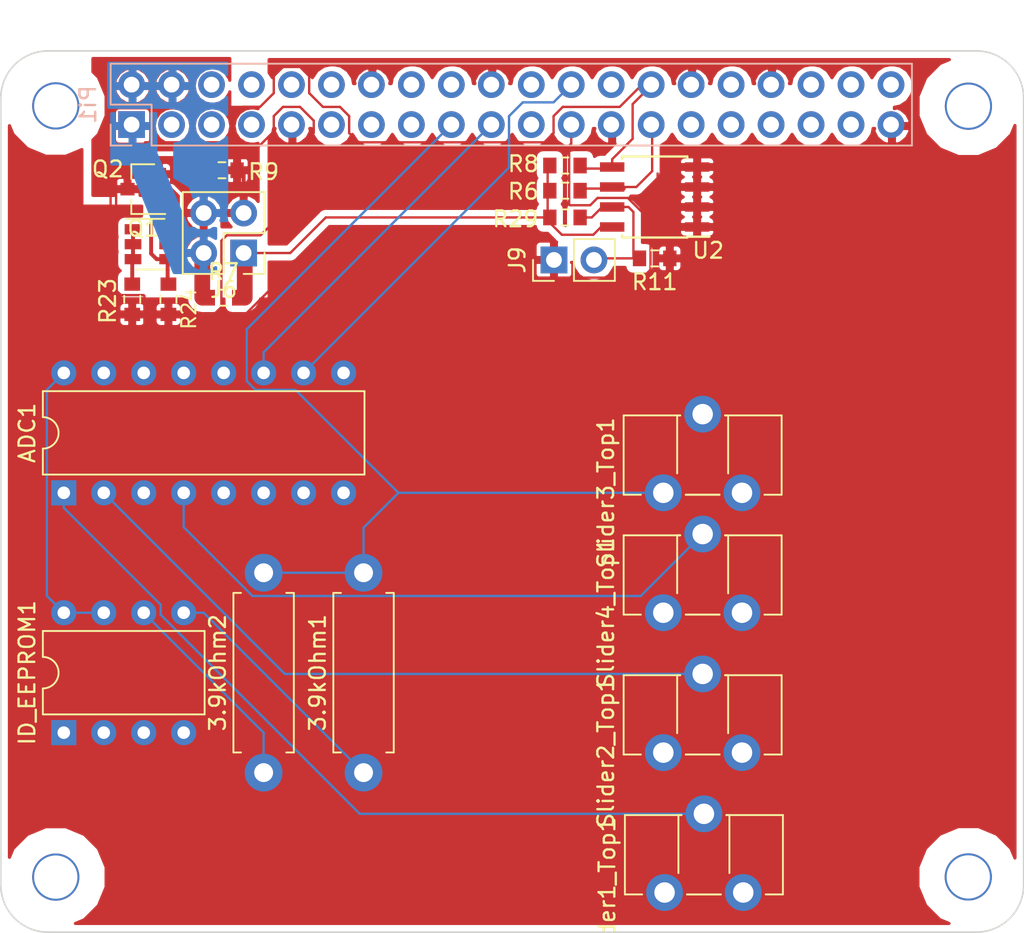
<source format=kicad_pcb>
(kicad_pcb (version 20171130) (host pcbnew "(5.0.1)-3")

  (general
    (thickness 1.6)
    (drawings 54)
    (tracks 183)
    (zones 0)
    (modules 26)
    (nets 57)
  )

  (page A4)
  (layers
    (0 F.Cu signal hide)
    (1 In1.Cu signal hide)
    (2 In2.Cu signal hide)
    (31 B.Cu signal)
    (32 B.Adhes user)
    (33 F.Adhes user)
    (34 B.Paste user)
    (35 F.Paste user)
    (36 B.SilkS user hide)
    (37 F.SilkS user)
    (38 B.Mask user)
    (39 F.Mask user)
    (40 Dwgs.User user)
    (41 Cmts.User user hide)
    (42 Eco1.User user hide)
    (43 Eco2.User user hide)
    (44 Edge.Cuts user)
    (45 Margin user hide)
    (46 B.CrtYd user hide)
    (47 F.CrtYd user hide)
    (48 B.Fab user)
    (49 F.Fab user)
  )

  (setup
    (last_trace_width 0.15)
    (user_trace_width 0.15)
    (user_trace_width 0.2)
    (user_trace_width 0.25)
    (user_trace_width 0.4)
    (user_trace_width 0.5)
    (user_trace_width 0.6)
    (user_trace_width 1)
    (user_trace_width 2)
    (trace_clearance 0.2)
    (zone_clearance 0.2)
    (zone_45_only yes)
    (trace_min 0.15)
    (segment_width 0.15)
    (edge_width 0.15)
    (via_size 0.4)
    (via_drill 0.2)
    (via_min_size 0.4)
    (via_min_drill 0.2)
    (uvia_size 0.3)
    (uvia_drill 0.1)
    (uvias_allowed no)
    (uvia_min_size 0.2)
    (uvia_min_drill 0.1)
    (pcb_text_width 0.3)
    (pcb_text_size 1.5 1.5)
    (mod_edge_width 0.15)
    (mod_text_size 0.6 0.6)
    (mod_text_width 0.09)
    (pad_size 1.524 1.524)
    (pad_drill 0.762)
    (pad_to_mask_clearance 0.1)
    (solder_mask_min_width 0.25)
    (aux_axis_origin 0 0)
    (visible_elements 7FFFFE3F)
    (pcbplotparams
      (layerselection 0x010f8_80000007)
      (usegerberextensions false)
      (usegerberattributes false)
      (usegerberadvancedattributes false)
      (creategerberjobfile false)
      (excludeedgelayer false)
      (linewidth 0.100000)
      (plotframeref false)
      (viasonmask false)
      (mode 1)
      (useauxorigin false)
      (hpglpennumber 1)
      (hpglpenspeed 20)
      (hpglpendiameter 15.000000)
      (psnegative false)
      (psa4output false)
      (plotreference true)
      (plotvalue false)
      (plotinvisibletext false)
      (padsonsilk true)
      (subtractmaskfromsilk false)
      (outputformat 1)
      (mirror false)
      (drillshape 0)
      (scaleselection 1)
      (outputdirectory "prod"))
  )

  (net 0 "")
  (net 1 GND)
  (net 2 /ID_SD_EEPROM)
  (net 3 /ID_SC_EEPROM)
  (net 4 "Net-(Q1-Pad1)")
  (net 5 "Net-(Q2-Pad1)")
  (net 6 /P3V3_HAT)
  (net 7 /P5V_HAT)
  (net 8 /P3V3)
  (net 9 /P5V)
  (net 10 "Net-(J9-Pad2)")
  (net 11 /ID_Data)
  (net 12 /Pi_3.3V)
  (net 13 /ID_CLK)
  (net 14 /Slider1_Wiper)
  (net 15 /Slider2_Wiper)
  (net 16 /SPI_CE)
  (net 17 /Slider3_Wiper)
  (net 18 /SPI_MOSI)
  (net 19 /Slider4_Wiper)
  (net 20 /SPI_MISO)
  (net 21 /SPI_CLK)
  (net 22 "Net-(ID_EEPROM1-Pad1)")
  (net 23 "Net-(ID_EEPROM1-Pad2)")
  (net 24 "Net-(ID_EEPROM1-Pad3)")
  (net 25 "Net-(Pi1-Pad1)")
  (net 26 "Net-(Pi1-Pad2)")
  (net 27 "Net-(Pi1-Pad3)")
  (net 28 "Net-(Pi1-Pad4)")
  (net 29 "Net-(Pi1-Pad5)")
  (net 30 "Net-(Pi1-Pad6)")
  (net 31 "Net-(Pi1-Pad7)")
  (net 32 "Net-(Pi1-Pad8)")
  (net 33 "Net-(Pi1-Pad9)")
  (net 34 "Net-(Pi1-Pad10)")
  (net 35 "Net-(Pi1-Pad11)")
  (net 36 "Net-(Pi1-Pad12)")
  (net 37 "Net-(Pi1-Pad13)")
  (net 38 "Net-(Pi1-Pad14)")
  (net 39 "Net-(Pi1-Pad15)")
  (net 40 "Net-(Pi1-Pad16)")
  (net 41 "Net-(Pi1-Pad18)")
  (net 42 "Net-(Pi1-Pad20)")
  (net 43 "Net-(Pi1-Pad22)")
  (net 44 "Net-(Pi1-Pad25)")
  (net 45 "Net-(Pi1-Pad26)")
  (net 46 "Net-(Pi1-Pad29)")
  (net 47 "Net-(Pi1-Pad30)")
  (net 48 "Net-(Pi1-Pad31)")
  (net 49 "Net-(Pi1-Pad32)")
  (net 50 "Net-(Pi1-Pad33)")
  (net 51 "Net-(Pi1-Pad34)")
  (net 52 "Net-(Pi1-Pad35)")
  (net 53 "Net-(Pi1-Pad36)")
  (net 54 "Net-(Pi1-Pad37)")
  (net 55 "Net-(Pi1-Pad38)")
  (net 56 "Net-(Pi1-Pad40)")

  (net_class Default "This is the default net class."
    (clearance 0.2)
    (trace_width 0.15)
    (via_dia 0.4)
    (via_drill 0.2)
    (uvia_dia 0.3)
    (uvia_drill 0.1)
    (add_net /ID_CLK)
    (add_net /ID_Data)
    (add_net /ID_SC_EEPROM)
    (add_net /ID_SD_EEPROM)
    (add_net /P3V3)
    (add_net /P3V3_HAT)
    (add_net /P5V)
    (add_net /P5V_HAT)
    (add_net /Pi_3.3V)
    (add_net /SPI_CE)
    (add_net /SPI_CLK)
    (add_net /SPI_MISO)
    (add_net /SPI_MOSI)
    (add_net /Slider1_Wiper)
    (add_net /Slider2_Wiper)
    (add_net /Slider3_Wiper)
    (add_net /Slider4_Wiper)
    (add_net GND)
    (add_net "Net-(ID_EEPROM1-Pad1)")
    (add_net "Net-(ID_EEPROM1-Pad2)")
    (add_net "Net-(ID_EEPROM1-Pad3)")
    (add_net "Net-(J9-Pad2)")
    (add_net "Net-(Pi1-Pad1)")
    (add_net "Net-(Pi1-Pad10)")
    (add_net "Net-(Pi1-Pad11)")
    (add_net "Net-(Pi1-Pad12)")
    (add_net "Net-(Pi1-Pad13)")
    (add_net "Net-(Pi1-Pad14)")
    (add_net "Net-(Pi1-Pad15)")
    (add_net "Net-(Pi1-Pad16)")
    (add_net "Net-(Pi1-Pad18)")
    (add_net "Net-(Pi1-Pad2)")
    (add_net "Net-(Pi1-Pad20)")
    (add_net "Net-(Pi1-Pad22)")
    (add_net "Net-(Pi1-Pad25)")
    (add_net "Net-(Pi1-Pad26)")
    (add_net "Net-(Pi1-Pad29)")
    (add_net "Net-(Pi1-Pad3)")
    (add_net "Net-(Pi1-Pad30)")
    (add_net "Net-(Pi1-Pad31)")
    (add_net "Net-(Pi1-Pad32)")
    (add_net "Net-(Pi1-Pad33)")
    (add_net "Net-(Pi1-Pad34)")
    (add_net "Net-(Pi1-Pad35)")
    (add_net "Net-(Pi1-Pad36)")
    (add_net "Net-(Pi1-Pad37)")
    (add_net "Net-(Pi1-Pad38)")
    (add_net "Net-(Pi1-Pad4)")
    (add_net "Net-(Pi1-Pad40)")
    (add_net "Net-(Pi1-Pad5)")
    (add_net "Net-(Pi1-Pad6)")
    (add_net "Net-(Pi1-Pad7)")
    (add_net "Net-(Pi1-Pad8)")
    (add_net "Net-(Pi1-Pad9)")
    (add_net "Net-(Q1-Pad1)")
    (add_net "Net-(Q2-Pad1)")
  )

  (module Connector_PinSocket_2.54mm:PinSocket_2x20_P2.54mm_Vertical (layer B.Cu) (tedit 5A19A433) (tstamp 5C365E01)
    (at 86.86 65.5 270)
    (descr "Through hole straight socket strip, 2x20, 2.54mm pitch, double cols (from Kicad 4.0.7), script generated")
    (tags "Through hole socket strip THT 2x20 2.54mm double row")
    (path /5C1D604C)
    (fp_text reference Pi1 (at -1.27 2.77 270) (layer B.SilkS)
      (effects (font (size 1 1) (thickness 0.15)) (justify mirror))
    )
    (fp_text value Raspberry_Pi_2_3 (at -1.27 -51.03 270) (layer B.Fab)
      (effects (font (size 1 1) (thickness 0.15)) (justify mirror))
    )
    (fp_text user %R (at -1.27 -24.13 180) (layer B.Fab)
      (effects (font (size 1 1) (thickness 0.15)) (justify mirror))
    )
    (fp_line (start -4.34 -50) (end -4.34 1.8) (layer B.CrtYd) (width 0.05))
    (fp_line (start 1.76 -50) (end -4.34 -50) (layer B.CrtYd) (width 0.05))
    (fp_line (start 1.76 1.8) (end 1.76 -50) (layer B.CrtYd) (width 0.05))
    (fp_line (start -4.34 1.8) (end 1.76 1.8) (layer B.CrtYd) (width 0.05))
    (fp_line (start 0 1.33) (end 1.33 1.33) (layer B.SilkS) (width 0.12))
    (fp_line (start 1.33 1.33) (end 1.33 0) (layer B.SilkS) (width 0.12))
    (fp_line (start -1.27 1.33) (end -1.27 -1.27) (layer B.SilkS) (width 0.12))
    (fp_line (start -1.27 -1.27) (end 1.33 -1.27) (layer B.SilkS) (width 0.12))
    (fp_line (start 1.33 -1.27) (end 1.33 -49.59) (layer B.SilkS) (width 0.12))
    (fp_line (start -3.87 -49.59) (end 1.33 -49.59) (layer B.SilkS) (width 0.12))
    (fp_line (start -3.87 1.33) (end -3.87 -49.59) (layer B.SilkS) (width 0.12))
    (fp_line (start -3.87 1.33) (end -1.27 1.33) (layer B.SilkS) (width 0.12))
    (fp_line (start -3.81 -49.53) (end -3.81 1.27) (layer B.Fab) (width 0.1))
    (fp_line (start 1.27 -49.53) (end -3.81 -49.53) (layer B.Fab) (width 0.1))
    (fp_line (start 1.27 0.27) (end 1.27 -49.53) (layer B.Fab) (width 0.1))
    (fp_line (start 0.27 1.27) (end 1.27 0.27) (layer B.Fab) (width 0.1))
    (fp_line (start -3.81 1.27) (end 0.27 1.27) (layer B.Fab) (width 0.1))
    (pad 40 thru_hole oval (at -2.54 -48.26 270) (size 1.7 1.7) (drill 1) (layers *.Cu *.Mask)
      (net 56 "Net-(Pi1-Pad40)"))
    (pad 39 thru_hole oval (at 0 -48.26 270) (size 1.7 1.7) (drill 1) (layers *.Cu *.Mask)
      (net 1 GND))
    (pad 38 thru_hole oval (at -2.54 -45.72 270) (size 1.7 1.7) (drill 1) (layers *.Cu *.Mask)
      (net 55 "Net-(Pi1-Pad38)"))
    (pad 37 thru_hole oval (at 0 -45.72 270) (size 1.7 1.7) (drill 1) (layers *.Cu *.Mask)
      (net 54 "Net-(Pi1-Pad37)"))
    (pad 36 thru_hole oval (at -2.54 -43.18 270) (size 1.7 1.7) (drill 1) (layers *.Cu *.Mask)
      (net 53 "Net-(Pi1-Pad36)"))
    (pad 35 thru_hole oval (at 0 -43.18 270) (size 1.7 1.7) (drill 1) (layers *.Cu *.Mask)
      (net 52 "Net-(Pi1-Pad35)"))
    (pad 34 thru_hole oval (at -2.54 -40.64 270) (size 1.7 1.7) (drill 1) (layers *.Cu *.Mask)
      (net 51 "Net-(Pi1-Pad34)"))
    (pad 33 thru_hole oval (at 0 -40.64 270) (size 1.7 1.7) (drill 1) (layers *.Cu *.Mask)
      (net 50 "Net-(Pi1-Pad33)"))
    (pad 32 thru_hole oval (at -2.54 -38.1 270) (size 1.7 1.7) (drill 1) (layers *.Cu *.Mask)
      (net 49 "Net-(Pi1-Pad32)"))
    (pad 31 thru_hole oval (at 0 -38.1 270) (size 1.7 1.7) (drill 1) (layers *.Cu *.Mask)
      (net 48 "Net-(Pi1-Pad31)"))
    (pad 30 thru_hole oval (at -2.54 -35.56 270) (size 1.7 1.7) (drill 1) (layers *.Cu *.Mask)
      (net 47 "Net-(Pi1-Pad30)"))
    (pad 29 thru_hole oval (at 0 -35.56 270) (size 1.7 1.7) (drill 1) (layers *.Cu *.Mask)
      (net 46 "Net-(Pi1-Pad29)"))
    (pad 28 thru_hole oval (at -2.54 -33.02 270) (size 1.7 1.7) (drill 1) (layers *.Cu *.Mask)
      (net 13 /ID_CLK))
    (pad 27 thru_hole oval (at 0 -33.02 270) (size 1.7 1.7) (drill 1) (layers *.Cu *.Mask)
      (net 11 /ID_Data))
    (pad 26 thru_hole oval (at -2.54 -30.48 270) (size 1.7 1.7) (drill 1) (layers *.Cu *.Mask)
      (net 45 "Net-(Pi1-Pad26)"))
    (pad 25 thru_hole oval (at 0 -30.48 270) (size 1.7 1.7) (drill 1) (layers *.Cu *.Mask)
      (net 44 "Net-(Pi1-Pad25)"))
    (pad 24 thru_hole oval (at -2.54 -27.94 270) (size 1.7 1.7) (drill 1) (layers *.Cu *.Mask)
      (net 16 /SPI_CE))
    (pad 23 thru_hole oval (at 0 -27.94 270) (size 1.7 1.7) (drill 1) (layers *.Cu *.Mask)
      (net 21 /SPI_CLK))
    (pad 22 thru_hole oval (at -2.54 -25.4 270) (size 1.7 1.7) (drill 1) (layers *.Cu *.Mask)
      (net 43 "Net-(Pi1-Pad22)"))
    (pad 21 thru_hole oval (at 0 -25.4 270) (size 1.7 1.7) (drill 1) (layers *.Cu *.Mask)
      (net 20 /SPI_MISO))
    (pad 20 thru_hole oval (at -2.54 -22.86 270) (size 1.7 1.7) (drill 1) (layers *.Cu *.Mask)
      (net 42 "Net-(Pi1-Pad20)"))
    (pad 19 thru_hole oval (at 0 -22.86 270) (size 1.7 1.7) (drill 1) (layers *.Cu *.Mask)
      (net 18 /SPI_MOSI))
    (pad 18 thru_hole oval (at -2.54 -20.32 270) (size 1.7 1.7) (drill 1) (layers *.Cu *.Mask)
      (net 41 "Net-(Pi1-Pad18)"))
    (pad 17 thru_hole oval (at 0 -20.32 270) (size 1.7 1.7) (drill 1) (layers *.Cu *.Mask)
      (net 12 /Pi_3.3V))
    (pad 16 thru_hole oval (at -2.54 -17.78 270) (size 1.7 1.7) (drill 1) (layers *.Cu *.Mask)
      (net 40 "Net-(Pi1-Pad16)"))
    (pad 15 thru_hole oval (at 0 -17.78 270) (size 1.7 1.7) (drill 1) (layers *.Cu *.Mask)
      (net 39 "Net-(Pi1-Pad15)"))
    (pad 14 thru_hole oval (at -2.54 -15.24 270) (size 1.7 1.7) (drill 1) (layers *.Cu *.Mask)
      (net 38 "Net-(Pi1-Pad14)"))
    (pad 13 thru_hole oval (at 0 -15.24 270) (size 1.7 1.7) (drill 1) (layers *.Cu *.Mask)
      (net 37 "Net-(Pi1-Pad13)"))
    (pad 12 thru_hole oval (at -2.54 -12.7 270) (size 1.7 1.7) (drill 1) (layers *.Cu *.Mask)
      (net 36 "Net-(Pi1-Pad12)"))
    (pad 11 thru_hole oval (at 0 -12.7 270) (size 1.7 1.7) (drill 1) (layers *.Cu *.Mask)
      (net 35 "Net-(Pi1-Pad11)"))
    (pad 10 thru_hole oval (at -2.54 -10.16 270) (size 1.7 1.7) (drill 1) (layers *.Cu *.Mask)
      (net 34 "Net-(Pi1-Pad10)"))
    (pad 9 thru_hole oval (at 0 -10.16 270) (size 1.7 1.7) (drill 1) (layers *.Cu *.Mask)
      (net 33 "Net-(Pi1-Pad9)"))
    (pad 8 thru_hole oval (at -2.54 -7.62 270) (size 1.7 1.7) (drill 1) (layers *.Cu *.Mask)
      (net 32 "Net-(Pi1-Pad8)"))
    (pad 7 thru_hole oval (at 0 -7.62 270) (size 1.7 1.7) (drill 1) (layers *.Cu *.Mask)
      (net 31 "Net-(Pi1-Pad7)"))
    (pad 6 thru_hole oval (at -2.54 -5.08 270) (size 1.7 1.7) (drill 1) (layers *.Cu *.Mask)
      (net 30 "Net-(Pi1-Pad6)"))
    (pad 5 thru_hole oval (at 0 -5.08 270) (size 1.7 1.7) (drill 1) (layers *.Cu *.Mask)
      (net 29 "Net-(Pi1-Pad5)"))
    (pad 4 thru_hole oval (at -2.54 -2.54 270) (size 1.7 1.7) (drill 1) (layers *.Cu *.Mask)
      (net 28 "Net-(Pi1-Pad4)"))
    (pad 3 thru_hole oval (at 0 -2.54 270) (size 1.7 1.7) (drill 1) (layers *.Cu *.Mask)
      (net 27 "Net-(Pi1-Pad3)"))
    (pad 2 thru_hole oval (at -2.54 0 270) (size 1.7 1.7) (drill 1) (layers *.Cu *.Mask)
      (net 26 "Net-(Pi1-Pad2)"))
    (pad 1 thru_hole rect (at 0 0 270) (size 1.7 1.7) (drill 1) (layers *.Cu *.Mask)
      (net 25 "Net-(Pi1-Pad1)"))
    (model ${KISYS3DMOD}/Connector_PinSocket_2.54mm.3dshapes/PinSocket_2x20_P2.54mm_Vertical.wrl
      (at (xyz 0 0 0))
      (scale (xyz 1 1 1))
      (rotate (xyz 0 0 0))
    )
  )

  (module Connector_PinHeader_2.54mm:PinHeader_2x02_P2.54mm_Vertical (layer F.Cu) (tedit 59FED5CC) (tstamp 5A78A54B)
    (at 93.98 73.66 180)
    (descr "Through hole straight pin header, 2x02, 2.54mm pitch, double rows")
    (tags "Through hole pin header THT 2x02 2.54mm double row")
    (path /58E13683)
    (fp_text reference J6 (at 1.27 -2.33 180) (layer F.SilkS)
      (effects (font (size 1 1) (thickness 0.15)))
    )
    (fp_text value CONN_02X02 (at -2.032 1.27 270) (layer F.Fab)
      (effects (font (size 0.6 0.6) (thickness 0.09)))
    )
    (fp_text user %R (at 1.27 1.27 270) (layer F.Fab)
      (effects (font (size 1 1) (thickness 0.15)))
    )
    (fp_line (start 4.35 -1.8) (end -1.8 -1.8) (layer F.CrtYd) (width 0.05))
    (fp_line (start 4.35 4.35) (end 4.35 -1.8) (layer F.CrtYd) (width 0.05))
    (fp_line (start -1.8 4.35) (end 4.35 4.35) (layer F.CrtYd) (width 0.05))
    (fp_line (start -1.8 -1.8) (end -1.8 4.35) (layer F.CrtYd) (width 0.05))
    (fp_line (start -1.33 -1.33) (end 0 -1.33) (layer F.SilkS) (width 0.12))
    (fp_line (start -1.33 0) (end -1.33 -1.33) (layer F.SilkS) (width 0.12))
    (fp_line (start 1.27 -1.33) (end 3.87 -1.33) (layer F.SilkS) (width 0.12))
    (fp_line (start 1.27 1.27) (end 1.27 -1.33) (layer F.SilkS) (width 0.12))
    (fp_line (start -1.33 1.27) (end 1.27 1.27) (layer F.SilkS) (width 0.12))
    (fp_line (start 3.87 -1.33) (end 3.87 3.87) (layer F.SilkS) (width 0.12))
    (fp_line (start -1.33 1.27) (end -1.33 3.87) (layer F.SilkS) (width 0.12))
    (fp_line (start -1.33 3.87) (end 3.87 3.87) (layer F.SilkS) (width 0.12))
    (fp_line (start -1.27 0) (end 0 -1.27) (layer F.Fab) (width 0.1))
    (fp_line (start -1.27 3.81) (end -1.27 0) (layer F.Fab) (width 0.1))
    (fp_line (start 3.81 3.81) (end -1.27 3.81) (layer F.Fab) (width 0.1))
    (fp_line (start 3.81 -1.27) (end 3.81 3.81) (layer F.Fab) (width 0.1))
    (fp_line (start 0 -1.27) (end 3.81 -1.27) (layer F.Fab) (width 0.1))
    (pad 4 thru_hole oval (at 2.54 2.54 180) (size 1.7 1.7) (drill 1) (layers *.Cu *.Mask)
      (net 7 /P5V_HAT))
    (pad 3 thru_hole oval (at 0 2.54 180) (size 1.7 1.7) (drill 1) (layers *.Cu *.Mask)
      (net 9 /P5V))
    (pad 2 thru_hole oval (at 2.54 0 180) (size 1.7 1.7) (drill 1) (layers *.Cu *.Mask)
      (net 6 /P3V3_HAT))
    (pad 1 thru_hole rect (at 0 0 180) (size 1.7 1.7) (drill 1) (layers *.Cu *.Mask)
      (net 8 /P3V3))
    (model ${KISYS3DMOD}/Connector_PinHeader_2.54mm.3dshapes/PinHeader_2x02_P2.54mm_Vertical.wrl
      (at (xyz 0 0 0))
      (scale (xyz 1 1 1))
      (rotate (xyz 0 0 0))
    )
  )

  (module Connector_PinHeader_2.54mm:PinHeader_1x02_P2.54mm_Vertical (layer F.Cu) (tedit 59FED5CC) (tstamp 5A78A564)
    (at 113.7 74.1 90)
    (descr "Through hole straight pin header, 1x02, 2.54mm pitch, single row")
    (tags "Through hole pin header THT 1x02 2.54mm single row")
    (path /58E18D32)
    (fp_text reference J9 (at 0 -2.33 90) (layer F.SilkS)
      (effects (font (size 1 1) (thickness 0.15)))
    )
    (fp_text value CONN_01X02 (at -1.9 1.3 180) (layer F.Fab)
      (effects (font (size 0.6 0.6) (thickness 0.09)))
    )
    (fp_line (start -0.635 -1.27) (end 1.27 -1.27) (layer F.Fab) (width 0.1))
    (fp_line (start 1.27 -1.27) (end 1.27 3.81) (layer F.Fab) (width 0.1))
    (fp_line (start 1.27 3.81) (end -1.27 3.81) (layer F.Fab) (width 0.1))
    (fp_line (start -1.27 3.81) (end -1.27 -0.635) (layer F.Fab) (width 0.1))
    (fp_line (start -1.27 -0.635) (end -0.635 -1.27) (layer F.Fab) (width 0.1))
    (fp_line (start -1.33 3.87) (end 1.33 3.87) (layer F.SilkS) (width 0.12))
    (fp_line (start -1.33 1.27) (end -1.33 3.87) (layer F.SilkS) (width 0.12))
    (fp_line (start 1.33 1.27) (end 1.33 3.87) (layer F.SilkS) (width 0.12))
    (fp_line (start -1.33 1.27) (end 1.33 1.27) (layer F.SilkS) (width 0.12))
    (fp_line (start -1.33 0) (end -1.33 -1.33) (layer F.SilkS) (width 0.12))
    (fp_line (start -1.33 -1.33) (end 0 -1.33) (layer F.SilkS) (width 0.12))
    (fp_line (start -1.8 -1.8) (end -1.8 4.35) (layer F.CrtYd) (width 0.05))
    (fp_line (start -1.8 4.35) (end 1.8 4.35) (layer F.CrtYd) (width 0.05))
    (fp_line (start 1.8 4.35) (end 1.8 -1.8) (layer F.CrtYd) (width 0.05))
    (fp_line (start 1.8 -1.8) (end -1.8 -1.8) (layer F.CrtYd) (width 0.05))
    (fp_text user %R (at 0 1.27 180) (layer F.Fab)
      (effects (font (size 1 1) (thickness 0.15)))
    )
    (pad 1 thru_hole rect (at 0 0 90) (size 1.7 1.7) (drill 1) (layers *.Cu *.Mask)
      (net 1 GND))
    (pad 2 thru_hole oval (at 0 2.54 90) (size 1.7 1.7) (drill 1) (layers *.Cu *.Mask)
      (net 10 "Net-(J9-Pad2)"))
    (model ${KISYS3DMOD}/Connector_PinHeader_2.54mm.3dshapes/PinHeader_1x02_P2.54mm_Vertical.wrl
      (at (xyz 0 0 0))
      (scale (xyz 1 1 1))
      (rotate (xyz 0 0 0))
    )
  )

  (module Package_SOIC:SOIC-8_3.9x4.9mm_P1.27mm (layer F.Cu) (tedit 5A02F2D3) (tstamp 5A78A4F2)
    (at 120.1 70.1 180)
    (descr "8-Lead Plastic Small Outline (SN) - Narrow, 3.90 mm Body [SOIC] (see Microchip Packaging Specification 00000049BS.pdf)")
    (tags "SOIC 1.27")
    (path /58E1713F)
    (attr smd)
    (fp_text reference U2 (at -3.4 -3.4 180) (layer F.SilkS)
      (effects (font (size 1 1) (thickness 0.15)))
    )
    (fp_text value CAT24C32 (at -2.65 0.1 270) (layer F.Fab)
      (effects (font (size 0.6 0.6) (thickness 0.09)))
    )
    (fp_text user %R (at 0 0 180) (layer F.Fab)
      (effects (font (size 1 1) (thickness 0.15)))
    )
    (fp_line (start -0.95 -2.45) (end 1.95 -2.45) (layer F.Fab) (width 0.1))
    (fp_line (start 1.95 -2.45) (end 1.95 2.45) (layer F.Fab) (width 0.1))
    (fp_line (start 1.95 2.45) (end -1.95 2.45) (layer F.Fab) (width 0.1))
    (fp_line (start -1.95 2.45) (end -1.95 -1.45) (layer F.Fab) (width 0.1))
    (fp_line (start -1.95 -1.45) (end -0.95 -2.45) (layer F.Fab) (width 0.1))
    (fp_line (start -3.73 -2.7) (end -3.73 2.7) (layer F.CrtYd) (width 0.05))
    (fp_line (start 3.73 -2.7) (end 3.73 2.7) (layer F.CrtYd) (width 0.05))
    (fp_line (start -3.73 -2.7) (end 3.73 -2.7) (layer F.CrtYd) (width 0.05))
    (fp_line (start -3.73 2.7) (end 3.73 2.7) (layer F.CrtYd) (width 0.05))
    (fp_line (start -2.075 -2.575) (end -2.075 -2.525) (layer F.SilkS) (width 0.15))
    (fp_line (start 2.075 -2.575) (end 2.075 -2.43) (layer F.SilkS) (width 0.15))
    (fp_line (start 2.075 2.575) (end 2.075 2.43) (layer F.SilkS) (width 0.15))
    (fp_line (start -2.075 2.575) (end -2.075 2.43) (layer F.SilkS) (width 0.15))
    (fp_line (start -2.075 -2.575) (end 2.075 -2.575) (layer F.SilkS) (width 0.15))
    (fp_line (start -2.075 2.575) (end 2.075 2.575) (layer F.SilkS) (width 0.15))
    (fp_line (start -2.075 -2.525) (end -3.475 -2.525) (layer F.SilkS) (width 0.15))
    (pad 1 smd rect (at -2.7 -1.905 180) (size 1.55 0.6) (layers F.Cu F.Paste F.Mask)
      (net 1 GND))
    (pad 2 smd rect (at -2.7 -0.635 180) (size 1.55 0.6) (layers F.Cu F.Paste F.Mask)
      (net 1 GND))
    (pad 3 smd rect (at -2.7 0.635 180) (size 1.55 0.6) (layers F.Cu F.Paste F.Mask)
      (net 1 GND))
    (pad 4 smd rect (at -2.7 1.905 180) (size 1.55 0.6) (layers F.Cu F.Paste F.Mask)
      (net 1 GND))
    (pad 5 smd rect (at 2.7 1.905 180) (size 1.55 0.6) (layers F.Cu F.Paste F.Mask)
      (net 3 /ID_SC_EEPROM))
    (pad 6 smd rect (at 2.7 0.635 180) (size 1.55 0.6) (layers F.Cu F.Paste F.Mask)
      (net 2 /ID_SD_EEPROM))
    (pad 7 smd rect (at 2.7 -0.635 180) (size 1.55 0.6) (layers F.Cu F.Paste F.Mask)
      (net 10 "Net-(J9-Pad2)"))
    (pad 8 smd rect (at 2.7 -1.905 180) (size 1.55 0.6) (layers F.Cu F.Paste F.Mask)
      (net 8 /P3V3))
    (model ${KISYS3DMOD}/Package_SOIC.3dshapes/SOIC-8_3.9x4.9mm_P1.27mm.wrl
      (at (xyz 0 0 0))
      (scale (xyz 1 1 1))
      (rotate (xyz 0 0 0))
    )
  )

  (module Package_TO_SOT_SMD:SOT-23 (layer F.Cu) (tedit 5A6D06A4) (tstamp 5A78A4DE)
    (at 87.6 69.6 180)
    (descr "SOT-23, Standard")
    (tags SOT-23)
    (path /58E14EB1)
    (attr smd)
    (fp_text reference Q1 (at 0 -2.5 180) (layer F.SilkS)
      (effects (font (size 1 1) (thickness 0.15)))
    )
    (fp_text value DMG2305UX (at 1.494 2.036) (layer F.Fab)
      (effects (font (size 0.6 0.6) (thickness 0.09)))
    )
    (fp_text user %R (at 0 0 270) (layer F.Fab)
      (effects (font (size 0.5 0.5) (thickness 0.075)))
    )
    (fp_line (start -0.7 -0.95) (end -0.7 1.5) (layer F.Fab) (width 0.1))
    (fp_line (start -0.15 -1.52) (end 0.7 -1.52) (layer F.Fab) (width 0.1))
    (fp_line (start -0.7 -0.95) (end -0.15 -1.52) (layer F.Fab) (width 0.1))
    (fp_line (start 0.7 -1.52) (end 0.7 1.52) (layer F.Fab) (width 0.1))
    (fp_line (start -0.7 1.52) (end 0.7 1.52) (layer F.Fab) (width 0.1))
    (fp_line (start 0.76 1.58) (end 0.76 0.65) (layer F.SilkS) (width 0.12))
    (fp_line (start 0.76 -1.58) (end 0.76 -0.65) (layer F.SilkS) (width 0.12))
    (fp_line (start -1.7 -1.75) (end 1.7 -1.75) (layer F.CrtYd) (width 0.05))
    (fp_line (start 1.7 -1.75) (end 1.7 1.75) (layer F.CrtYd) (width 0.05))
    (fp_line (start 1.7 1.75) (end -1.7 1.75) (layer F.CrtYd) (width 0.05))
    (fp_line (start -1.7 1.75) (end -1.7 -1.75) (layer F.CrtYd) (width 0.05))
    (fp_line (start 0.76 -1.58) (end -1.4 -1.58) (layer F.SilkS) (width 0.12))
    (fp_line (start 0.76 1.58) (end -0.7 1.58) (layer F.SilkS) (width 0.12))
    (pad 1 smd rect (at -1 -0.95 180) (size 0.9 0.8) (layers F.Cu F.Paste F.Mask)
      (net 4 "Net-(Q1-Pad1)"))
    (pad 2 smd rect (at -1 0.95 180) (size 0.9 0.8) (layers F.Cu F.Paste F.Mask)
      (net 7 /P5V_HAT))
    (pad 3 smd rect (at 1 0 180) (size 0.9 0.8) (layers F.Cu F.Paste F.Mask)
      (net 9 /P5V))
    (model ${KISYS3DMOD}/Package_TO_SOT_SMD.3dshapes/SOT-23.wrl
      (at (xyz 0 0 0))
      (scale (xyz 1 1 1))
      (rotate (xyz 0 0 0))
    )
  )

  (module Package_TO_SOT_SMD:SOT-23-6 (layer F.Cu) (tedit 5A02FF57) (tstamp 5A78A4C9)
    (at 88.05 73.1)
    (descr "6-pin SOT-23 package")
    (tags SOT-23-6)
    (path /58E1538B)
    (attr smd)
    (fp_text reference Q2 (at -2.706 -4.774) (layer F.SilkS)
      (effects (font (size 1 1) (thickness 0.15)))
    )
    (fp_text value DMMT5401 (at -2.452 -0.202 90) (layer F.Fab)
      (effects (font (size 0.6 0.6) (thickness 0.09)))
    )
    (fp_text user %R (at 0 0 90) (layer F.Fab)
      (effects (font (size 0.5 0.5) (thickness 0.075)))
    )
    (fp_line (start -0.9 1.61) (end 0.9 1.61) (layer F.SilkS) (width 0.12))
    (fp_line (start 0.9 -1.61) (end -1.55 -1.61) (layer F.SilkS) (width 0.12))
    (fp_line (start 1.9 -1.8) (end -1.9 -1.8) (layer F.CrtYd) (width 0.05))
    (fp_line (start 1.9 1.8) (end 1.9 -1.8) (layer F.CrtYd) (width 0.05))
    (fp_line (start -1.9 1.8) (end 1.9 1.8) (layer F.CrtYd) (width 0.05))
    (fp_line (start -1.9 -1.8) (end -1.9 1.8) (layer F.CrtYd) (width 0.05))
    (fp_line (start -0.9 -0.9) (end -0.25 -1.55) (layer F.Fab) (width 0.1))
    (fp_line (start 0.9 -1.55) (end -0.25 -1.55) (layer F.Fab) (width 0.1))
    (fp_line (start -0.9 -0.9) (end -0.9 1.55) (layer F.Fab) (width 0.1))
    (fp_line (start 0.9 1.55) (end -0.9 1.55) (layer F.Fab) (width 0.1))
    (fp_line (start 0.9 -1.55) (end 0.9 1.55) (layer F.Fab) (width 0.1))
    (pad 1 smd rect (at -1.1 -0.95) (size 1.06 0.65) (layers F.Cu F.Paste F.Mask)
      (net 5 "Net-(Q2-Pad1)"))
    (pad 2 smd rect (at -1.1 0) (size 1.06 0.65) (layers F.Cu F.Paste F.Mask)
      (net 5 "Net-(Q2-Pad1)"))
    (pad 3 smd rect (at -1.1 0.95) (size 1.06 0.65) (layers F.Cu F.Paste F.Mask)
      (net 5 "Net-(Q2-Pad1)"))
    (pad 4 smd rect (at 1.1 0.95) (size 1.06 0.65) (layers F.Cu F.Paste F.Mask)
      (net 4 "Net-(Q1-Pad1)"))
    (pad 6 smd rect (at 1.1 -0.95) (size 1.06 0.65) (layers F.Cu F.Paste F.Mask)
      (net 9 /P5V))
    (pad 5 smd rect (at 1.1 0) (size 1.06 0.65) (layers F.Cu F.Paste F.Mask)
      (net 7 /P5V_HAT))
    (model ${KISYS3DMOD}/Package_TO_SOT_SMD.3dshapes/SOT-23-6.wrl
      (at (xyz 0 0 0))
      (scale (xyz 1 1 1))
      (rotate (xyz 0 0 0))
    )
  )

  (module Resistor_SMD:R_0603_1608Metric_Pad0.84x1.00mm_HandSolder (layer F.Cu) (tedit 59FE48B8) (tstamp 5A78A4B9)
    (at 114.4 69.7)
    (descr "Resistor SMD 0603 (1608 Metric), square (rectangular) end terminal, IPC_7351 nominal with elongated pad for handsoldering. (Body size source: http://www.tortai-tech.com/upload/download/2011102023233369053.pdf), generated with kicad-footprint-generator")
    (tags "resistor handsolder")
    (path /58E17715)
    (attr smd)
    (fp_text reference R6 (at -2.65 0.05) (layer F.SilkS)
      (effects (font (size 1 1) (thickness 0.15)))
    )
    (fp_text value 3.9K (at 1.85 0.05) (layer F.Fab)
      (effects (font (size 0.6 0.6) (thickness 0.09)))
    )
    (fp_text user %R (at 0 0) (layer F.Fab)
      (effects (font (size 0.5 0.5) (thickness 0.08)))
    )
    (fp_line (start 1.64 0.75) (end -1.64 0.75) (layer F.CrtYd) (width 0.05))
    (fp_line (start 1.64 -0.75) (end 1.64 0.75) (layer F.CrtYd) (width 0.05))
    (fp_line (start -1.64 -0.75) (end 1.64 -0.75) (layer F.CrtYd) (width 0.05))
    (fp_line (start -1.64 0.75) (end -1.64 -0.75) (layer F.CrtYd) (width 0.05))
    (fp_line (start -0.22 0.51) (end 0.22 0.51) (layer F.SilkS) (width 0.12))
    (fp_line (start -0.22 -0.51) (end 0.22 -0.51) (layer F.SilkS) (width 0.12))
    (fp_line (start 0.8 0.4) (end -0.8 0.4) (layer F.Fab) (width 0.1))
    (fp_line (start 0.8 -0.4) (end 0.8 0.4) (layer F.Fab) (width 0.1))
    (fp_line (start -0.8 -0.4) (end 0.8 -0.4) (layer F.Fab) (width 0.1))
    (fp_line (start -0.8 0.4) (end -0.8 -0.4) (layer F.Fab) (width 0.1))
    (pad 2 smd rect (at 0.9625 0) (size 0.845 1) (layers F.Cu F.Paste F.Mask)
      (net 2 /ID_SD_EEPROM))
    (pad 1 smd rect (at -0.9625 0) (size 0.845 1) (layers F.Cu F.Paste F.Mask)
      (net 8 /P3V3))
    (model ${KISYS3DMOD}/Resistor_SMD.3dshapes/R_0603_1608Metric.wrl
      (at (xyz 0 0 0))
      (scale (xyz 1 1 1))
      (rotate (xyz 0 0 0))
    )
  )

  (module Resistor_SMD:R_0603_1608Metric_Pad0.84x1.00mm_HandSolder (layer F.Cu) (tedit 59FE48B8) (tstamp 5A78A4A9)
    (at 114.4 71.4)
    (descr "Resistor SMD 0603 (1608 Metric), square (rectangular) end terminal, IPC_7351 nominal with elongated pad for handsoldering. (Body size source: http://www.tortai-tech.com/upload/download/2011102023233369053.pdf), generated with kicad-footprint-generator")
    (tags "resistor handsolder")
    (path /58E19E51)
    (attr smd)
    (fp_text reference R29 (at -3.15 0.1) (layer F.SilkS)
      (effects (font (size 1 1) (thickness 0.15)))
    )
    (fp_text value 10K (at 1.85 -0.15) (layer F.Fab)
      (effects (font (size 0.6 0.6) (thickness 0.09)))
    )
    (fp_line (start -0.8 0.4) (end -0.8 -0.4) (layer F.Fab) (width 0.1))
    (fp_line (start -0.8 -0.4) (end 0.8 -0.4) (layer F.Fab) (width 0.1))
    (fp_line (start 0.8 -0.4) (end 0.8 0.4) (layer F.Fab) (width 0.1))
    (fp_line (start 0.8 0.4) (end -0.8 0.4) (layer F.Fab) (width 0.1))
    (fp_line (start -0.22 -0.51) (end 0.22 -0.51) (layer F.SilkS) (width 0.12))
    (fp_line (start -0.22 0.51) (end 0.22 0.51) (layer F.SilkS) (width 0.12))
    (fp_line (start -1.64 0.75) (end -1.64 -0.75) (layer F.CrtYd) (width 0.05))
    (fp_line (start -1.64 -0.75) (end 1.64 -0.75) (layer F.CrtYd) (width 0.05))
    (fp_line (start 1.64 -0.75) (end 1.64 0.75) (layer F.CrtYd) (width 0.05))
    (fp_line (start 1.64 0.75) (end -1.64 0.75) (layer F.CrtYd) (width 0.05))
    (fp_text user %R (at 0 0) (layer F.Fab)
      (effects (font (size 0.5 0.5) (thickness 0.08)))
    )
    (pad 1 smd rect (at -0.9625 0) (size 0.845 1) (layers F.Cu F.Paste F.Mask)
      (net 8 /P3V3))
    (pad 2 smd rect (at 0.9625 0) (size 0.845 1) (layers F.Cu F.Paste F.Mask)
      (net 10 "Net-(J9-Pad2)"))
    (model ${KISYS3DMOD}/Resistor_SMD.3dshapes/R_0603_1608Metric.wrl
      (at (xyz 0 0 0))
      (scale (xyz 1 1 1))
      (rotate (xyz 0 0 0))
    )
  )

  (module Resistor_SMD:R_0603_1608Metric_Pad0.84x1.00mm_HandSolder (layer F.Cu) (tedit 5A6D0771) (tstamp 5A78A499)
    (at 89.2 76.6 270)
    (descr "Resistor SMD 0603 (1608 Metric), square (rectangular) end terminal, IPC_7351 nominal with elongated pad for handsoldering. (Body size source: http://www.tortai-tech.com/upload/download/2011102023233369053.pdf), generated with kicad-footprint-generator")
    (tags "resistor handsolder")
    (path /58E158A1)
    (attr smd)
    (fp_text reference R24 (at 0.616 -1.3 270) (layer F.SilkS)
      (effects (font (size 0.9 0.9) (thickness 0.13)))
    )
    (fp_text value 22 (at 0 1.65 270) (layer F.Fab)
      (effects (font (size 0.6 0.6) (thickness 0.09)))
    )
    (fp_text user %R (at 0 0 270) (layer F.Fab)
      (effects (font (size 0.5 0.5) (thickness 0.08)))
    )
    (fp_line (start 1.64 0.75) (end -1.64 0.75) (layer F.CrtYd) (width 0.05))
    (fp_line (start 1.64 -0.75) (end 1.64 0.75) (layer F.CrtYd) (width 0.05))
    (fp_line (start -1.64 -0.75) (end 1.64 -0.75) (layer F.CrtYd) (width 0.05))
    (fp_line (start -1.64 0.75) (end -1.64 -0.75) (layer F.CrtYd) (width 0.05))
    (fp_line (start -0.22 0.51) (end 0.22 0.51) (layer F.SilkS) (width 0.12))
    (fp_line (start -0.22 -0.51) (end 0.22 -0.51) (layer F.SilkS) (width 0.12))
    (fp_line (start 0.8 0.4) (end -0.8 0.4) (layer F.Fab) (width 0.1))
    (fp_line (start 0.8 -0.4) (end 0.8 0.4) (layer F.Fab) (width 0.1))
    (fp_line (start -0.8 -0.4) (end 0.8 -0.4) (layer F.Fab) (width 0.1))
    (fp_line (start -0.8 0.4) (end -0.8 -0.4) (layer F.Fab) (width 0.1))
    (pad 2 smd rect (at 0.9625 0 270) (size 0.845 1) (layers F.Cu F.Paste F.Mask)
      (net 1 GND))
    (pad 1 smd rect (at -0.9625 0 270) (size 0.845 1) (layers F.Cu F.Paste F.Mask)
      (net 4 "Net-(Q1-Pad1)"))
    (model ${KISYS3DMOD}/Resistor_SMD.3dshapes/R_0603_1608Metric.wrl
      (at (xyz 0 0 0))
      (scale (xyz 1 1 1))
      (rotate (xyz 0 0 0))
    )
  )

  (module Resistor_SMD:R_0603_1608Metric_Pad0.84x1.00mm_HandSolder (layer F.Cu) (tedit 59FE48B8) (tstamp 5A78A489)
    (at 86.9 76.6 270)
    (descr "Resistor SMD 0603 (1608 Metric), square (rectangular) end terminal, IPC_7351 nominal with elongated pad for handsoldering. (Body size source: http://www.tortai-tech.com/upload/download/2011102023233369053.pdf), generated with kicad-footprint-generator")
    (tags "resistor handsolder")
    (path /58E15896)
    (attr smd)
    (fp_text reference R23 (at 0.108 1.556 90) (layer F.SilkS)
      (effects (font (size 1 1) (thickness 0.15)))
    )
    (fp_text value 22 (at 0 0.794 270) (layer F.Fab)
      (effects (font (size 0.6 0.6) (thickness 0.09)))
    )
    (fp_line (start -0.8 0.4) (end -0.8 -0.4) (layer F.Fab) (width 0.1))
    (fp_line (start -0.8 -0.4) (end 0.8 -0.4) (layer F.Fab) (width 0.1))
    (fp_line (start 0.8 -0.4) (end 0.8 0.4) (layer F.Fab) (width 0.1))
    (fp_line (start 0.8 0.4) (end -0.8 0.4) (layer F.Fab) (width 0.1))
    (fp_line (start -0.22 -0.51) (end 0.22 -0.51) (layer F.SilkS) (width 0.12))
    (fp_line (start -0.22 0.51) (end 0.22 0.51) (layer F.SilkS) (width 0.12))
    (fp_line (start -1.64 0.75) (end -1.64 -0.75) (layer F.CrtYd) (width 0.05))
    (fp_line (start -1.64 -0.75) (end 1.64 -0.75) (layer F.CrtYd) (width 0.05))
    (fp_line (start 1.64 -0.75) (end 1.64 0.75) (layer F.CrtYd) (width 0.05))
    (fp_line (start 1.64 0.75) (end -1.64 0.75) (layer F.CrtYd) (width 0.05))
    (fp_text user %R (at 0 0 270) (layer F.Fab)
      (effects (font (size 0.5 0.5) (thickness 0.08)))
    )
    (pad 1 smd rect (at -0.9625 0 270) (size 0.845 1) (layers F.Cu F.Paste F.Mask)
      (net 5 "Net-(Q2-Pad1)"))
    (pad 2 smd rect (at 0.9625 0 270) (size 0.845 1) (layers F.Cu F.Paste F.Mask)
      (net 1 GND))
    (model ${KISYS3DMOD}/Resistor_SMD.3dshapes/R_0603_1608Metric.wrl
      (at (xyz 0 0 0))
      (scale (xyz 1 1 1))
      (rotate (xyz 0 0 0))
    )
  )

  (module Resistor_SMD:R_0603_1608Metric_Pad0.84x1.00mm_HandSolder (layer F.Cu) (tedit 59FE48B8) (tstamp 5A78A479)
    (at 120.1 74)
    (descr "Resistor SMD 0603 (1608 Metric), square (rectangular) end terminal, IPC_7351 nominal with elongated pad for handsoldering. (Body size source: http://www.tortai-tech.com/upload/download/2011102023233369053.pdf), generated with kicad-footprint-generator")
    (tags "resistor handsolder")
    (path /58E22900)
    (attr smd)
    (fp_text reference R11 (at 0 1.5) (layer F.SilkS)
      (effects (font (size 1 1) (thickness 0.15)))
    )
    (fp_text value DNP (at 0 1.65) (layer F.Fab)
      (effects (font (size 0.6 0.6) (thickness 0.09)))
    )
    (fp_text user %R (at 0 0) (layer F.Fab)
      (effects (font (size 0.5 0.5) (thickness 0.08)))
    )
    (fp_line (start 1.64 0.75) (end -1.64 0.75) (layer F.CrtYd) (width 0.05))
    (fp_line (start 1.64 -0.75) (end 1.64 0.75) (layer F.CrtYd) (width 0.05))
    (fp_line (start -1.64 -0.75) (end 1.64 -0.75) (layer F.CrtYd) (width 0.05))
    (fp_line (start -1.64 0.75) (end -1.64 -0.75) (layer F.CrtYd) (width 0.05))
    (fp_line (start -0.22 0.51) (end 0.22 0.51) (layer F.SilkS) (width 0.12))
    (fp_line (start -0.22 -0.51) (end 0.22 -0.51) (layer F.SilkS) (width 0.12))
    (fp_line (start 0.8 0.4) (end -0.8 0.4) (layer F.Fab) (width 0.1))
    (fp_line (start 0.8 -0.4) (end 0.8 0.4) (layer F.Fab) (width 0.1))
    (fp_line (start -0.8 -0.4) (end 0.8 -0.4) (layer F.Fab) (width 0.1))
    (fp_line (start -0.8 0.4) (end -0.8 -0.4) (layer F.Fab) (width 0.1))
    (pad 2 smd rect (at 0.9625 0) (size 0.845 1) (layers F.Cu F.Paste F.Mask)
      (net 1 GND))
    (pad 1 smd rect (at -0.9625 0) (size 0.845 1) (layers F.Cu F.Paste F.Mask)
      (net 10 "Net-(J9-Pad2)"))
    (model ${KISYS3DMOD}/Resistor_SMD.3dshapes/R_0603_1608Metric.wrl
      (at (xyz 0 0 0))
      (scale (xyz 1 1 1))
      (rotate (xyz 0 0 0))
    )
  )

  (module Resistor_SMD:R_0603_1608Metric_Pad0.84x1.00mm_HandSolder (layer F.Cu) (tedit 59FE48B8) (tstamp 5A78A469)
    (at 114.4 68.1)
    (descr "Resistor SMD 0603 (1608 Metric), square (rectangular) end terminal, IPC_7351 nominal with elongated pad for handsoldering. (Body size source: http://www.tortai-tech.com/upload/download/2011102023233369053.pdf), generated with kicad-footprint-generator")
    (tags "resistor handsolder")
    (path /58E17720)
    (attr smd)
    (fp_text reference R8 (at -2.65 -0.1) (layer F.SilkS)
      (effects (font (size 1 1) (thickness 0.15)))
    )
    (fp_text value 3.9K (at 1.85 -0.1) (layer F.Fab)
      (effects (font (size 0.6 0.6) (thickness 0.09)))
    )
    (fp_line (start -0.8 0.4) (end -0.8 -0.4) (layer F.Fab) (width 0.1))
    (fp_line (start -0.8 -0.4) (end 0.8 -0.4) (layer F.Fab) (width 0.1))
    (fp_line (start 0.8 -0.4) (end 0.8 0.4) (layer F.Fab) (width 0.1))
    (fp_line (start 0.8 0.4) (end -0.8 0.4) (layer F.Fab) (width 0.1))
    (fp_line (start -0.22 -0.51) (end 0.22 -0.51) (layer F.SilkS) (width 0.12))
    (fp_line (start -0.22 0.51) (end 0.22 0.51) (layer F.SilkS) (width 0.12))
    (fp_line (start -1.64 0.75) (end -1.64 -0.75) (layer F.CrtYd) (width 0.05))
    (fp_line (start -1.64 -0.75) (end 1.64 -0.75) (layer F.CrtYd) (width 0.05))
    (fp_line (start 1.64 -0.75) (end 1.64 0.75) (layer F.CrtYd) (width 0.05))
    (fp_line (start 1.64 0.75) (end -1.64 0.75) (layer F.CrtYd) (width 0.05))
    (fp_text user %R (at 0 0) (layer F.Fab)
      (effects (font (size 0.5 0.5) (thickness 0.08)))
    )
    (pad 1 smd rect (at -0.9625 0) (size 0.845 1) (layers F.Cu F.Paste F.Mask)
      (net 8 /P3V3))
    (pad 2 smd rect (at 0.9625 0) (size 0.845 1) (layers F.Cu F.Paste F.Mask)
      (net 3 /ID_SC_EEPROM))
    (model ${KISYS3DMOD}/Resistor_SMD.3dshapes/R_0603_1608Metric.wrl
      (at (xyz 0 0 0))
      (scale (xyz 1 1 1))
      (rotate (xyz 0 0 0))
    )
  )

  (module Resistor_SMD:R_0603_1608Metric_Pad0.84x1.00mm_HandSolder (layer F.Cu) (tedit 59FE48B8) (tstamp 5A78A459)
    (at 92.7 76.5)
    (descr "Resistor SMD 0603 (1608 Metric), square (rectangular) end terminal, IPC_7351 nominal with elongated pad for handsoldering. (Body size source: http://www.tortai-tech.com/upload/download/2011102023233369053.pdf), generated with kicad-footprint-generator")
    (tags "resistor handsolder")
    (path /58E22085)
    (attr smd)
    (fp_text reference R7 (at 0 -1.65) (layer F.SilkS)
      (effects (font (size 1 1) (thickness 0.15)))
    )
    (fp_text value DNP (at 0 1.65) (layer F.Fab)
      (effects (font (size 0.6 0.6) (thickness 0.09)))
    )
    (fp_text user %R (at 0 0) (layer F.Fab)
      (effects (font (size 0.5 0.5) (thickness 0.08)))
    )
    (fp_line (start 1.64 0.75) (end -1.64 0.75) (layer F.CrtYd) (width 0.05))
    (fp_line (start 1.64 -0.75) (end 1.64 0.75) (layer F.CrtYd) (width 0.05))
    (fp_line (start -1.64 -0.75) (end 1.64 -0.75) (layer F.CrtYd) (width 0.05))
    (fp_line (start -1.64 0.75) (end -1.64 -0.75) (layer F.CrtYd) (width 0.05))
    (fp_line (start -0.22 0.51) (end 0.22 0.51) (layer F.SilkS) (width 0.12))
    (fp_line (start -0.22 -0.51) (end 0.22 -0.51) (layer F.SilkS) (width 0.12))
    (fp_line (start 0.8 0.4) (end -0.8 0.4) (layer F.Fab) (width 0.1))
    (fp_line (start 0.8 -0.4) (end 0.8 0.4) (layer F.Fab) (width 0.1))
    (fp_line (start -0.8 -0.4) (end 0.8 -0.4) (layer F.Fab) (width 0.1))
    (fp_line (start -0.8 0.4) (end -0.8 -0.4) (layer F.Fab) (width 0.1))
    (pad 2 smd rect (at 0.9625 0) (size 0.845 1) (layers F.Cu F.Paste F.Mask)
      (net 8 /P3V3))
    (pad 1 smd rect (at -0.9625 0) (size 0.845 1) (layers F.Cu F.Paste F.Mask)
      (net 6 /P3V3_HAT))
    (model ${KISYS3DMOD}/Resistor_SMD.3dshapes/R_0603_1608Metric.wrl
      (at (xyz 0 0 0))
      (scale (xyz 1 1 1))
      (rotate (xyz 0 0 0))
    )
  )

  (module Resistor_SMD:R_0603_1608Metric_Pad0.84x1.00mm_HandSolder (layer F.Cu) (tedit 59FE48B8) (tstamp 5A78A449)
    (at 92.6 68.4)
    (descr "Resistor SMD 0603 (1608 Metric), square (rectangular) end terminal, IPC_7351 nominal with elongated pad for handsoldering. (Body size source: http://www.tortai-tech.com/upload/download/2011102023233369053.pdf), generated with kicad-footprint-generator")
    (tags "resistor handsolder")
    (path /58E2218F)
    (attr smd)
    (fp_text reference R9 (at 2.65 0.1) (layer F.SilkS)
      (effects (font (size 1 1) (thickness 0.15)))
    )
    (fp_text value DNP (at 1.634 -0.836) (layer F.Fab)
      (effects (font (size 0.6 0.6) (thickness 0.09)))
    )
    (fp_line (start -0.8 0.4) (end -0.8 -0.4) (layer F.Fab) (width 0.1))
    (fp_line (start -0.8 -0.4) (end 0.8 -0.4) (layer F.Fab) (width 0.1))
    (fp_line (start 0.8 -0.4) (end 0.8 0.4) (layer F.Fab) (width 0.1))
    (fp_line (start 0.8 0.4) (end -0.8 0.4) (layer F.Fab) (width 0.1))
    (fp_line (start -0.22 -0.51) (end 0.22 -0.51) (layer F.SilkS) (width 0.12))
    (fp_line (start -0.22 0.51) (end 0.22 0.51) (layer F.SilkS) (width 0.12))
    (fp_line (start -1.64 0.75) (end -1.64 -0.75) (layer F.CrtYd) (width 0.05))
    (fp_line (start -1.64 -0.75) (end 1.64 -0.75) (layer F.CrtYd) (width 0.05))
    (fp_line (start 1.64 -0.75) (end 1.64 0.75) (layer F.CrtYd) (width 0.05))
    (fp_line (start 1.64 0.75) (end -1.64 0.75) (layer F.CrtYd) (width 0.05))
    (fp_text user %R (at 0 0) (layer F.Fab)
      (effects (font (size 0.5 0.5) (thickness 0.08)))
    )
    (pad 1 smd rect (at -0.9625 0) (size 0.845 1) (layers F.Cu F.Paste F.Mask)
      (net 7 /P5V_HAT))
    (pad 2 smd rect (at 0.9625 0) (size 0.845 1) (layers F.Cu F.Paste F.Mask)
      (net 9 /P5V))
    (model ${KISYS3DMOD}/Resistor_SMD.3dshapes/R_0603_1608Metric.wrl
      (at (xyz 0 0 0))
      (scale (xyz 1 1 1))
      (rotate (xyz 0 0 0))
    )
  )

  (module project_footprints:NPTH_3mm_ID locked (layer F.Cu) (tedit 5A6D0885) (tstamp 58E3B082)
    (at 82.04 64.31)
    (path /5834BC4A)
    (fp_text reference H1 (at 0.06 0.09) (layer F.SilkS)
      (effects (font (size 1 1) (thickness 0.15)))
    )
    (fp_text value 3mm_Mounting_Hole (at 0 -2.7) (layer F.Fab) hide
      (effects (font (size 0.6 0.6) (thickness 0.09)))
    )
    (pad "" np_thru_hole circle (at 0 0) (size 3 3) (drill 2.75) (layers *.Cu *.Mask)
      (clearance 1.6))
  )

  (module project_footprints:NPTH_3mm_ID locked (layer F.Cu) (tedit 5A6D088A) (tstamp 58E3B086)
    (at 140.04 64.33)
    (path /5834BCDF)
    (fp_text reference H2 (at 0.06 0.09) (layer F.SilkS)
      (effects (font (size 1 1) (thickness 0.15)))
    )
    (fp_text value 3mm_Mounting_Hole (at 0 -2.7) (layer F.Fab) hide
      (effects (font (size 0.6 0.6) (thickness 0.09)))
    )
    (pad "" np_thru_hole circle (at 0 0) (size 3 3) (drill 2.75) (layers *.Cu *.Mask)
      (clearance 1.6))
  )

  (module project_footprints:NPTH_3mm_ID locked (layer F.Cu) (tedit 5A6D0898) (tstamp 58E3B08A)
    (at 82.04 113.32)
    (path /5834BD62)
    (fp_text reference H3 (at 0.06 0.09) (layer F.SilkS)
      (effects (font (size 1 1) (thickness 0.15)))
    )
    (fp_text value 3mm_Mounting_Hole (at 0 -2.7) (layer F.Fab) hide
      (effects (font (size 0.6 0.6) (thickness 0.09)))
    )
    (pad "" np_thru_hole circle (at 0 0) (size 3 3) (drill 2.75) (layers *.Cu *.Mask)
      (clearance 1.6))
  )

  (module project_footprints:NPTH_3mm_ID locked (layer F.Cu) (tedit 5A6D0891) (tstamp 58E3B08E)
    (at 140.03 113.31)
    (path /5834BDED)
    (fp_text reference H4 (at 0.06 0.09) (layer F.SilkS)
      (effects (font (size 1 1) (thickness 0.15)))
    )
    (fp_text value 3mm_Mounting_Hole (at 0 -2.7) (layer F.Fab) hide
      (effects (font (size 0.6 0.6) (thickness 0.09)))
    )
    (pad "" np_thru_hole circle (at 0 0) (size 3 3) (drill 2.75) (layers *.Cu *.Mask)
      (clearance 1.6))
  )

  (module Resistor_THT:R_Axial_DIN0411_L9.9mm_D3.6mm_P12.70mm_Horizontal (layer F.Cu) (tedit 5AE5139B) (tstamp 5C3660A6)
    (at 101.6 106.68 90)
    (descr "Resistor, Axial_DIN0411 series, Axial, Horizontal, pin pitch=12.7mm, 1W, length*diameter=9.9*3.6mm^2")
    (tags "Resistor Axial_DIN0411 series Axial Horizontal pin pitch 12.7mm 1W length 9.9mm diameter 3.6mm")
    (path /5C229995)
    (fp_text reference 3.9kOhm1 (at 6.35 -2.92 90) (layer F.SilkS)
      (effects (font (size 1 1) (thickness 0.15)))
    )
    (fp_text value R_US (at 6.35 2.92 90) (layer F.Fab)
      (effects (font (size 1 1) (thickness 0.15)))
    )
    (fp_line (start 1.4 -1.8) (end 1.4 1.8) (layer F.Fab) (width 0.1))
    (fp_line (start 1.4 1.8) (end 11.3 1.8) (layer F.Fab) (width 0.1))
    (fp_line (start 11.3 1.8) (end 11.3 -1.8) (layer F.Fab) (width 0.1))
    (fp_line (start 11.3 -1.8) (end 1.4 -1.8) (layer F.Fab) (width 0.1))
    (fp_line (start 0 0) (end 1.4 0) (layer F.Fab) (width 0.1))
    (fp_line (start 12.7 0) (end 11.3 0) (layer F.Fab) (width 0.1))
    (fp_line (start 1.28 -1.44) (end 1.28 -1.92) (layer F.SilkS) (width 0.12))
    (fp_line (start 1.28 -1.92) (end 11.42 -1.92) (layer F.SilkS) (width 0.12))
    (fp_line (start 11.42 -1.92) (end 11.42 -1.44) (layer F.SilkS) (width 0.12))
    (fp_line (start 1.28 1.44) (end 1.28 1.92) (layer F.SilkS) (width 0.12))
    (fp_line (start 1.28 1.92) (end 11.42 1.92) (layer F.SilkS) (width 0.12))
    (fp_line (start 11.42 1.92) (end 11.42 1.44) (layer F.SilkS) (width 0.12))
    (fp_line (start -1.45 -2.05) (end -1.45 2.05) (layer F.CrtYd) (width 0.05))
    (fp_line (start -1.45 2.05) (end 14.15 2.05) (layer F.CrtYd) (width 0.05))
    (fp_line (start 14.15 2.05) (end 14.15 -2.05) (layer F.CrtYd) (width 0.05))
    (fp_line (start 14.15 -2.05) (end -1.45 -2.05) (layer F.CrtYd) (width 0.05))
    (fp_text user %R (at 6.35 0 90) (layer F.Fab)
      (effects (font (size 1 1) (thickness 0.15)))
    )
    (pad 1 thru_hole circle (at 0 0 90) (size 2.4 2.4) (drill 1.2) (layers *.Cu *.Mask)
      (net 11 /ID_Data))
    (pad 2 thru_hole oval (at 12.7 0 90) (size 2.4 2.4) (drill 1.2) (layers *.Cu *.Mask)
      (net 12 /Pi_3.3V))
    (model ${KISYS3DMOD}/Resistor_THT.3dshapes/R_Axial_DIN0411_L9.9mm_D3.6mm_P12.70mm_Horizontal.wrl
      (at (xyz 0 0 0))
      (scale (xyz 1 1 1))
      (rotate (xyz 0 0 0))
    )
  )

  (module Resistor_THT:R_Axial_DIN0411_L9.9mm_D3.6mm_P12.70mm_Horizontal (layer F.Cu) (tedit 5AE5139B) (tstamp 5C365FAA)
    (at 95.25 106.68 90)
    (descr "Resistor, Axial_DIN0411 series, Axial, Horizontal, pin pitch=12.7mm, 1W, length*diameter=9.9*3.6mm^2")
    (tags "Resistor Axial_DIN0411 series Axial Horizontal pin pitch 12.7mm 1W length 9.9mm diameter 3.6mm")
    (path /5C22CD6F)
    (fp_text reference 3.9kOhm2 (at 6.35 -2.92 90) (layer F.SilkS)
      (effects (font (size 1 1) (thickness 0.15)))
    )
    (fp_text value R_US (at 6.35 2.92 90) (layer F.Fab)
      (effects (font (size 1 1) (thickness 0.15)))
    )
    (fp_text user %R (at 6.35 0 90) (layer F.Fab)
      (effects (font (size 1 1) (thickness 0.15)))
    )
    (fp_line (start 14.15 -2.05) (end -1.45 -2.05) (layer F.CrtYd) (width 0.05))
    (fp_line (start 14.15 2.05) (end 14.15 -2.05) (layer F.CrtYd) (width 0.05))
    (fp_line (start -1.45 2.05) (end 14.15 2.05) (layer F.CrtYd) (width 0.05))
    (fp_line (start -1.45 -2.05) (end -1.45 2.05) (layer F.CrtYd) (width 0.05))
    (fp_line (start 11.42 1.92) (end 11.42 1.44) (layer F.SilkS) (width 0.12))
    (fp_line (start 1.28 1.92) (end 11.42 1.92) (layer F.SilkS) (width 0.12))
    (fp_line (start 1.28 1.44) (end 1.28 1.92) (layer F.SilkS) (width 0.12))
    (fp_line (start 11.42 -1.92) (end 11.42 -1.44) (layer F.SilkS) (width 0.12))
    (fp_line (start 1.28 -1.92) (end 11.42 -1.92) (layer F.SilkS) (width 0.12))
    (fp_line (start 1.28 -1.44) (end 1.28 -1.92) (layer F.SilkS) (width 0.12))
    (fp_line (start 12.7 0) (end 11.3 0) (layer F.Fab) (width 0.1))
    (fp_line (start 0 0) (end 1.4 0) (layer F.Fab) (width 0.1))
    (fp_line (start 11.3 -1.8) (end 1.4 -1.8) (layer F.Fab) (width 0.1))
    (fp_line (start 11.3 1.8) (end 11.3 -1.8) (layer F.Fab) (width 0.1))
    (fp_line (start 1.4 1.8) (end 11.3 1.8) (layer F.Fab) (width 0.1))
    (fp_line (start 1.4 -1.8) (end 1.4 1.8) (layer F.Fab) (width 0.1))
    (pad 2 thru_hole oval (at 12.7 0 90) (size 2.4 2.4) (drill 1.2) (layers *.Cu *.Mask)
      (net 12 /Pi_3.3V))
    (pad 1 thru_hole circle (at 0 0 90) (size 2.4 2.4) (drill 1.2) (layers *.Cu *.Mask)
      (net 13 /ID_CLK))
    (model ${KISYS3DMOD}/Resistor_THT.3dshapes/R_Axial_DIN0411_L9.9mm_D3.6mm_P12.70mm_Horizontal.wrl
      (at (xyz 0 0 0))
      (scale (xyz 1 1 1))
      (rotate (xyz 0 0 0))
    )
  )

  (module Package_DIP:DIP-16_W7.62mm (layer F.Cu) (tedit 5A02E8C5) (tstamp 5C365EF1)
    (at 82.55 88.9 90)
    (descr "16-lead though-hole mounted DIP package, row spacing 7.62 mm (300 mils)")
    (tags "THT DIP DIL PDIP 2.54mm 7.62mm 300mil")
    (path /5C1D6D3D)
    (fp_text reference ADC1 (at 3.81 -2.33 90) (layer F.SilkS)
      (effects (font (size 1 1) (thickness 0.15)))
    )
    (fp_text value MCP3008 (at 3.81 20.11 90) (layer F.Fab)
      (effects (font (size 1 1) (thickness 0.15)))
    )
    (fp_arc (start 3.81 -1.33) (end 2.81 -1.33) (angle -180) (layer F.SilkS) (width 0.12))
    (fp_line (start 1.635 -1.27) (end 6.985 -1.27) (layer F.Fab) (width 0.1))
    (fp_line (start 6.985 -1.27) (end 6.985 19.05) (layer F.Fab) (width 0.1))
    (fp_line (start 6.985 19.05) (end 0.635 19.05) (layer F.Fab) (width 0.1))
    (fp_line (start 0.635 19.05) (end 0.635 -0.27) (layer F.Fab) (width 0.1))
    (fp_line (start 0.635 -0.27) (end 1.635 -1.27) (layer F.Fab) (width 0.1))
    (fp_line (start 2.81 -1.33) (end 1.16 -1.33) (layer F.SilkS) (width 0.12))
    (fp_line (start 1.16 -1.33) (end 1.16 19.11) (layer F.SilkS) (width 0.12))
    (fp_line (start 1.16 19.11) (end 6.46 19.11) (layer F.SilkS) (width 0.12))
    (fp_line (start 6.46 19.11) (end 6.46 -1.33) (layer F.SilkS) (width 0.12))
    (fp_line (start 6.46 -1.33) (end 4.81 -1.33) (layer F.SilkS) (width 0.12))
    (fp_line (start -1.1 -1.55) (end -1.1 19.3) (layer F.CrtYd) (width 0.05))
    (fp_line (start -1.1 19.3) (end 8.7 19.3) (layer F.CrtYd) (width 0.05))
    (fp_line (start 8.7 19.3) (end 8.7 -1.55) (layer F.CrtYd) (width 0.05))
    (fp_line (start 8.7 -1.55) (end -1.1 -1.55) (layer F.CrtYd) (width 0.05))
    (fp_text user %R (at 3.81 8.89 90) (layer F.Fab)
      (effects (font (size 1 1) (thickness 0.15)))
    )
    (pad 1 thru_hole rect (at 0 0 90) (size 1.6 1.6) (drill 0.8) (layers *.Cu *.Mask)
      (net 14 /Slider1_Wiper))
    (pad 9 thru_hole oval (at 7.62 17.78 90) (size 1.6 1.6) (drill 0.8) (layers *.Cu *.Mask)
      (net 1 GND))
    (pad 2 thru_hole oval (at 0 2.54 90) (size 1.6 1.6) (drill 0.8) (layers *.Cu *.Mask)
      (net 15 /Slider2_Wiper))
    (pad 10 thru_hole oval (at 7.62 15.24 90) (size 1.6 1.6) (drill 0.8) (layers *.Cu *.Mask)
      (net 16 /SPI_CE))
    (pad 3 thru_hole oval (at 0 5.08 90) (size 1.6 1.6) (drill 0.8) (layers *.Cu *.Mask)
      (net 17 /Slider3_Wiper))
    (pad 11 thru_hole oval (at 7.62 12.7 90) (size 1.6 1.6) (drill 0.8) (layers *.Cu *.Mask)
      (net 18 /SPI_MOSI))
    (pad 4 thru_hole oval (at 0 7.62 90) (size 1.6 1.6) (drill 0.8) (layers *.Cu *.Mask)
      (net 19 /Slider4_Wiper))
    (pad 12 thru_hole oval (at 7.62 10.16 90) (size 1.6 1.6) (drill 0.8) (layers *.Cu *.Mask)
      (net 20 /SPI_MISO))
    (pad 5 thru_hole oval (at 0 10.16 90) (size 1.6 1.6) (drill 0.8) (layers *.Cu *.Mask)
      (net 1 GND))
    (pad 13 thru_hole oval (at 7.62 7.62 90) (size 1.6 1.6) (drill 0.8) (layers *.Cu *.Mask)
      (net 21 /SPI_CLK))
    (pad 6 thru_hole oval (at 0 12.7 90) (size 1.6 1.6) (drill 0.8) (layers *.Cu *.Mask)
      (net 1 GND))
    (pad 14 thru_hole oval (at 7.62 5.08 90) (size 1.6 1.6) (drill 0.8) (layers *.Cu *.Mask)
      (net 1 GND))
    (pad 7 thru_hole oval (at 0 15.24 90) (size 1.6 1.6) (drill 0.8) (layers *.Cu *.Mask)
      (net 1 GND))
    (pad 15 thru_hole oval (at 7.62 2.54 90) (size 1.6 1.6) (drill 0.8) (layers *.Cu *.Mask)
      (net 12 /Pi_3.3V))
    (pad 8 thru_hole oval (at 0 17.78 90) (size 1.6 1.6) (drill 0.8) (layers *.Cu *.Mask)
      (net 1 GND))
    (pad 16 thru_hole oval (at 7.62 0 90) (size 1.6 1.6) (drill 0.8) (layers *.Cu *.Mask)
      (net 12 /Pi_3.3V))
    (model ${KISYS3DMOD}/Package_DIP.3dshapes/DIP-16_W7.62mm.wrl
      (at (xyz 0 0 0))
      (scale (xyz 1 1 1))
      (rotate (xyz 0 0 0))
    )
  )

  (module Package_DIP:DIP-8_W7.62mm (layer F.Cu) (tedit 5A02E8C5) (tstamp 5C365E98)
    (at 82.55 104.14 90)
    (descr "8-lead though-hole mounted DIP package, row spacing 7.62 mm (300 mils)")
    (tags "THT DIP DIL PDIP 2.54mm 7.62mm 300mil")
    (path /5C212C04)
    (fp_text reference ID_EEPROM1 (at 3.81 -2.33 90) (layer F.SilkS)
      (effects (font (size 1 1) (thickness 0.15)))
    )
    (fp_text value 24LC32 (at 3.81 9.95 90) (layer F.Fab)
      (effects (font (size 1 1) (thickness 0.15)))
    )
    (fp_arc (start 3.81 -1.33) (end 2.81 -1.33) (angle -180) (layer F.SilkS) (width 0.12))
    (fp_line (start 1.635 -1.27) (end 6.985 -1.27) (layer F.Fab) (width 0.1))
    (fp_line (start 6.985 -1.27) (end 6.985 8.89) (layer F.Fab) (width 0.1))
    (fp_line (start 6.985 8.89) (end 0.635 8.89) (layer F.Fab) (width 0.1))
    (fp_line (start 0.635 8.89) (end 0.635 -0.27) (layer F.Fab) (width 0.1))
    (fp_line (start 0.635 -0.27) (end 1.635 -1.27) (layer F.Fab) (width 0.1))
    (fp_line (start 2.81 -1.33) (end 1.16 -1.33) (layer F.SilkS) (width 0.12))
    (fp_line (start 1.16 -1.33) (end 1.16 8.95) (layer F.SilkS) (width 0.12))
    (fp_line (start 1.16 8.95) (end 6.46 8.95) (layer F.SilkS) (width 0.12))
    (fp_line (start 6.46 8.95) (end 6.46 -1.33) (layer F.SilkS) (width 0.12))
    (fp_line (start 6.46 -1.33) (end 4.81 -1.33) (layer F.SilkS) (width 0.12))
    (fp_line (start -1.1 -1.55) (end -1.1 9.15) (layer F.CrtYd) (width 0.05))
    (fp_line (start -1.1 9.15) (end 8.7 9.15) (layer F.CrtYd) (width 0.05))
    (fp_line (start 8.7 9.15) (end 8.7 -1.55) (layer F.CrtYd) (width 0.05))
    (fp_line (start 8.7 -1.55) (end -1.1 -1.55) (layer F.CrtYd) (width 0.05))
    (fp_text user %R (at 3.81 3.81 90) (layer F.Fab)
      (effects (font (size 1 1) (thickness 0.15)))
    )
    (pad 1 thru_hole rect (at 0 0 90) (size 1.6 1.6) (drill 0.8) (layers *.Cu *.Mask)
      (net 22 "Net-(ID_EEPROM1-Pad1)"))
    (pad 5 thru_hole oval (at 7.62 7.62 90) (size 1.6 1.6) (drill 0.8) (layers *.Cu *.Mask)
      (net 11 /ID_Data))
    (pad 2 thru_hole oval (at 0 2.54 90) (size 1.6 1.6) (drill 0.8) (layers *.Cu *.Mask)
      (net 23 "Net-(ID_EEPROM1-Pad2)"))
    (pad 6 thru_hole oval (at 7.62 5.08 90) (size 1.6 1.6) (drill 0.8) (layers *.Cu *.Mask)
      (net 13 /ID_CLK))
    (pad 3 thru_hole oval (at 0 5.08 90) (size 1.6 1.6) (drill 0.8) (layers *.Cu *.Mask)
      (net 24 "Net-(ID_EEPROM1-Pad3)"))
    (pad 7 thru_hole oval (at 7.62 2.54 90) (size 1.6 1.6) (drill 0.8) (layers *.Cu *.Mask)
      (net 12 /Pi_3.3V))
    (pad 4 thru_hole oval (at 0 7.62 90) (size 1.6 1.6) (drill 0.8) (layers *.Cu *.Mask)
      (net 1 GND))
    (pad 8 thru_hole oval (at 7.62 0 90) (size 1.6 1.6) (drill 0.8) (layers *.Cu *.Mask)
      (net 12 /Pi_3.3V))
    (model ${KISYS3DMOD}/Package_DIP.3dshapes/DIP-8_W7.62mm.wrl
      (at (xyz 0 0 0))
      (scale (xyz 1 1 1))
      (rotate (xyz 0 0 0))
    )
  )

  (module Potentiometer_THT:Potentiometer_ACP_CA9-H5_Horizontal (layer F.Cu) (tedit 5A3D4994) (tstamp 5C365F56)
    (at 120.73 114.3 90)
    (descr "Potentiometer, horizontal, ACP CA9-H5, http://www.acptechnologies.com/wp-content/uploads/2017/05/02-ACP-CA9-CE9.pdf")
    (tags "Potentiometer horizontal ACP CA9-H5")
    (path /5C1DD496)
    (fp_text reference Slider1_Top1 (at 0 -3.65 90) (layer F.SilkS)
      (effects (font (size 1 1) (thickness 0.15)))
    )
    (fp_text value R_Variable_US (at 0 8.65 90) (layer F.Fab)
      (effects (font (size 1 1) (thickness 0.15)))
    )
    (fp_line (start 4.8 -2.4) (end 4.8 7.4) (layer F.Fab) (width 0.1))
    (fp_line (start 4.8 7.4) (end 0 7.4) (layer F.Fab) (width 0.1))
    (fp_line (start 0 7.4) (end 0 -2.4) (layer F.Fab) (width 0.1))
    (fp_line (start 0 -2.4) (end 4.8 -2.4) (layer F.Fab) (width 0.1))
    (fp_line (start 0 1) (end 0 4) (layer F.Fab) (width 0.1))
    (fp_line (start 0 4) (end 4.8 4) (layer F.Fab) (width 0.1))
    (fp_line (start 4.8 4) (end 4.8 1) (layer F.Fab) (width 0.1))
    (fp_line (start 4.8 1) (end 0 1) (layer F.Fab) (width 0.1))
    (fp_line (start -0.121 -2.521) (end 4.92 -2.521) (layer F.SilkS) (width 0.12))
    (fp_line (start -0.121 7.52) (end 4.92 7.52) (layer F.SilkS) (width 0.12))
    (fp_line (start 4.92 -2.521) (end 4.92 1.075) (layer F.SilkS) (width 0.12))
    (fp_line (start 4.92 3.925) (end 4.92 7.52) (layer F.SilkS) (width 0.12))
    (fp_line (start -0.121 6.425) (end -0.121 7.52) (layer F.SilkS) (width 0.12))
    (fp_line (start -0.121 -2.521) (end -0.121 -1.426) (layer F.SilkS) (width 0.12))
    (fp_line (start -0.121 1.426) (end -0.121 3.575) (layer F.SilkS) (width 0.12))
    (fp_line (start 1.237 0.88) (end 4.92 0.88) (layer F.SilkS) (width 0.12))
    (fp_line (start 1.237 4.12) (end 4.92 4.12) (layer F.SilkS) (width 0.12))
    (fp_line (start -0.121 1.426) (end -0.121 3.575) (layer F.SilkS) (width 0.12))
    (fp_line (start 4.92 0.88) (end 4.92 1.075) (layer F.SilkS) (width 0.12))
    (fp_line (start 4.92 3.925) (end 4.92 4.12) (layer F.SilkS) (width 0.12))
    (fp_line (start -1.45 -2.7) (end -1.45 7.65) (layer F.CrtYd) (width 0.05))
    (fp_line (start -1.45 7.65) (end 6.45 7.65) (layer F.CrtYd) (width 0.05))
    (fp_line (start 6.45 7.65) (end 6.45 -2.7) (layer F.CrtYd) (width 0.05))
    (fp_line (start 6.45 -2.7) (end -1.45 -2.7) (layer F.CrtYd) (width 0.05))
    (fp_text user %R (at 2.4 2.5 90) (layer F.Fab)
      (effects (font (size 1 1) (thickness 0.15)))
    )
    (pad 3 thru_hole circle (at 0 5 90) (size 2.34 2.34) (drill 1.3) (layers *.Cu *.Mask))
    (pad 2 thru_hole circle (at 5 2.5 90) (size 2.34 2.34) (drill 1.3) (layers *.Cu *.Mask)
      (net 14 /Slider1_Wiper))
    (pad 1 thru_hole circle (at 0 0 90) (size 2.34 2.34) (drill 1.3) (layers *.Cu *.Mask)
      (net 12 /Pi_3.3V))
    (model ${KISYS3DMOD}/Potentiometer_THT.3dshapes/Potentiometer_ACP_CA9-H5_Horizontal.wrl
      (at (xyz 0 0 0))
      (scale (xyz 1 1 1))
      (rotate (xyz 0 0 0))
    )
  )

  (module Potentiometer_THT:Potentiometer_ACP_CA9-H5_Horizontal (layer F.Cu) (tedit 5A3D4994) (tstamp 5C365D85)
    (at 120.65 105.41 90)
    (descr "Potentiometer, horizontal, ACP CA9-H5, http://www.acptechnologies.com/wp-content/uploads/2017/05/02-ACP-CA9-CE9.pdf")
    (tags "Potentiometer horizontal ACP CA9-H5")
    (path /5C1E0212)
    (fp_text reference Slider2_Top1 (at 0 -3.65 90) (layer F.SilkS)
      (effects (font (size 1 1) (thickness 0.15)))
    )
    (fp_text value R_Variable_US (at 0 8.65 90) (layer F.Fab)
      (effects (font (size 1 1) (thickness 0.15)))
    )
    (fp_text user %R (at 2.4 2.5 90) (layer F.Fab)
      (effects (font (size 1 1) (thickness 0.15)))
    )
    (fp_line (start 6.45 -2.7) (end -1.45 -2.7) (layer F.CrtYd) (width 0.05))
    (fp_line (start 6.45 7.65) (end 6.45 -2.7) (layer F.CrtYd) (width 0.05))
    (fp_line (start -1.45 7.65) (end 6.45 7.65) (layer F.CrtYd) (width 0.05))
    (fp_line (start -1.45 -2.7) (end -1.45 7.65) (layer F.CrtYd) (width 0.05))
    (fp_line (start 4.92 3.925) (end 4.92 4.12) (layer F.SilkS) (width 0.12))
    (fp_line (start 4.92 0.88) (end 4.92 1.075) (layer F.SilkS) (width 0.12))
    (fp_line (start -0.121 1.426) (end -0.121 3.575) (layer F.SilkS) (width 0.12))
    (fp_line (start 1.237 4.12) (end 4.92 4.12) (layer F.SilkS) (width 0.12))
    (fp_line (start 1.237 0.88) (end 4.92 0.88) (layer F.SilkS) (width 0.12))
    (fp_line (start -0.121 1.426) (end -0.121 3.575) (layer F.SilkS) (width 0.12))
    (fp_line (start -0.121 -2.521) (end -0.121 -1.426) (layer F.SilkS) (width 0.12))
    (fp_line (start -0.121 6.425) (end -0.121 7.52) (layer F.SilkS) (width 0.12))
    (fp_line (start 4.92 3.925) (end 4.92 7.52) (layer F.SilkS) (width 0.12))
    (fp_line (start 4.92 -2.521) (end 4.92 1.075) (layer F.SilkS) (width 0.12))
    (fp_line (start -0.121 7.52) (end 4.92 7.52) (layer F.SilkS) (width 0.12))
    (fp_line (start -0.121 -2.521) (end 4.92 -2.521) (layer F.SilkS) (width 0.12))
    (fp_line (start 4.8 1) (end 0 1) (layer F.Fab) (width 0.1))
    (fp_line (start 4.8 4) (end 4.8 1) (layer F.Fab) (width 0.1))
    (fp_line (start 0 4) (end 4.8 4) (layer F.Fab) (width 0.1))
    (fp_line (start 0 1) (end 0 4) (layer F.Fab) (width 0.1))
    (fp_line (start 0 -2.4) (end 4.8 -2.4) (layer F.Fab) (width 0.1))
    (fp_line (start 0 7.4) (end 0 -2.4) (layer F.Fab) (width 0.1))
    (fp_line (start 4.8 7.4) (end 0 7.4) (layer F.Fab) (width 0.1))
    (fp_line (start 4.8 -2.4) (end 4.8 7.4) (layer F.Fab) (width 0.1))
    (pad 1 thru_hole circle (at 0 0 90) (size 2.34 2.34) (drill 1.3) (layers *.Cu *.Mask)
      (net 12 /Pi_3.3V))
    (pad 2 thru_hole circle (at 5 2.5 90) (size 2.34 2.34) (drill 1.3) (layers *.Cu *.Mask)
      (net 15 /Slider2_Wiper))
    (pad 3 thru_hole circle (at 0 5 90) (size 2.34 2.34) (drill 1.3) (layers *.Cu *.Mask))
    (model ${KISYS3DMOD}/Potentiometer_THT.3dshapes/Potentiometer_ACP_CA9-H5_Horizontal.wrl
      (at (xyz 0 0 0))
      (scale (xyz 1 1 1))
      (rotate (xyz 0 0 0))
    )
  )

  (module Potentiometer_THT:Potentiometer_ACP_CA9-H5_Horizontal (layer F.Cu) (tedit 5A3D4994) (tstamp 5C365FF5)
    (at 120.65 88.9 90)
    (descr "Potentiometer, horizontal, ACP CA9-H5, http://www.acptechnologies.com/wp-content/uploads/2017/05/02-ACP-CA9-CE9.pdf")
    (tags "Potentiometer horizontal ACP CA9-H5")
    (path /5C1E0EF2)
    (fp_text reference Slider3_Top1 (at 0 -3.65 90) (layer F.SilkS)
      (effects (font (size 1 1) (thickness 0.15)))
    )
    (fp_text value R_Variable_US (at 0 8.65 90) (layer F.Fab)
      (effects (font (size 1 1) (thickness 0.15)))
    )
    (fp_line (start 4.8 -2.4) (end 4.8 7.4) (layer F.Fab) (width 0.1))
    (fp_line (start 4.8 7.4) (end 0 7.4) (layer F.Fab) (width 0.1))
    (fp_line (start 0 7.4) (end 0 -2.4) (layer F.Fab) (width 0.1))
    (fp_line (start 0 -2.4) (end 4.8 -2.4) (layer F.Fab) (width 0.1))
    (fp_line (start 0 1) (end 0 4) (layer F.Fab) (width 0.1))
    (fp_line (start 0 4) (end 4.8 4) (layer F.Fab) (width 0.1))
    (fp_line (start 4.8 4) (end 4.8 1) (layer F.Fab) (width 0.1))
    (fp_line (start 4.8 1) (end 0 1) (layer F.Fab) (width 0.1))
    (fp_line (start -0.121 -2.521) (end 4.92 -2.521) (layer F.SilkS) (width 0.12))
    (fp_line (start -0.121 7.52) (end 4.92 7.52) (layer F.SilkS) (width 0.12))
    (fp_line (start 4.92 -2.521) (end 4.92 1.075) (layer F.SilkS) (width 0.12))
    (fp_line (start 4.92 3.925) (end 4.92 7.52) (layer F.SilkS) (width 0.12))
    (fp_line (start -0.121 6.425) (end -0.121 7.52) (layer F.SilkS) (width 0.12))
    (fp_line (start -0.121 -2.521) (end -0.121 -1.426) (layer F.SilkS) (width 0.12))
    (fp_line (start -0.121 1.426) (end -0.121 3.575) (layer F.SilkS) (width 0.12))
    (fp_line (start 1.237 0.88) (end 4.92 0.88) (layer F.SilkS) (width 0.12))
    (fp_line (start 1.237 4.12) (end 4.92 4.12) (layer F.SilkS) (width 0.12))
    (fp_line (start -0.121 1.426) (end -0.121 3.575) (layer F.SilkS) (width 0.12))
    (fp_line (start 4.92 0.88) (end 4.92 1.075) (layer F.SilkS) (width 0.12))
    (fp_line (start 4.92 3.925) (end 4.92 4.12) (layer F.SilkS) (width 0.12))
    (fp_line (start -1.45 -2.7) (end -1.45 7.65) (layer F.CrtYd) (width 0.05))
    (fp_line (start -1.45 7.65) (end 6.45 7.65) (layer F.CrtYd) (width 0.05))
    (fp_line (start 6.45 7.65) (end 6.45 -2.7) (layer F.CrtYd) (width 0.05))
    (fp_line (start 6.45 -2.7) (end -1.45 -2.7) (layer F.CrtYd) (width 0.05))
    (fp_text user %R (at 2.4 2.5 90) (layer F.Fab)
      (effects (font (size 1 1) (thickness 0.15)))
    )
    (pad 3 thru_hole circle (at 0 5 90) (size 2.34 2.34) (drill 1.3) (layers *.Cu *.Mask))
    (pad 2 thru_hole circle (at 5 2.5 90) (size 2.34 2.34) (drill 1.3) (layers *.Cu *.Mask)
      (net 17 /Slider3_Wiper))
    (pad 1 thru_hole circle (at 0 0 90) (size 2.34 2.34) (drill 1.3) (layers *.Cu *.Mask)
      (net 12 /Pi_3.3V))
    (model ${KISYS3DMOD}/Potentiometer_THT.3dshapes/Potentiometer_ACP_CA9-H5_Horizontal.wrl
      (at (xyz 0 0 0))
      (scale (xyz 1 1 1))
      (rotate (xyz 0 0 0))
    )
  )

  (module Potentiometer_THT:Potentiometer_ACP_CA9-H5_Horizontal (layer F.Cu) (tedit 5A3D4994) (tstamp 5C366052)
    (at 120.65 96.52 90)
    (descr "Potentiometer, horizontal, ACP CA9-H5, http://www.acptechnologies.com/wp-content/uploads/2017/05/02-ACP-CA9-CE9.pdf")
    (tags "Potentiometer horizontal ACP CA9-H5")
    (path /5C1E2C6B)
    (fp_text reference Slider4_Top1 (at 0 -3.65 90) (layer F.SilkS)
      (effects (font (size 1 1) (thickness 0.15)))
    )
    (fp_text value R_Variable_US (at 0 8.65 90) (layer F.Fab)
      (effects (font (size 1 1) (thickness 0.15)))
    )
    (fp_text user %R (at 2.4 2.5 90) (layer F.Fab)
      (effects (font (size 1 1) (thickness 0.15)))
    )
    (fp_line (start 6.45 -2.7) (end -1.45 -2.7) (layer F.CrtYd) (width 0.05))
    (fp_line (start 6.45 7.65) (end 6.45 -2.7) (layer F.CrtYd) (width 0.05))
    (fp_line (start -1.45 7.65) (end 6.45 7.65) (layer F.CrtYd) (width 0.05))
    (fp_line (start -1.45 -2.7) (end -1.45 7.65) (layer F.CrtYd) (width 0.05))
    (fp_line (start 4.92 3.925) (end 4.92 4.12) (layer F.SilkS) (width 0.12))
    (fp_line (start 4.92 0.88) (end 4.92 1.075) (layer F.SilkS) (width 0.12))
    (fp_line (start -0.121 1.426) (end -0.121 3.575) (layer F.SilkS) (width 0.12))
    (fp_line (start 1.237 4.12) (end 4.92 4.12) (layer F.SilkS) (width 0.12))
    (fp_line (start 1.237 0.88) (end 4.92 0.88) (layer F.SilkS) (width 0.12))
    (fp_line (start -0.121 1.426) (end -0.121 3.575) (layer F.SilkS) (width 0.12))
    (fp_line (start -0.121 -2.521) (end -0.121 -1.426) (layer F.SilkS) (width 0.12))
    (fp_line (start -0.121 6.425) (end -0.121 7.52) (layer F.SilkS) (width 0.12))
    (fp_line (start 4.92 3.925) (end 4.92 7.52) (layer F.SilkS) (width 0.12))
    (fp_line (start 4.92 -2.521) (end 4.92 1.075) (layer F.SilkS) (width 0.12))
    (fp_line (start -0.121 7.52) (end 4.92 7.52) (layer F.SilkS) (width 0.12))
    (fp_line (start -0.121 -2.521) (end 4.92 -2.521) (layer F.SilkS) (width 0.12))
    (fp_line (start 4.8 1) (end 0 1) (layer F.Fab) (width 0.1))
    (fp_line (start 4.8 4) (end 4.8 1) (layer F.Fab) (width 0.1))
    (fp_line (start 0 4) (end 4.8 4) (layer F.Fab) (width 0.1))
    (fp_line (start 0 1) (end 0 4) (layer F.Fab) (width 0.1))
    (fp_line (start 0 -2.4) (end 4.8 -2.4) (layer F.Fab) (width 0.1))
    (fp_line (start 0 7.4) (end 0 -2.4) (layer F.Fab) (width 0.1))
    (fp_line (start 4.8 7.4) (end 0 7.4) (layer F.Fab) (width 0.1))
    (fp_line (start 4.8 -2.4) (end 4.8 7.4) (layer F.Fab) (width 0.1))
    (pad 1 thru_hole circle (at 0 0 90) (size 2.34 2.34) (drill 1.3) (layers *.Cu *.Mask)
      (net 12 /Pi_3.3V))
    (pad 2 thru_hole circle (at 5 2.5 90) (size 2.34 2.34) (drill 1.3) (layers *.Cu *.Mask)
      (net 19 /Slider4_Wiper))
    (pad 3 thru_hole circle (at 0 5 90) (size 2.34 2.34) (drill 1.3) (layers *.Cu *.Mask))
    (model ${KISYS3DMOD}/Potentiometer_THT.3dshapes/Potentiometer_ACP_CA9-H5_Horizontal.wrl
      (at (xyz 0 0 0))
      (scale (xyz 1 1 1))
      (rotate (xyz 0 0 0))
    )
  )

  (gr_text "If you want to use an SMT 40-pin header, please move the top edge up \nby 0.5mm and locate the header in the same location as the current TH part." (at 117.3 47.5) (layer Cmts.User)
    (effects (font (size 1.5 1.5) (thickness 0.3)))
  )
  (gr_text "This is a HAT compatible PCB starting design based on the official\nRaspberry Pi specs at:\nhttps://github.com/raspberrypi/hats/blob/master/designguide.md\n\nCurrently the camera slot and display cutout are not here. \nSee the schematic for the details on the EEPROM and power setup.\n\nThis board does have the correct components for powering the Pi via\nthe HAT. If you need the Pi to provide 5V or 3.3V, please remove or\nconnect the appropriate components." (at 189.4 83.7) (layer Cmts.User)
    (effects (font (size 1.5 1.5) (thickness 0.3)))
  )
  (gr_line (start 78.546356 63.817611) (end 78.546356 113.817611) (layer Edge.Cuts) (width 0.1))
  (gr_arc (start 81.546356 63.817611) (end 81.546356 60.817611) (angle -90) (layer Edge.Cuts) (width 0.1))
  (gr_line (start 140.546356 60.817611) (end 81.546356 60.817611) (layer Edge.Cuts) (width 0.1))
  (gr_arc (start 140.546356 63.817611) (end 143.546356 63.817611) (angle -90) (layer Edge.Cuts) (width 0.1))
  (gr_line (start 143.546356 113.817611) (end 143.546356 63.817611) (layer Edge.Cuts) (width 0.1))
  (gr_circle (center 86.916356 63.047611) (end 87.416356 63.047611) (layer Dwgs.User) (width 0.1))
  (gr_circle (center 135.176356 63.047611) (end 135.676356 63.047611) (layer Dwgs.User) (width 0.1))
  (gr_circle (center 132.636356 63.047611) (end 133.136356 63.047611) (layer Dwgs.User) (width 0.1))
  (gr_circle (center 130.096356 63.047611) (end 130.596356 63.047611) (layer Dwgs.User) (width 0.1))
  (gr_circle (center 127.556356 63.047611) (end 128.056356 63.047611) (layer Dwgs.User) (width 0.1))
  (gr_circle (center 125.016356 63.047611) (end 125.516356 63.047611) (layer Dwgs.User) (width 0.1))
  (gr_circle (center 122.476356 63.047611) (end 122.976356 63.047611) (layer Dwgs.User) (width 0.1))
  (gr_circle (center 119.936356 63.047611) (end 120.436356 63.047611) (layer Dwgs.User) (width 0.1))
  (gr_circle (center 117.396356 63.047611) (end 117.896356 63.047611) (layer Dwgs.User) (width 0.1))
  (gr_circle (center 114.856356 63.047611) (end 115.356356 63.047611) (layer Dwgs.User) (width 0.1))
  (gr_circle (center 112.316356 63.047611) (end 112.816356 63.047611) (layer Dwgs.User) (width 0.1))
  (gr_circle (center 109.776356 63.047611) (end 110.276356 63.047611) (layer Dwgs.User) (width 0.1))
  (gr_circle (center 107.236356 63.047611) (end 107.736356 63.047611) (layer Dwgs.User) (width 0.1))
  (gr_circle (center 104.696356 63.047611) (end 105.196356 63.047611) (layer Dwgs.User) (width 0.1))
  (gr_circle (center 102.156356 63.047611) (end 102.656356 63.047611) (layer Dwgs.User) (width 0.1))
  (gr_circle (center 99.616356 63.047611) (end 100.116356 63.047611) (layer Dwgs.User) (width 0.1))
  (gr_circle (center 97.076356 63.047611) (end 97.576356 63.047611) (layer Dwgs.User) (width 0.1))
  (gr_circle (center 94.536356 63.047611) (end 95.036356 63.047611) (layer Dwgs.User) (width 0.1))
  (gr_circle (center 91.996356 63.047611) (end 92.496356 63.047611) (layer Dwgs.User) (width 0.1))
  (gr_circle (center 89.456356 63.047611) (end 89.956356 63.047611) (layer Dwgs.User) (width 0.1))
  (gr_circle (center 135.176356 65.587611) (end 135.676356 65.587611) (layer Dwgs.User) (width 0.1))
  (gr_circle (center 132.636356 65.587611) (end 133.136356 65.587611) (layer Dwgs.User) (width 0.1))
  (gr_circle (center 130.096356 65.587611) (end 130.596356 65.587611) (layer Dwgs.User) (width 0.1))
  (gr_circle (center 127.556356 65.587611) (end 128.056356 65.587611) (layer Dwgs.User) (width 0.1))
  (gr_circle (center 125.016356 65.587611) (end 125.516356 65.587611) (layer Dwgs.User) (width 0.1))
  (gr_circle (center 122.476356 65.587611) (end 122.976356 65.587611) (layer Dwgs.User) (width 0.1))
  (gr_circle (center 119.936356 65.587611) (end 120.436356 65.587611) (layer Dwgs.User) (width 0.1))
  (gr_circle (center 117.396356 65.587611) (end 117.896356 65.587611) (layer Dwgs.User) (width 0.1))
  (gr_circle (center 114.856356 65.587611) (end 115.356356 65.587611) (layer Dwgs.User) (width 0.1))
  (gr_circle (center 112.316356 65.587611) (end 112.816356 65.587611) (layer Dwgs.User) (width 0.1))
  (gr_circle (center 109.776356 65.587611) (end 110.276356 65.587611) (layer Dwgs.User) (width 0.1))
  (gr_circle (center 107.236356 65.587611) (end 107.736356 65.587611) (layer Dwgs.User) (width 0.1))
  (gr_circle (center 104.696356 65.587611) (end 105.196356 65.587611) (layer Dwgs.User) (width 0.1))
  (gr_circle (center 102.156356 65.587611) (end 102.656356 65.587611) (layer Dwgs.User) (width 0.1))
  (gr_circle (center 99.616356 65.587611) (end 100.116356 65.587611) (layer Dwgs.User) (width 0.1))
  (gr_circle (center 97.076356 65.587611) (end 97.576356 65.587611) (layer Dwgs.User) (width 0.1))
  (gr_circle (center 94.536356 65.587611) (end 95.036356 65.587611) (layer Dwgs.User) (width 0.1))
  (gr_circle (center 91.996356 65.587611) (end 92.496356 65.587611) (layer Dwgs.User) (width 0.1))
  (gr_circle (center 89.456356 65.587611) (end 89.956356 65.587611) (layer Dwgs.User) (width 0.1))
  (gr_circle (center 86.916356 65.587611) (end 87.416356 65.587611) (layer Dwgs.User) (width 0.1))
  (gr_circle (center 140.046356 113.317611) (end 141.421356 113.317611) (layer Dwgs.User) (width 0.1))
  (gr_circle (center 140.046356 64.317611) (end 141.421356 64.317611) (layer Dwgs.User) (width 0.1))
  (gr_circle (center 82.046356 64.317611) (end 83.421356 64.317611) (layer Dwgs.User) (width 0.1))
  (gr_circle (center 82.046356 113.317611) (end 83.421356 113.317611) (layer Dwgs.User) (width 0.1))
  (gr_arc (start 81.546356 113.817611) (end 78.546356 113.817611) (angle -90) (layer Edge.Cuts) (width 0.1))
  (gr_line (start 81.546356 116.817611) (end 140.546356 116.817611) (layer Edge.Cuts) (width 0.1))
  (gr_arc (start 140.546356 113.817611) (end 140.546356 116.817611) (angle -89.9) (layer Edge.Cuts) (width 0.1))

  (segment (start 119.94 65.59) (end 119.94 68.46) (width 0.15) (layer F.Cu) (net 2))
  (segment (start 118.935 69.465) (end 117.4 69.465) (width 0.15) (layer F.Cu) (net 2) (tstamp 58E3A35A))
  (segment (start 119.94 68.46) (end 118.935 69.465) (width 0.15) (layer F.Cu) (net 2) (tstamp 58E3A359))
  (segment (start 117.34 69.565) (end 118.135 69.565) (width 0.25) (layer F.Cu) (net 2))
  (segment (start 119.94 66.06) (end 119.94 65.59) (width 0.25) (layer B.Cu) (net 2) (tstamp 58E26B08) (status 30))
  (segment (start 117.34 69.565) (end 115.635 69.565) (width 0.15) (layer F.Cu) (net 2) (status 20))
  (segment (start 115.635 69.565) (end 115.5 69.7) (width 0.15) (layer F.Cu) (net 2) (tstamp 58E26139) (status 30))
  (segment (start 119.94 63.05) (end 119.85 63.05) (width 0.15) (layer F.Cu) (net 3))
  (segment (start 119.85 63.05) (end 118.7 64.2) (width 0.15) (layer F.Cu) (net 3) (tstamp 58E3A34E))
  (segment (start 117.4 67.7) (end 117.4 68.195) (width 0.15) (layer F.Cu) (net 3) (tstamp 58E3A356))
  (segment (start 118.7 66.4) (end 117.4 67.7) (width 0.15) (layer F.Cu) (net 3) (tstamp 58E3A354))
  (segment (start 118.7 64.2) (end 118.7 66.4) (width 0.15) (layer F.Cu) (net 3) (tstamp 58E3A350))
  (segment (start 117.34 68.295) (end 115.695 68.295) (width 0.15) (layer F.Cu) (net 3) (status 20))
  (segment (start 115.695 68.295) (end 115.5 68.1) (width 0.15) (layer F.Cu) (net 3) (tstamp 58E2613C) (status 30))
  (segment (start 88.1 71.7) (end 88.1 73.7) (width 0.25) (layer F.Cu) (net 4))
  (segment (start 88.60076 71.19924) (end 88.1 71.7) (width 0.25) (layer F.Cu) (net 4))
  (segment (start 88.1 73.7) (end 88.45 74.05) (width 0.25) (layer F.Cu) (net 4))
  (segment (start 88.60076 70.55) (end 88.60076 71.19924) (width 0.25) (layer F.Cu) (net 4))
  (segment (start 88.45 74.05) (end 89.15 74.05) (width 0.25) (layer F.Cu) (net 4))
  (segment (start 89.15 74.05) (end 89.15 75.45) (width 0.25) (layer F.Cu) (net 4) (status 30))
  (segment (start 89.15 75.45) (end 89.2 75.5) (width 0.25) (layer F.Cu) (net 4) (tstamp 58E233D9) (status 30))
  (segment (start 86.95 72.15) (end 86.95 73.1) (width 0.25) (layer F.Cu) (net 5) (status 30))
  (segment (start 86.95 73.1) (end 86.95 74.05) (width 0.25) (layer F.Cu) (net 5) (tstamp 58E2337F) (status 30))
  (segment (start 86.95 74.05) (end 86.9 74.1) (width 0.25) (layer F.Cu) (net 5) (tstamp 58E23381) (status 30))
  (segment (start 86.9 74.1) (end 86.9 75.5) (width 0.25) (layer F.Cu) (net 5) (tstamp 58E23382) (status 30))
  (segment (start 91.35 76.5) (end 91.35 73.75) (width 1) (layer F.Cu) (net 6) (status 30))
  (segment (start 91.35 73.75) (end 91.44 73.66) (width 0.25) (layer F.Cu) (net 6) (tstamp 58E23435) (status 30))
  (segment (start 89.15 73.1) (end 89.9 73.1) (width 0.15) (layer F.Cu) (net 7))
  (segment (start 91.44 72.16) (end 91.44 71.12) (width 0.15) (layer F.Cu) (net 7) (tstamp 58E3A45F))
  (segment (start 91.2 72.4) (end 91.44 72.16) (width 0.15) (layer F.Cu) (net 7) (tstamp 58E3A45E))
  (segment (start 90.6 72.4) (end 91.2 72.4) (width 0.15) (layer F.Cu) (net 7) (tstamp 58E3A45C))
  (segment (start 89.9 73.1) (end 90.6 72.4) (width 0.15) (layer F.Cu) (net 7) (tstamp 58E3A45B))
  (segment (start 88.7 68.65) (end 88.7 68.6) (width 0.6) (layer F.Cu) (net 7) (status 30))
  (segment (start 113.3 71.4) (end 99.2 71.4) (width 0.15) (layer F.Cu) (net 8))
  (segment (start 96.94 73.66) (end 93.98 73.66) (width 0.15) (layer F.Cu) (net 8) (tstamp 58E3A373))
  (segment (start 99.2 71.4) (end 96.94 73.66) (width 0.15) (layer F.Cu) (net 8) (tstamp 58E3A36B))
  (segment (start 117.4 72.005) (end 116.695 72.005) (width 0.15) (layer F.Cu) (net 8))
  (segment (start 116.695 72.005) (end 116.2 72.5) (width 0.15) (layer F.Cu) (net 8) (tstamp 58E3A2E7))
  (segment (start 116.2 72.5) (end 114.2 72.5) (width 0.15) (layer F.Cu) (net 8) (tstamp 58E3A2E9))
  (segment (start 114.2 72.5) (end 113.3 71.6) (width 0.15) (layer F.Cu) (net 8) (tstamp 58E3A2EC))
  (segment (start 113.3 71.6) (end 113.3 71.4) (width 0.15) (layer F.Cu) (net 8) (tstamp 58E3A2ED))
  (segment (start 113.3 68.1) (end 113.3 69.7) (width 0.15) (layer F.Cu) (net 8) (status 30))
  (segment (start 113.3 69.7) (end 113.3 71.4) (width 0.15) (layer F.Cu) (net 8) (tstamp 58E26121) (status 30))
  (segment (start 94.05 76.5) (end 94.05 73.73) (width 1) (layer F.Cu) (net 8) (status 30))
  (segment (start 94.05 73.73) (end 93.98 73.66) (width 0.15) (layer F.Cu) (net 8) (tstamp 58E26115) (status 30))
  (segment (start 89.8 71.7) (end 89.8 70.05) (width 0.25) (layer F.Cu) (net 9))
  (segment (start 89.35 72.15) (end 89.8 71.7) (width 0.25) (layer F.Cu) (net 9))
  (segment (start 89.35 69.6) (end 87.75 69.6) (width 0.25) (layer F.Cu) (net 9))
  (segment (start 89.8 70.05) (end 89.35 69.6) (width 0.25) (layer F.Cu) (net 9))
  (segment (start 89.15 72.15) (end 89.35 72.15) (width 0.25) (layer F.Cu) (net 9))
  (segment (start 87.75 69.6) (end 86.5 69.6) (width 0.25) (layer F.Cu) (net 9))
  (segment (start 93.98 71.12) (end 93.98 68.43) (width 0.25) (layer F.Cu) (net 9) (status 30))
  (segment (start 93.98 68.43) (end 93.95 68.4) (width 0.25) (layer F.Cu) (net 9) (tstamp 58E23683) (status 30))
  (segment (start 118.75 74) (end 118.75 71.05) (width 0.15) (layer F.Cu) (net 10))
  (segment (start 118.435 70.735) (end 117.4 70.735) (width 0.15) (layer F.Cu) (net 10) (tstamp 58E3A2F8))
  (segment (start 118.75 71.05) (end 118.435 70.735) (width 0.15) (layer F.Cu) (net 10) (tstamp 58E3A2F5))
  (segment (start 117.4 70.735) (end 116.765 70.735) (width 0.15) (layer F.Cu) (net 10))
  (segment (start 116.765 70.735) (end 116.1 71.4) (width 0.15) (layer F.Cu) (net 10) (tstamp 58E3A2E2))
  (segment (start 116.1 71.4) (end 115.5 71.4) (width 0.15) (layer F.Cu) (net 10) (tstamp 58E3A2E3))
  (segment (start 118.75 74) (end 116.64 74) (width 0.15) (layer F.Cu) (net 10) (status 30))
  (segment (start 116.64 74) (end 116.24 74.4) (width 0.15) (layer F.Cu) (net 10) (tstamp 58E26136) (status 30))
  (segment (start 115.5 71.4) (end 115.8 71.4) (width 0.15) (layer F.Cu) (net 10) (status 30))
  (segment (start 91.44 96.52) (end 90.17 96.52) (width 0.15) (layer B.Cu) (net 11))
  (segment (start 101.6 106.68) (end 91.44 96.52) (width 0.15) (layer B.Cu) (net 11))
  (segment (start 120.29001 74.75998) (end 120.29001 68.604978) (width 0.15) (layer F.Cu) (net 11))
  (segment (start 112.694989 82.355001) (end 120.29001 74.75998) (width 0.15) (layer F.Cu) (net 11))
  (segment (start 92.583997 82.355001) (end 112.694989 82.355001) (width 0.15) (layer F.Cu) (net 11))
  (segment (start 86.554999 88.383999) (end 92.583997 82.355001) (width 0.15) (layer F.Cu) (net 11))
  (segment (start 86.554999 92.904999) (end 86.554999 88.383999) (width 0.15) (layer F.Cu) (net 11))
  (segment (start 90.17 96.52) (end 86.554999 92.904999) (width 0.15) (layer F.Cu) (net 11))
  (segment (start 82.55 81.28) (end 85.09 81.28) (width 0.15) (layer F.Cu) (net 12))
  (segment (start 82.55 81.28) (end 82.55 87.824999) (width 0.15) (layer F.Cu) (net 12))
  (segment (start 106.330001 66.349999) (end 107.18 65.5) (width 0.15) (layer B.Cu) (net 12))
  (segment (start 94.174999 78.505001) (end 106.330001 66.349999) (width 0.15) (layer B.Cu) (net 12))
  (segment (start 94.174999 81.796001) (end 94.174999 78.505001) (width 0.15) (layer B.Cu) (net 12))
  (segment (start 94.733999 82.355001) (end 94.174999 81.796001) (width 0.15) (layer B.Cu) (net 12))
  (segment (start 97.273999 82.355001) (end 94.733999 82.355001) (width 0.15) (layer B.Cu) (net 12))
  (segment (start 103.818998 88.9) (end 97.273999 82.355001) (width 0.15) (layer B.Cu) (net 12))
  (segment (start 120.65 88.9) (end 103.818998 88.9) (width 0.15) (layer B.Cu) (net 12))
  (segment (start 120.65 114.22) (end 120.73 114.3) (width 0.15) (layer F.Cu) (net 12))
  (segment (start 120.65 88.9) (end 120.65 114.22) (width 0.15) (layer F.Cu) (net 12))
  (segment (start 101.6 91.118998) (end 103.818998 88.9) (width 0.15) (layer B.Cu) (net 12))
  (segment (start 101.6 93.98) (end 101.6 91.118998) (width 0.15) (layer B.Cu) (net 12))
  (segment (start 95.25 93.98) (end 101.6 93.98) (width 0.15) (layer B.Cu) (net 12))
  (segment (start 85.09 96.52) (end 82.55 96.52) (width 0.15) (layer B.Cu) (net 12))
  (segment (start 81.750001 82.079999) (end 82.55 81.28) (width 0.15) (layer B.Cu) (net 12))
  (segment (start 81.474999 82.355001) (end 81.750001 82.079999) (width 0.15) (layer B.Cu) (net 12))
  (segment (start 81.474999 95.444999) (end 81.474999 82.355001) (width 0.15) (layer B.Cu) (net 12))
  (segment (start 82.55 96.52) (end 81.474999 95.444999) (width 0.15) (layer B.Cu) (net 12))
  (segment (start 95.25 104.14) (end 87.63 96.52) (width 0.15) (layer B.Cu) (net 13))
  (segment (start 95.25 106.68) (end 95.25 104.14) (width 0.15) (layer B.Cu) (net 13))
  (segment (start 117.880001 64.374999) (end 119.295 62.96) (width 0.15) (layer F.Cu) (net 13))
  (segment (start 114.259999 64.374999) (end 117.880001 64.374999) (width 0.15) (layer F.Cu) (net 13))
  (segment (start 113.674999 64.959999) (end 114.259999 64.374999) (width 0.15) (layer F.Cu) (net 13))
  (segment (start 113.674999 66.040001) (end 113.674999 64.959999) (width 0.15) (layer F.Cu) (net 13))
  (segment (start 113.089999 66.625001) (end 113.674999 66.040001) (width 0.15) (layer F.Cu) (net 13))
  (segment (start 100.685001 66.040001) (end 101.270001 66.625001) (width 0.15) (layer F.Cu) (net 13))
  (segment (start 100.685001 64.959999) (end 100.685001 66.040001) (width 0.15) (layer F.Cu) (net 13))
  (segment (start 100.100001 64.374999) (end 100.685001 64.959999) (width 0.15) (layer F.Cu) (net 13))
  (segment (start 98.145001 63.500001) (end 99.019999 64.374999) (width 0.15) (layer F.Cu) (net 13))
  (segment (start 98.145001 62.419999) (end 98.145001 63.500001) (width 0.15) (layer F.Cu) (net 13))
  (segment (start 99.019999 64.374999) (end 100.100001 64.374999) (width 0.15) (layer F.Cu) (net 13))
  (segment (start 96.479999 61.834999) (end 97.560001 61.834999) (width 0.15) (layer F.Cu) (net 13))
  (segment (start 95.894999 62.419999) (end 96.479999 61.834999) (width 0.15) (layer F.Cu) (net 13))
  (segment (start 95.894999 63.500001) (end 95.894999 62.419999) (width 0.15) (layer F.Cu) (net 13))
  (segment (start 101.270001 66.625001) (end 113.089999 66.625001) (width 0.15) (layer F.Cu) (net 13))
  (segment (start 95.020001 64.374999) (end 95.894999 63.500001) (width 0.15) (layer F.Cu) (net 13))
  (segment (start 93.939999 64.374999) (end 95.020001 64.374999) (width 0.15) (layer F.Cu) (net 13))
  (segment (start 119.295 62.96) (end 119.445012 62.96) (width 0.15) (layer F.Cu) (net 13))
  (segment (start 93.354999 64.959999) (end 93.939999 64.374999) (width 0.15) (layer F.Cu) (net 13))
  (segment (start 93.354999 66.040001) (end 93.354999 64.959999) (width 0.15) (layer F.Cu) (net 13))
  (segment (start 92.769999 66.625001) (end 93.354999 66.040001) (width 0.15) (layer F.Cu) (net 13))
  (segment (start 87.735009 66.625001) (end 92.769999 66.625001) (width 0.15) (layer F.Cu) (net 13))
  (segment (start 97.560001 61.834999) (end 98.145001 62.419999) (width 0.15) (layer F.Cu) (net 13))
  (segment (start 85.524989 68.835021) (end 87.735009 66.625001) (width 0.15) (layer F.Cu) (net 13))
  (segment (start 85.524989 77.604991) (end 85.524989 68.835021) (width 0.15) (layer F.Cu) (net 13))
  (segment (start 86.179999 78.260001) (end 85.524989 77.604991) (width 0.15) (layer F.Cu) (net 13))
  (segment (start 86.179999 95.069999) (end 86.179999 78.260001) (width 0.15) (layer F.Cu) (net 13))
  (segment (start 87.63 96.52) (end 86.179999 95.069999) (width 0.15) (layer F.Cu) (net 13))
  (segment (start 82.55 88.9) (end 82.55 95.444999) (width 0.15) (layer F.Cu) (net 14))
  (segment (start 82.55 89.85) (end 82.55 88.9) (width 0.15) (layer B.Cu) (net 14))
  (segment (start 88.705001 96.005001) (end 82.55 89.85) (width 0.15) (layer B.Cu) (net 14))
  (segment (start 88.705001 96.646003) (end 88.705001 96.005001) (width 0.15) (layer B.Cu) (net 14))
  (segment (start 101.358998 109.3) (end 88.705001 96.646003) (width 0.15) (layer B.Cu) (net 14))
  (segment (start 123.23 109.3) (end 101.358998 109.3) (width 0.15) (layer B.Cu) (net 14))
  (segment (start 96.6 100.41) (end 123.15 100.41) (width 0.15) (layer B.Cu) (net 15))
  (segment (start 85.09 88.9) (end 96.6 100.41) (width 0.15) (layer B.Cu) (net 15))
  (segment (start 113.950001 63.809999) (end 114.8 62.96) (width 0.15) (layer B.Cu) (net 16))
  (segment (start 113.674999 64.085001) (end 113.950001 63.809999) (width 0.15) (layer B.Cu) (net 16))
  (segment (start 111.719999 64.085001) (end 113.674999 64.085001) (width 0.15) (layer B.Cu) (net 16))
  (segment (start 110.845001 64.959999) (end 111.719999 64.085001) (width 0.15) (layer B.Cu) (net 16))
  (segment (start 110.845001 68.224999) (end 110.845001 64.959999) (width 0.15) (layer B.Cu) (net 16))
  (segment (start 97.79 81.28) (end 110.845001 68.224999) (width 0.15) (layer B.Cu) (net 16))
  (segment (start 88.429999 89.699999) (end 87.63 88.9) (width 0.15) (layer F.Cu) (net 17))
  (segment (start 88.705001 89.975001) (end 88.429999 89.699999) (width 0.15) (layer F.Cu) (net 17))
  (segment (start 117.074999 89.975001) (end 88.705001 89.975001) (width 0.15) (layer F.Cu) (net 17))
  (segment (start 123.15 83.9) (end 117.074999 89.975001) (width 0.15) (layer F.Cu) (net 17))
  (segment (start 95.25 79.97) (end 109.72 65.5) (width 0.15) (layer B.Cu) (net 18))
  (segment (start 95.25 81.28) (end 95.25 79.97) (width 0.15) (layer B.Cu) (net 18))
  (segment (start 90.17 90.03137) (end 90.17 88.9) (width 0.15) (layer B.Cu) (net 19))
  (segment (start 90.17 91.083002) (end 90.17 90.03137) (width 0.15) (layer B.Cu) (net 19))
  (segment (start 94.541999 95.455001) (end 90.17 91.083002) (width 0.15) (layer B.Cu) (net 19))
  (segment (start 119.214999 95.455001) (end 94.541999 95.455001) (width 0.15) (layer B.Cu) (net 19))
  (segment (start 123.15 91.52) (end 119.214999 95.455001) (width 0.15) (layer B.Cu) (net 19))
  (segment (start 98.434999 65.249997) (end 98.434999 66.040001) (width 0.15) (layer F.Cu) (net 20))
  (segment (start 96.479999 64.374999) (end 97.560001 64.374999) (width 0.15) (layer F.Cu) (net 20))
  (segment (start 95.894999 64.959999) (end 96.479999 64.374999) (width 0.15) (layer F.Cu) (net 20))
  (segment (start 94.205001 67.624999) (end 95.894999 65.935001) (width 0.15) (layer F.Cu) (net 20))
  (segment (start 87.229999 67.624999) (end 94.205001 67.624999) (width 0.15) (layer F.Cu) (net 20))
  (segment (start 85.874999 68.979999) (end 87.229999 67.624999) (width 0.15) (layer F.Cu) (net 20))
  (segment (start 85.874999 76.030001) (end 85.874999 68.979999) (width 0.15) (layer F.Cu) (net 20))
  (segment (start 86.179999 76.335001) (end 85.874999 76.030001) (width 0.15) (layer F.Cu) (net 20))
  (segment (start 87.620001 76.335001) (end 86.179999 76.335001) (width 0.15) (layer F.Cu) (net 20))
  (segment (start 87.675001 76.390001) (end 87.620001 76.335001) (width 0.15) (layer F.Cu) (net 20))
  (segment (start 97.560001 64.374999) (end 98.434999 65.249997) (width 0.15) (layer F.Cu) (net 20))
  (segment (start 87.675001 79.344001) (end 87.675001 76.390001) (width 0.15) (layer F.Cu) (net 20))
  (segment (start 89.094999 80.763999) (end 87.675001 79.344001) (width 0.15) (layer F.Cu) (net 20))
  (segment (start 89.094999 81.796001) (end 89.094999 80.763999) (width 0.15) (layer F.Cu) (net 20))
  (segment (start 95.894999 65.935001) (end 95.894999 64.959999) (width 0.15) (layer F.Cu) (net 20))
  (segment (start 89.653999 82.355001) (end 89.094999 81.796001) (width 0.15) (layer F.Cu) (net 20))
  (segment (start 91.634999 82.355001) (end 89.653999 82.355001) (width 0.15) (layer F.Cu) (net 20))
  (segment (start 92.71 81.28) (end 91.634999 82.355001) (width 0.15) (layer F.Cu) (net 20))
  (segment (start 114.8 66.702081) (end 114.8 65.5) (width 0.15) (layer F.Cu) (net 21))
  (segment (start 114.664999 70.569999) (end 114.664999 66.837082) (width 0.15) (layer F.Cu) (net 21))
  (segment (start 116.005001 70.624999) (end 114.719999 70.624999) (width 0.15) (layer F.Cu) (net 21))
  (segment (start 116.470001 70.159999) (end 116.005001 70.624999) (width 0.15) (layer F.Cu) (net 21))
  (segment (start 118.395001 70.159999) (end 116.470001 70.159999) (width 0.15) (layer F.Cu) (net 21))
  (segment (start 119.835001 71.599999) (end 118.395001 70.159999) (width 0.15) (layer F.Cu) (net 21))
  (segment (start 119.835001 74.720001) (end 119.835001 71.599999) (width 0.15) (layer F.Cu) (net 21))
  (segment (start 119.330001 75.225001) (end 119.835001 74.720001) (width 0.15) (layer F.Cu) (net 21))
  (segment (start 96.421028 75.225001) (end 119.330001 75.225001) (width 0.15) (layer F.Cu) (net 21))
  (segment (start 114.664999 66.837082) (end 114.8 66.702081) (width 0.15) (layer F.Cu) (net 21))
  (segment (start 114.719999 70.624999) (end 114.664999 70.569999) (width 0.15) (layer F.Cu) (net 21))
  (segment (start 91.166028 80.480001) (end 96.421028 75.225001) (width 0.15) (layer F.Cu) (net 21))
  (segment (start 90.969999 80.480001) (end 91.166028 80.480001) (width 0.15) (layer F.Cu) (net 21))
  (segment (start 90.17 81.28) (end 90.969999 80.480001) (width 0.15) (layer F.Cu) (net 21))
  (segment (start 92.565001 77.090001) (end 92.185002 77.47) (width 0.15) (layer F.Cu) (net 33))
  (segment (start 92.565001 72.879997) (end 92.565001 77.090001) (width 0.15) (layer F.Cu) (net 33))
  (segment (start 92.909999 72.534999) (end 92.565001 72.879997) (width 0.15) (layer F.Cu) (net 33))
  (segment (start 95.050001 72.534999) (end 92.909999 72.534999) (width 0.15) (layer F.Cu) (net 33))
  (segment (start 97.02 65.5) (end 97.02 70.565) (width 0.15) (layer F.Cu) (net 33))
  (segment (start 97.02 70.565) (end 95.050001 72.534999) (width 0.15) (layer F.Cu) (net 33))
  (segment (start 92.185002 77.47) (end 92.185002 78.215002) (width 0.15) (layer F.Cu) (net 33))

  (zone (net 1) (net_name GND) (layer F.Cu) (tstamp 58E2254F) (hatch edge 0.508)
    (connect_pads (clearance 0.4))
    (min_thickness 0.2)
    (fill yes (arc_segments 16) (thermal_gap 0.25) (thermal_bridge_width 0.508))
    (polygon
      (pts
        (xy 144.1 133.38) (xy 77.6 133.38) (xy 77.6 59.08) (xy 144.1 59.08)
      )
    )
    (polygon
      (pts
        (xy 83.8 60.38) (xy 83.8 70.58) (xy 87.6 70.58) (xy 87.6 76.48) (xy 95.5 76.48)
        (xy 95.5 70.58) (xy 95.5 67.28) (xy 95.5 60.38)
      )
    )
    (filled_polygon
      (pts
        (xy 138.227345 61.617171) (xy 137.327171 62.517345) (xy 136.84 63.69348) (xy 136.84 64.96652) (xy 137.327171 66.142655)
        (xy 138.227345 67.042829) (xy 139.40348 67.53) (xy 140.67652 67.53) (xy 141.852655 67.042829) (xy 142.752829 66.142655)
        (xy 142.996357 65.554726) (xy 142.996356 112.109413) (xy 142.742829 111.497345) (xy 141.842655 110.597171) (xy 140.66652 110.11)
        (xy 139.39348 110.11) (xy 138.217345 110.597171) (xy 137.317171 111.497345) (xy 136.83 112.67348) (xy 136.83 113.94652)
        (xy 137.317171 115.122655) (xy 138.217345 116.022829) (xy 138.808301 116.267611) (xy 83.285841 116.267611) (xy 83.852655 116.032829)
        (xy 84.752829 115.132655) (xy 85.24 113.95652) (xy 85.24 112.68348) (xy 84.752829 111.507345) (xy 83.852655 110.607171)
        (xy 82.67652 110.12) (xy 81.40348 110.12) (xy 80.227345 110.607171) (xy 79.327171 111.507345) (xy 79.096356 112.064582)
        (xy 79.096356 77.804) (xy 86.05 77.804) (xy 86.05 78.054619) (xy 86.103284 78.183259) (xy 86.201741 78.281715)
        (xy 86.33038 78.335) (xy 86.6585 78.335) (xy 86.746 78.2475) (xy 86.746 77.7165) (xy 87.054 77.7165)
        (xy 87.054 78.2475) (xy 87.1415 78.335) (xy 87.46962 78.335) (xy 87.598259 78.281715) (xy 87.696716 78.183259)
        (xy 87.75 78.054619) (xy 87.75 77.804) (xy 88.35 77.804) (xy 88.35 78.054619) (xy 88.403284 78.183259)
        (xy 88.501741 78.281715) (xy 88.63038 78.335) (xy 88.9585 78.335) (xy 89.046 78.2475) (xy 89.046 77.7165)
        (xy 89.354 77.7165) (xy 89.354 78.2475) (xy 89.4415 78.335) (xy 89.76962 78.335) (xy 89.898259 78.281715)
        (xy 89.996716 78.183259) (xy 90.05 78.054619) (xy 90.05 77.804) (xy 89.9625 77.7165) (xy 89.354 77.7165)
        (xy 89.046 77.7165) (xy 88.4375 77.7165) (xy 88.35 77.804) (xy 87.75 77.804) (xy 87.6625 77.7165)
        (xy 87.054 77.7165) (xy 86.746 77.7165) (xy 86.1375 77.7165) (xy 86.05 77.804) (xy 79.096356 77.804)
        (xy 79.096356 77.070381) (xy 86.05 77.070381) (xy 86.05 77.321) (xy 86.1375 77.4085) (xy 86.746 77.4085)
        (xy 86.746 76.8775) (xy 87.054 76.8775) (xy 87.054 77.4085) (xy 87.6625 77.4085) (xy 87.75 77.321)
        (xy 87.75 77.070381) (xy 88.35 77.070381) (xy 88.35 77.321) (xy 88.4375 77.4085) (xy 89.046 77.4085)
        (xy 89.046 76.8775) (xy 89.354 76.8775) (xy 89.354 77.4085) (xy 89.9625 77.4085) (xy 90.05 77.321)
        (xy 90.05 77.070381) (xy 89.996716 76.941741) (xy 89.898259 76.843285) (xy 89.76962 76.79) (xy 89.4415 76.79)
        (xy 89.354 76.8775) (xy 89.046 76.8775) (xy 88.9585 76.79) (xy 88.63038 76.79) (xy 88.501741 76.843285)
        (xy 88.403284 76.941741) (xy 88.35 77.070381) (xy 87.75 77.070381) (xy 87.696716 76.941741) (xy 87.598259 76.843285)
        (xy 87.46962 76.79) (xy 87.1415 76.79) (xy 87.054 76.8775) (xy 86.746 76.8775) (xy 86.6585 76.79)
        (xy 86.33038 76.79) (xy 86.201741 76.843285) (xy 86.103284 76.941741) (xy 86.05 77.070381) (xy 79.096356 77.070381)
        (xy 79.096356 65.565418) (xy 79.327171 66.122655) (xy 80.227345 67.022829) (xy 81.40348 67.51) (xy 82.67652 67.51)
        (xy 83.7 67.086061) (xy 83.7 70.58) (xy 83.707612 70.618268) (xy 83.729289 70.650711) (xy 83.761732 70.672388)
        (xy 83.8 70.68) (xy 87.5 70.68) (xy 87.5 71.212762) (xy 87.479623 71.315205) (xy 86.42 71.315205)
        (xy 86.22491 71.354011) (xy 86.05952 71.46452) (xy 85.949011 71.62991) (xy 85.910205 71.825) (xy 85.910205 72.475)
        (xy 85.940042 72.625) (xy 85.910205 72.775) (xy 85.910205 73.425) (xy 85.940042 73.575) (xy 85.910205 73.725)
        (xy 85.910205 74.375) (xy 85.949011 74.57009) (xy 86.05952 74.73548) (xy 86.138599 74.788318) (xy 86.03952 74.85452)
        (xy 85.929011 75.01991) (xy 85.890205 75.215) (xy 85.890205 76.06) (xy 85.929011 76.25509) (xy 86.03952 76.42048)
        (xy 86.20491 76.530989) (xy 86.4 76.569795) (xy 87.4 76.569795) (xy 87.525377 76.544856) (xy 87.529289 76.550711)
        (xy 87.561732 76.572388) (xy 87.6 76.58) (xy 90.35 76.58) (xy 90.35 76.598489) (xy 90.408021 76.89018)
        (xy 90.62904 77.22096) (xy 90.959819 77.441979) (xy 91.35 77.519591) (xy 91.399248 77.509795) (xy 92.16 77.509795)
        (xy 92.35509 77.470989) (xy 92.52048 77.36048) (xy 92.630989 77.19509) (xy 92.669795 77) (xy 92.669795 76.58)
        (xy 92.730205 76.58) (xy 92.730205 77) (xy 92.769011 77.19509) (xy 92.87952 77.36048) (xy 93.04491 77.470989)
        (xy 93.24 77.509795) (xy 94.000752 77.509795) (xy 94.05 77.519591) (xy 94.44018 77.441979) (xy 94.77096 77.22096)
        (xy 94.991979 76.890181) (xy 95.05 76.59849) (xy 95.05 76.58) (xy 95.5 76.58) (xy 95.538268 76.572388)
        (xy 95.570711 76.550711) (xy 95.592388 76.518268) (xy 95.6 76.48) (xy 95.6 74.3415) (xy 112.5 74.3415)
        (xy 112.5 75.019619) (xy 112.553284 75.148259) (xy 112.651741 75.246715) (xy 112.78038 75.3) (xy 113.4585 75.3)
        (xy 113.546 75.2125) (xy 113.546 74.254) (xy 112.5875 74.254) (xy 112.5 74.3415) (xy 95.6 74.3415)
        (xy 95.6 74.235) (xy 96.883377 74.235) (xy 96.94 74.246263) (xy 96.996623 74.235) (xy 96.996628 74.235)
        (xy 97.164354 74.201637) (xy 97.354551 74.074551) (xy 97.386629 74.026543) (xy 98.232791 73.180381) (xy 112.5 73.180381)
        (xy 112.5 73.8585) (xy 112.5875 73.946) (xy 113.546 73.946) (xy 113.546 72.9875) (xy 113.4585 72.9)
        (xy 112.78038 72.9) (xy 112.651741 72.953285) (xy 112.553284 73.051741) (xy 112.5 73.180381) (xy 98.232791 73.180381)
        (xy 99.438173 71.975) (xy 112.520123 71.975) (xy 112.544011 72.09509) (xy 112.65452 72.26048) (xy 112.81991 72.370989)
        (xy 113.015 72.409795) (xy 113.296623 72.409795) (xy 113.753373 72.866546) (xy 113.785449 72.914551) (xy 113.833454 72.946627)
        (xy 113.833455 72.946628) (xy 113.870272 72.971228) (xy 113.854 72.9875) (xy 113.854 73.946) (xy 113.874 73.946)
        (xy 113.874 74.254) (xy 113.854 74.254) (xy 113.854 75.2125) (xy 113.9415 75.3) (xy 114.61962 75.3)
        (xy 114.748259 75.246715) (xy 114.846716 75.148259) (xy 114.9 75.019619) (xy 114.9 74.3415) (xy 114.812502 74.254002)
        (xy 114.894185 74.254002) (xy 114.968328 74.626744) (xy 115.266704 75.073296) (xy 115.713256 75.371672) (xy 116.107037 75.45)
        (xy 116.372963 75.45) (xy 116.766744 75.371672) (xy 117.213296 75.073296) (xy 117.511672 74.626744) (xy 117.521965 74.575)
        (xy 118.220123 74.575) (xy 118.244011 74.69509) (xy 118.35452 74.86048) (xy 118.51991 74.970989) (xy 118.715 75.009795)
        (xy 119.56 75.009795) (xy 119.75509 74.970989) (xy 119.92048 74.86048) (xy 120.030989 74.69509) (xy 120.069795 74.5)
        (xy 120.069795 74.2415) (xy 120.29 74.2415) (xy 120.29 74.56962) (xy 120.343285 74.698259) (xy 120.441741 74.796716)
        (xy 120.570381 74.85) (xy 120.821 74.85) (xy 120.9085 74.7625) (xy 120.9085 74.154) (xy 121.2165 74.154)
        (xy 121.2165 74.7625) (xy 121.304 74.85) (xy 121.554619 74.85) (xy 121.683259 74.796716) (xy 121.781715 74.698259)
        (xy 121.835 74.56962) (xy 121.835 74.2415) (xy 121.7475 74.154) (xy 121.2165 74.154) (xy 120.9085 74.154)
        (xy 120.3775 74.154) (xy 120.29 74.2415) (xy 120.069795 74.2415) (xy 120.069795 73.5) (xy 120.055947 73.43038)
        (xy 120.29 73.43038) (xy 120.29 73.7585) (xy 120.3775 73.846) (xy 120.9085 73.846) (xy 120.9085 73.2375)
        (xy 121.2165 73.2375) (xy 121.2165 73.846) (xy 121.7475 73.846) (xy 121.835 73.7585) (xy 121.835 73.43038)
        (xy 121.781715 73.301741) (xy 121.683259 73.203284) (xy 121.554619 73.15) (xy 121.304 73.15) (xy 121.2165 73.2375)
        (xy 120.9085 73.2375) (xy 120.821 73.15) (xy 120.570381 73.15) (xy 120.441741 73.203284) (xy 120.343285 73.301741)
        (xy 120.29 73.43038) (xy 120.055947 73.43038) (xy 120.030989 73.30491) (xy 119.92048 73.13952) (xy 119.75509 73.029011)
        (xy 119.56 72.990205) (xy 119.325 72.990205) (xy 119.325 72.2425) (xy 121.675 72.2425) (xy 121.675 72.37462)
        (xy 121.728285 72.503259) (xy 121.826741 72.601716) (xy 121.955381 72.655) (xy 122.5585 72.655) (xy 122.646 72.5675)
        (xy 122.646 72.155) (xy 122.954 72.155) (xy 122.954 72.5675) (xy 123.0415 72.655) (xy 123.644619 72.655)
        (xy 123.773259 72.601716) (xy 123.871715 72.503259) (xy 123.925 72.37462) (xy 123.925 72.2425) (xy 123.8375 72.155)
        (xy 122.954 72.155) (xy 122.646 72.155) (xy 121.7625 72.155) (xy 121.675 72.2425) (xy 119.325 72.2425)
        (xy 119.325 71.106623) (xy 119.336263 71.049999) (xy 119.325 70.993375) (xy 119.325 70.993372) (xy 119.320849 70.9725)
        (xy 121.675 70.9725) (xy 121.675 71.10462) (xy 121.728285 71.233259) (xy 121.826741 71.331716) (xy 121.919168 71.37)
        (xy 121.826741 71.408284) (xy 121.728285 71.506741) (xy 121.675 71.63538) (xy 121.675 71.7675) (xy 121.7625 71.855)
        (xy 122.646 71.855) (xy 122.646 71.4425) (xy 122.5735 71.37) (xy 122.646 71.2975) (xy 122.646 70.885)
        (xy 122.954 70.885) (xy 122.954 71.2975) (xy 123.0265 71.37) (xy 122.954 71.4425) (xy 122.954 71.855)
        (xy 123.8375 71.855) (xy 123.925 71.7675) (xy 123.925 71.63538) (xy 123.871715 71.506741) (xy 123.773259 71.408284)
        (xy 123.680832 71.37) (xy 123.773259 71.331716) (xy 123.871715 71.233259) (xy 123.925 71.10462) (xy 123.925 70.9725)
        (xy 123.8375 70.885) (xy 122.954 70.885) (xy 122.646 70.885) (xy 121.7625 70.885) (xy 121.675 70.9725)
        (xy 119.320849 70.9725) (xy 119.291637 70.825646) (xy 119.164551 70.635449) (xy 119.116543 70.603371) (xy 118.881629 70.368457)
        (xy 118.849551 70.320449) (xy 118.659354 70.193363) (xy 118.608072 70.183162) (xy 118.552505 70.1) (xy 118.592595 70.04)
        (xy 118.878377 70.04) (xy 118.935 70.051263) (xy 118.991623 70.04) (xy 118.991628 70.04) (xy 119.159354 70.006637)
        (xy 119.349551 69.879551) (xy 119.381629 69.831543) (xy 119.510672 69.7025) (xy 121.675 69.7025) (xy 121.675 69.83462)
        (xy 121.728285 69.963259) (xy 121.826741 70.061716) (xy 121.919168 70.1) (xy 121.826741 70.138284) (xy 121.728285 70.236741)
        (xy 121.675 70.36538) (xy 121.675 70.4975) (xy 121.7625 70.585) (xy 122.646 70.585) (xy 122.646 70.1725)
        (xy 122.5735 70.1) (xy 122.646 70.0275) (xy 122.646 69.615) (xy 122.954 69.615) (xy 122.954 70.0275)
        (xy 123.0265 70.1) (xy 122.954 70.1725) (xy 122.954 70.585) (xy 123.8375 70.585) (xy 123.925 70.4975)
        (xy 123.925 70.36538) (xy 123.871715 70.236741) (xy 123.773259 70.138284) (xy 123.680832 70.1) (xy 123.773259 70.061716)
        (xy 123.871715 69.963259) (xy 123.925 69.83462) (xy 123.925 69.7025) (xy 123.8375 69.615) (xy 122.954 69.615)
        (xy 122.646 69.615) (xy 121.7625 69.615) (xy 121.675 69.7025) (xy 119.510672 69.7025) (xy 120.306546 68.906627)
        (xy 120.354551 68.874551) (xy 120.401345 68.80452) (xy 120.432762 68.7575) (xy 120.481637 68.684354) (xy 120.515 68.516628)
        (xy 120.515 68.516624) (xy 120.526263 68.46) (xy 120.520794 68.4325) (xy 121.675 68.4325) (xy 121.675 68.56462)
        (xy 121.728285 68.693259) (xy 121.826741 68.791716) (xy 121.919168 68.83) (xy 121.826741 68.868284) (xy 121.728285 68.966741)
        (xy 121.675 69.09538) (xy 121.675 69.2275) (xy 121.7625 69.315) (xy 122.646 69.315) (xy 122.646 68.9025)
        (xy 122.5735 68.83) (xy 122.646 68.7575) (xy 122.646 68.345) (xy 122.954 68.345) (xy 122.954 68.7575)
        (xy 123.0265 68.83) (xy 122.954 68.9025) (xy 122.954 69.315) (xy 123.8375 69.315) (xy 123.925 69.2275)
        (xy 123.925 69.09538) (xy 123.871715 68.966741) (xy 123.773259 68.868284) (xy 123.680832 68.83) (xy 123.773259 68.791716)
        (xy 123.871715 68.693259) (xy 123.925 68.56462) (xy 123.925 68.4325) (xy 123.8375 68.345) (xy 122.954 68.345)
        (xy 122.646 68.345) (xy 121.7625 68.345) (xy 121.675 68.4325) (xy 120.520794 68.4325) (xy 120.515 68.403376)
        (xy 120.515 67.82538) (xy 121.675 67.82538) (xy 121.675 67.9575) (xy 121.7625 68.045) (xy 122.646 68.045)
        (xy 122.646 67.6325) (xy 122.954 67.6325) (xy 122.954 68.045) (xy 123.8375 68.045) (xy 123.925 67.9575)
        (xy 123.925 67.82538) (xy 123.871715 67.696741) (xy 123.773259 67.598284) (xy 123.644619 67.545) (xy 123.0415 67.545)
        (xy 122.954 67.6325) (xy 122.646 67.6325) (xy 122.5585 67.545) (xy 121.955381 67.545) (xy 121.826741 67.598284)
        (xy 121.728285 67.696741) (xy 121.675 67.82538) (xy 120.515 67.82538) (xy 120.515 66.829428) (xy 120.913296 66.563296)
        (xy 121.21 66.119246) (xy 121.506704 66.563296) (xy 121.953256 66.861672) (xy 122.347037 66.94) (xy 122.612963 66.94)
        (xy 123.006744 66.861672) (xy 123.453296 66.563296) (xy 123.75 66.119246) (xy 124.046704 66.563296) (xy 124.493256 66.861672)
        (xy 124.887037 66.94) (xy 125.152963 66.94) (xy 125.546744 66.861672) (xy 125.993296 66.563296) (xy 126.29 66.119246)
        (xy 126.586704 66.563296) (xy 127.033256 66.861672) (xy 127.427037 66.94) (xy 127.692963 66.94) (xy 128.086744 66.861672)
        (xy 128.533296 66.563296) (xy 128.83 66.119246) (xy 129.126704 66.563296) (xy 129.573256 66.861672) (xy 129.967037 66.94)
        (xy 130.232963 66.94) (xy 130.626744 66.861672) (xy 131.073296 66.563296) (xy 131.37 66.119246) (xy 131.666704 66.563296)
        (xy 132.113256 66.861672) (xy 132.507037 66.94) (xy 132.772963 66.94) (xy 133.166744 66.861672) (xy 133.613296 66.563296)
        (xy 133.911672 66.116744) (xy 133.985815 65.744002) (xy 134.077407 65.744002) (xy 134.028651 65.928275) (xy 134.245744 66.343128)
        (xy 134.60507 66.643324) (xy 134.841727 66.741334) (xy 135.026 66.69179) (xy 135.026 65.744) (xy 135.334 65.744)
        (xy 135.334 66.69179) (xy 135.518273 66.741334) (xy 135.75493 66.643324) (xy 136.114256 66.343128) (xy 136.331349 65.928275)
        (xy 136.282592 65.744) (xy 135.334 65.744) (xy 135.026 65.744) (xy 135.006 65.744) (xy 135.006 65.436)
        (xy 135.026 65.436) (xy 135.026 65.416) (xy 135.334 65.416) (xy 135.334 65.436) (xy 136.282592 65.436)
        (xy 136.331349 65.251725) (xy 136.114256 64.836872) (xy 135.75493 64.536676) (xy 135.518273 64.438666) (xy 135.334002 64.488209)
        (xy 135.334002 64.395815) (xy 135.706744 64.321672) (xy 136.153296 64.023296) (xy 136.451672 63.576744) (xy 136.556448 63.05)
        (xy 136.451672 62.523256) (xy 136.153296 62.076704) (xy 135.706744 61.778328) (xy 135.312963 61.7) (xy 135.047037 61.7)
        (xy 134.653256 61.778328) (xy 134.206704 62.076704) (xy 133.91 62.520754) (xy 133.613296 62.076704) (xy 133.166744 61.778328)
        (xy 132.772963 61.7) (xy 132.507037 61.7) (xy 132.113256 61.778328) (xy 131.666704 62.076704) (xy 131.37 62.520754)
        (xy 131.073296 62.076704) (xy 130.626744 61.778328) (xy 130.232963 61.7) (xy 129.967037 61.7) (xy 129.573256 61.778328)
        (xy 129.126704 62.076704) (xy 128.828328 62.523256) (xy 128.754185 62.895998) (xy 128.662593 62.895998) (xy 128.711349 62.711725)
        (xy 128.494256 62.296872) (xy 128.13493 61.996676) (xy 127.898273 61.898666) (xy 127.714 61.94821) (xy 127.714 62.896)
        (xy 127.734 62.896) (xy 127.734 63.204) (xy 127.714 63.204) (xy 127.714 63.224) (xy 127.406 63.224)
        (xy 127.406 63.204) (xy 127.386 63.204) (xy 127.386 62.896) (xy 127.406 62.896) (xy 127.406 61.94821)
        (xy 127.221727 61.898666) (xy 126.98507 61.996676) (xy 126.625744 62.296872) (xy 126.408651 62.711725) (xy 126.457407 62.895998)
        (xy 126.365815 62.895998) (xy 126.291672 62.523256) (xy 125.993296 62.076704) (xy 125.546744 61.778328) (xy 125.152963 61.7)
        (xy 124.887037 61.7) (xy 124.493256 61.778328) (xy 124.046704 62.076704) (xy 123.748328 62.523256) (xy 123.674185 62.895998)
        (xy 123.582593 62.895998) (xy 123.631349 62.711725) (xy 123.414256 62.296872) (xy 123.05493 61.996676) (xy 122.818273 61.898666)
        (xy 122.634 61.94821) (xy 122.634 62.896) (xy 122.654 62.896) (xy 122.654 63.204) (xy 122.634 63.204)
        (xy 122.634 63.224) (xy 122.326 63.224) (xy 122.326 63.204) (xy 122.306 63.204) (xy 122.306 62.896)
        (xy 122.326 62.896) (xy 122.326 61.94821) (xy 122.141727 61.898666) (xy 121.90507 61.996676) (xy 121.545744 62.296872)
        (xy 121.328651 62.711725) (xy 121.377407 62.895998) (xy 121.285815 62.895998) (xy 121.211672 62.523256) (xy 120.913296 62.076704)
        (xy 120.466744 61.778328) (xy 120.072963 61.7) (xy 119.807037 61.7) (xy 119.413256 61.778328) (xy 118.966704 62.076704)
        (xy 118.67 62.520754) (xy 118.373296 62.076704) (xy 117.926744 61.778328) (xy 117.532963 61.7) (xy 117.267037 61.7)
        (xy 116.873256 61.778328) (xy 116.426704 62.076704) (xy 116.13 62.520754) (xy 115.833296 62.076704) (xy 115.386744 61.778328)
        (xy 114.992963 61.7) (xy 114.727037 61.7) (xy 114.333256 61.778328) (xy 113.886704 62.076704) (xy 113.59 62.520754)
        (xy 113.293296 62.076704) (xy 112.846744 61.778328) (xy 112.452963 61.7) (xy 112.187037 61.7) (xy 111.793256 61.778328)
        (xy 111.346704 62.076704) (xy 111.048328 62.523256) (xy 110.974185 62.895998) (xy 110.882593 62.895998) (xy 110.931349 62.711725)
        (xy 110.714256 62.296872) (xy 110.35493 61.996676) (xy 110.118273 61.898666) (xy 109.934 61.94821) (xy 109.934 62.896)
        (xy 109.954 62.896) (xy 109.954 63.204) (xy 109.934 63.204) (xy 109.934 63.224) (xy 109.626 63.224)
        (xy 109.626 63.204) (xy 109.606 63.204) (xy 109.606 62.896) (xy 109.626 62.896) (xy 109.626 61.94821)
        (xy 109.441727 61.898666) (xy 109.20507 61.996676) (xy 108.845744 62.296872) (xy 108.628651 62.711725) (xy 108.677407 62.895998)
        (xy 108.585815 62.895998) (xy 108.511672 62.523256) (xy 108.213296 62.076704) (xy 107.766744 61.778328) (xy 107.372963 61.7)
        (xy 107.107037 61.7) (xy 106.713256 61.778328) (xy 106.266704 62.076704) (xy 105.97 62.520754) (xy 105.673296 62.076704)
        (xy 105.226744 61.778328) (xy 104.832963 61.7) (xy 104.567037 61.7) (xy 104.173256 61.778328) (xy 103.726704 62.076704)
        (xy 103.428328 62.523256) (xy 103.354185 62.895998) (xy 103.262593 62.895998) (xy 103.311349 62.711725) (xy 103.094256 62.296872)
        (xy 102.73493 61.996676) (xy 102.498273 61.898666) (xy 102.314 61.94821) (xy 102.314 62.896) (xy 102.334 62.896)
        (xy 102.334 63.204) (xy 102.314 63.204) (xy 102.314 63.224) (xy 102.006 63.224) (xy 102.006 63.204)
        (xy 101.986 63.204) (xy 101.986 62.896) (xy 102.006 62.896) (xy 102.006 61.94821) (xy 101.821727 61.898666)
        (xy 101.58507 61.996676) (xy 101.225744 62.296872) (xy 101.008651 62.711725) (xy 101.057407 62.895998) (xy 100.965815 62.895998)
        (xy 100.891672 62.523256) (xy 100.593296 62.076704) (xy 100.146744 61.778328) (xy 99.752963 61.7) (xy 99.487037 61.7)
        (xy 99.093256 61.778328) (xy 98.646704 62.076704) (xy 98.35 62.520754) (xy 98.053296 62.076704) (xy 97.606744 61.778328)
        (xy 97.212963 61.7) (xy 96.947037 61.7) (xy 96.553256 61.778328) (xy 96.106704 62.076704) (xy 95.81 62.520754)
        (xy 95.6 62.206466) (xy 95.6 61.367611) (xy 138.829836 61.367611)
      )
    )
    (filled_polygon
      (pts
        (xy 97.234 65.436) (xy 97.254 65.436) (xy 97.254 65.744) (xy 97.234 65.744) (xy 97.234 66.69179)
        (xy 97.418273 66.741334) (xy 97.65493 66.643324) (xy 98.014256 66.343128) (xy 98.231349 65.928275) (xy 98.182593 65.744002)
        (xy 98.274185 65.744002) (xy 98.348328 66.116744) (xy 98.646704 66.563296) (xy 99.093256 66.861672) (xy 99.487037 66.94)
        (xy 99.752963 66.94) (xy 100.146744 66.861672) (xy 100.593296 66.563296) (xy 100.89 66.119246) (xy 101.186704 66.563296)
        (xy 101.633256 66.861672) (xy 102.027037 66.94) (xy 102.292963 66.94) (xy 102.686744 66.861672) (xy 103.133296 66.563296)
        (xy 103.43 66.119246) (xy 103.726704 66.563296) (xy 104.173256 66.861672) (xy 104.567037 66.94) (xy 104.832963 66.94)
        (xy 105.226744 66.861672) (xy 105.673296 66.563296) (xy 105.97 66.119246) (xy 106.266704 66.563296) (xy 106.713256 66.861672)
        (xy 107.107037 66.94) (xy 107.372963 66.94) (xy 107.766744 66.861672) (xy 108.213296 66.563296) (xy 108.51 66.119246)
        (xy 108.806704 66.563296) (xy 109.253256 66.861672) (xy 109.647037 66.94) (xy 109.912963 66.94) (xy 110.306744 66.861672)
        (xy 110.753296 66.563296) (xy 111.05 66.119246) (xy 111.346704 66.563296) (xy 111.793256 66.861672) (xy 112.187037 66.94)
        (xy 112.452963 66.94) (xy 112.846744 66.861672) (xy 113.293296 66.563296) (xy 113.59 66.119246) (xy 113.886704 66.563296)
        (xy 114.333256 66.861672) (xy 114.727037 66.94) (xy 114.992963 66.94) (xy 115.386744 66.861672) (xy 115.833296 66.563296)
        (xy 116.131672 66.116744) (xy 116.205815 65.744002) (xy 116.297407 65.744002) (xy 116.248651 65.928275) (xy 116.465744 66.343128)
        (xy 116.82507 66.643324) (xy 117.061727 66.741334) (xy 117.246 66.69179) (xy 117.246 65.744) (xy 117.226 65.744)
        (xy 117.226 65.436) (xy 117.246 65.436) (xy 117.246 65.416) (xy 117.554 65.416) (xy 117.554 65.436)
        (xy 117.574 65.436) (xy 117.574 65.744) (xy 117.554 65.744) (xy 117.554 66.69179) (xy 117.586342 66.700486)
        (xy 117.033457 67.253371) (xy 116.985449 67.285449) (xy 116.918794 67.385205) (xy 116.625 67.385205) (xy 116.42991 67.424011)
        (xy 116.279746 67.524346) (xy 116.255989 67.40491) (xy 116.14548 67.23952) (xy 115.98009 67.129011) (xy 115.785 67.090205)
        (xy 114.94 67.090205) (xy 114.74491 67.129011) (xy 114.57952 67.23952) (xy 114.469011 67.40491) (xy 114.430205 67.6)
        (xy 114.430205 68.6) (xy 114.469011 68.79509) (xy 114.539109 68.9) (xy 114.469011 69.00491) (xy 114.430205 69.2)
        (xy 114.430205 70.2) (xy 114.469011 70.39509) (xy 114.572518 70.55) (xy 114.469011 70.70491) (xy 114.430205 70.9)
        (xy 114.430205 71.9) (xy 114.434434 71.921261) (xy 114.369795 71.856622) (xy 114.369795 70.9) (xy 114.330989 70.70491)
        (xy 114.227482 70.55) (xy 114.330989 70.39509) (xy 114.369795 70.2) (xy 114.369795 69.2) (xy 114.330989 69.00491)
        (xy 114.260891 68.9) (xy 114.330989 68.79509) (xy 114.369795 68.6) (xy 114.369795 67.6) (xy 114.330989 67.40491)
        (xy 114.22048 67.23952) (xy 114.05509 67.129011) (xy 113.86 67.090205) (xy 113.015 67.090205) (xy 112.81991 67.129011)
        (xy 112.65452 67.23952) (xy 112.544011 67.40491) (xy 112.505205 67.6) (xy 112.505205 68.6) (xy 112.544011 68.79509)
        (xy 112.614109 68.9) (xy 112.544011 69.00491) (xy 112.505205 69.2) (xy 112.505205 70.2) (xy 112.544011 70.39509)
        (xy 112.647518 70.55) (xy 112.544011 70.70491) (xy 112.520123 70.825) (xy 99.256624 70.825) (xy 99.2 70.813737)
        (xy 99.143376 70.825) (xy 99.143372 70.825) (xy 98.975646 70.858363) (xy 98.785449 70.985449) (xy 98.753373 71.033454)
        (xy 96.701828 73.085) (xy 95.6 73.085) (xy 95.6 66.433534) (xy 95.811672 66.116744) (xy 95.885815 65.744002)
        (xy 95.977407 65.744002) (xy 95.928651 65.928275) (xy 96.145744 66.343128) (xy 96.50507 66.643324) (xy 96.741727 66.741334)
        (xy 96.926 66.69179) (xy 96.926 65.744) (xy 96.906 65.744) (xy 96.906 65.436) (xy 96.926 65.436)
        (xy 96.926 65.416) (xy 97.234 65.416)
      )
    )
  )
  (zone (net 1) (net_name GND) (layer In2.Cu) (tstamp 58E2254F) (hatch edge 0.508)
    (connect_pads (clearance 0.4))
    (min_thickness 0.2)
    (fill yes (arc_segments 16) (thermal_gap 0.25) (thermal_bridge_width 0.508))
    (polygon
      (pts
        (xy 144.1 128.3) (xy 77.6 128.3) (xy 77.6 54) (xy 144.1 54)
      )
    )
    (filled_polygon
      (pts
        (xy 138.227345 61.617171) (xy 137.327171 62.517345) (xy 136.84 63.69348) (xy 136.84 64.96652) (xy 137.327171 66.142655)
        (xy 138.227345 67.042829) (xy 139.40348 67.53) (xy 140.67652 67.53) (xy 141.852655 67.042829) (xy 142.752829 66.142655)
        (xy 142.996357 65.554726) (xy 142.996356 112.109413) (xy 142.742829 111.497345) (xy 141.842655 110.597171) (xy 140.66652 110.11)
        (xy 139.39348 110.11) (xy 138.217345 110.597171) (xy 137.317171 111.497345) (xy 136.83 112.67348) (xy 136.83 113.94652)
        (xy 137.317171 115.122655) (xy 138.217345 116.022829) (xy 138.808301 116.267611) (xy 83.285841 116.267611) (xy 83.852655 116.032829)
        (xy 84.752829 115.132655) (xy 85.24 113.95652) (xy 85.24 112.68348) (xy 84.752829 111.507345) (xy 83.852655 110.607171)
        (xy 82.67652 110.12) (xy 81.40348 110.12) (xy 80.227345 110.607171) (xy 79.327171 111.507345) (xy 79.096356 112.064582)
        (xy 79.096356 71.12) (xy 90.063552 71.12) (xy 90.168328 71.646744) (xy 90.466704 72.093296) (xy 90.910754 72.39)
        (xy 90.466704 72.686704) (xy 90.168328 73.133256) (xy 90.063552 73.66) (xy 90.168328 74.186744) (xy 90.466704 74.633296)
        (xy 90.913256 74.931672) (xy 91.307037 75.01) (xy 91.572963 75.01) (xy 91.966744 74.931672) (xy 92.413296 74.633296)
        (xy 92.620205 74.323634) (xy 92.620205 74.51) (xy 92.659011 74.70509) (xy 92.76952 74.87048) (xy 92.93491 74.980989)
        (xy 93.13 75.019795) (xy 94.83 75.019795) (xy 95.02509 74.980989) (xy 95.19048 74.87048) (xy 95.300989 74.70509)
        (xy 95.339795 74.51) (xy 95.339795 74.3415) (xy 112.5 74.3415) (xy 112.5 75.019619) (xy 112.553284 75.148259)
        (xy 112.651741 75.246715) (xy 112.78038 75.3) (xy 113.4585 75.3) (xy 113.546 75.2125) (xy 113.546 74.254)
        (xy 112.5875 74.254) (xy 112.5 74.3415) (xy 95.339795 74.3415) (xy 95.339795 73.180381) (xy 112.5 73.180381)
        (xy 112.5 73.8585) (xy 112.5875 73.946) (xy 113.546 73.946) (xy 113.546 72.9875) (xy 113.854 72.9875)
        (xy 113.854 73.946) (xy 113.874 73.946) (xy 113.874 74.254) (xy 113.854 74.254) (xy 113.854 75.2125)
        (xy 113.9415 75.3) (xy 114.61962 75.3) (xy 114.748259 75.246715) (xy 114.846716 75.148259) (xy 114.9 75.019619)
        (xy 114.9 74.3415) (xy 114.812502 74.254002) (xy 114.894185 74.254002) (xy 114.968328 74.626744) (xy 115.266704 75.073296)
        (xy 115.713256 75.371672) (xy 116.107037 75.45) (xy 116.372963 75.45) (xy 116.766744 75.371672) (xy 117.213296 75.073296)
        (xy 117.511672 74.626744) (xy 117.616448 74.1) (xy 117.511672 73.573256) (xy 117.213296 73.126704) (xy 116.766744 72.828328)
        (xy 116.372963 72.75) (xy 116.107037 72.75) (xy 115.713256 72.828328) (xy 115.266704 73.126704) (xy 114.968328 73.573256)
        (xy 114.894185 73.945998) (xy 114.812502 73.945998) (xy 114.9 73.8585) (xy 114.9 73.180381) (xy 114.846716 73.051741)
        (xy 114.748259 72.953285) (xy 114.61962 72.9) (xy 113.9415 72.9) (xy 113.854 72.9875) (xy 113.546 72.9875)
        (xy 113.4585 72.9) (xy 112.78038 72.9) (xy 112.651741 72.953285) (xy 112.553284 73.051741) (xy 112.5 73.180381)
        (xy 95.339795 73.180381) (xy 95.339795 72.81) (xy 95.300989 72.61491) (xy 95.19048 72.44952) (xy 95.02509 72.339011)
        (xy 94.83 72.300205) (xy 94.643634 72.300205) (xy 94.953296 72.093296) (xy 95.251672 71.646744) (xy 95.356448 71.12)
        (xy 95.251672 70.593256) (xy 94.953296 70.146704) (xy 94.506744 69.848328) (xy 94.112963 69.77) (xy 93.847037 69.77)
        (xy 93.453256 69.848328) (xy 93.006704 70.146704) (xy 92.71 70.590754) (xy 92.413296 70.146704) (xy 91.966744 69.848328)
        (xy 91.572963 69.77) (xy 91.307037 69.77) (xy 90.913256 69.848328) (xy 90.466704 70.146704) (xy 90.168328 70.593256)
        (xy 90.063552 71.12) (xy 79.096356 71.12) (xy 79.096356 65.565418) (xy 79.327171 66.122655) (xy 80.227345 67.022829)
        (xy 81.40348 67.51) (xy 82.67652 67.51) (xy 83.852655 67.022829) (xy 84.752829 66.122655) (xy 85.24 64.94652)
        (xy 85.24 63.67348) (xy 84.981747 63.05) (xy 85.543552 63.05) (xy 85.648328 63.576744) (xy 85.946704 64.023296)
        (xy 86.256366 64.230205) (xy 86.07 64.230205) (xy 85.87491 64.269011) (xy 85.70952 64.37952) (xy 85.599011 64.54491)
        (xy 85.560205 64.74) (xy 85.560205 66.44) (xy 85.599011 66.63509) (xy 85.70952 66.80048) (xy 85.87491 66.910989)
        (xy 86.07 66.949795) (xy 87.77 66.949795) (xy 87.96509 66.910989) (xy 88.13048 66.80048) (xy 88.240989 66.63509)
        (xy 88.279795 66.44) (xy 88.279795 66.253634) (xy 88.486704 66.563296) (xy 88.933256 66.861672) (xy 89.327037 66.94)
        (xy 89.592963 66.94) (xy 89.986744 66.861672) (xy 90.433296 66.563296) (xy 90.73 66.119246) (xy 91.026704 66.563296)
        (xy 91.473256 66.861672) (xy 91.867037 66.94) (xy 92.132963 66.94) (xy 92.526744 66.861672) (xy 92.973296 66.563296)
        (xy 93.27 66.119246) (xy 93.566704 66.563296) (xy 94.013256 66.861672) (xy 94.407037 66.94) (xy 94.672963 66.94)
        (xy 95.066744 66.861672) (xy 95.513296 66.563296) (xy 95.811672 66.116744) (xy 95.885815 65.744002) (xy 95.977407 65.744002)
        (xy 95.928651 65.928275) (xy 96.145744 66.343128) (xy 96.50507 66.643324) (xy 96.741727 66.741334) (xy 96.926 66.69179)
        (xy 96.926 65.744) (xy 96.906 65.744) (xy 96.906 65.436) (xy 96.926 65.436) (xy 96.926 65.416)
        (xy 97.234 65.416) (xy 97.234 65.436) (xy 97.254 65.436) (xy 97.254 65.744) (xy 97.234 65.744)
        (xy 97.234 66.69179) (xy 97.418273 66.741334) (xy 97.65493 66.643324) (xy 98.014256 66.343128) (xy 98.231349 65.928275)
        (xy 98.182593 65.744002) (xy 98.274185 65.744002) (xy 98.348328 66.116744) (xy 98.646704 66.563296) (xy 99.093256 66.861672)
        (xy 99.487037 66.94) (xy 99.752963 66.94) (xy 100.146744 66.861672) (xy 100.593296 66.563296) (xy 100.89 66.119246)
        (xy 101.186704 66.563296) (xy 101.633256 66.861672) (xy 102.027037 66.94) (xy 102.292963 66.94) (xy 102.686744 66.861672)
        (xy 103.133296 66.563296) (xy 103.43 66.119246) (xy 103.726704 66.563296) (xy 104.173256 66.861672) (xy 104.567037 66.94)
        (xy 104.832963 66.94) (xy 105.226744 66.861672) (xy 105.673296 66.563296) (xy 105.97 66.119246) (xy 106.266704 66.563296)
        (xy 106.713256 66.861672) (xy 107.107037 66.94) (xy 107.372963 66.94) (xy 107.766744 66.861672) (xy 108.213296 66.563296)
        (xy 108.51 66.119246) (xy 108.806704 66.563296) (xy 109.253256 66.861672) (xy 109.647037 66.94) (xy 109.912963 66.94)
        (xy 110.306744 66.861672) (xy 110.753296 66.563296) (xy 111.05 66.119246) (xy 111.346704 66.563296) (xy 111.793256 66.861672)
        (xy 112.187037 66.94) (xy 112.452963 66.94) (xy 112.846744 66.861672) (xy 113.293296 66.563296) (xy 113.59 66.119246)
        (xy 113.886704 66.563296) (xy 114.333256 66.861672) (xy 114.727037 66.94) (xy 114.992963 66.94) (xy 115.386744 66.861672)
        (xy 115.833296 66.563296) (xy 116.131672 66.116744) (xy 116.205815 65.744002) (xy 116.297407 65.744002) (xy 116.248651 65.928275)
        (xy 116.465744 66.343128) (xy 116.82507 66.643324) (xy 117.061727 66.741334) (xy 117.246 66.69179) (xy 117.246 65.744)
        (xy 117.226 65.744) (xy 117.226 65.436) (xy 117.246 65.436) (xy 117.246 65.416) (xy 117.554 65.416)
        (xy 117.554 65.436) (xy 117.574 65.436) (xy 117.574 65.744) (xy 117.554 65.744) (xy 117.554 66.69179)
        (xy 117.738273 66.741334) (xy 117.97493 66.643324) (xy 118.334256 66.343128) (xy 118.551349 65.928275) (xy 118.502593 65.744002)
        (xy 118.594185 65.744002) (xy 118.668328 66.116744) (xy 118.966704 66.563296) (xy 119.413256 66.861672) (xy 119.807037 66.94)
        (xy 120.072963 66.94) (xy 120.466744 66.861672) (xy 120.913296 66.563296) (xy 121.21 66.119246) (xy 121.506704 66.563296)
        (xy 121.953256 66.861672) (xy 122.347037 66.94) (xy 122.612963 66.94) (xy 123.006744 66.861672) (xy 123.453296 66.563296)
        (xy 123.75 66.119246) (xy 124.046704 66.563296) (xy 124.493256 66.861672) (xy 124.887037 66.94) (xy 125.152963 66.94)
        (xy 125.546744 66.861672) (xy 125.993296 66.563296) (xy 126.29 66.119246) (xy 126.586704 66.563296) (xy 127.033256 66.861672)
        (xy 127.427037 66.94) (xy 127.692963 66.94) (xy 128.086744 66.861672) (xy 128.533296 66.563296) (xy 128.83 66.119246)
        (xy 129.126704 66.563296) (xy 129.573256 66.861672) (xy 129.967037 66.94) (xy 130.232963 66.94) (xy 130.626744 66.861672)
        (xy 131.073296 66.563296) (xy 131.37 66.119246) (xy 131.666704 66.563296) (xy 132.113256 66.861672) (xy 132.507037 66.94)
        (xy 132.772963 66.94) (xy 133.166744 66.861672) (xy 133.613296 66.563296) (xy 133.911672 66.116744) (xy 133.985815 65.744002)
        (xy 134.077407 65.744002) (xy 134.028651 65.928275) (xy 134.245744 66.343128) (xy 134.60507 66.643324) (xy 134.841727 66.741334)
        (xy 135.026 66.69179) (xy 135.026 65.744) (xy 135.334 65.744) (xy 135.334 66.69179) (xy 135.518273 66.741334)
        (xy 135.75493 66.643324) (xy 136.114256 66.343128) (xy 136.331349 65.928275) (xy 136.282592 65.744) (xy 135.334 65.744)
        (xy 135.026 65.744) (xy 135.006 65.744) (xy 135.006 65.436) (xy 135.026 65.436) (xy 135.026 65.416)
        (xy 135.334 65.416) (xy 135.334 65.436) (xy 136.282592 65.436) (xy 136.331349 65.251725) (xy 136.114256 64.836872)
        (xy 135.75493 64.536676) (xy 135.518273 64.438666) (xy 135.334002 64.488209) (xy 135.334002 64.395815) (xy 135.706744 64.321672)
        (xy 136.153296 64.023296) (xy 136.451672 63.576744) (xy 136.556448 63.05) (xy 136.451672 62.523256) (xy 136.153296 62.076704)
        (xy 135.706744 61.778328) (xy 135.312963 61.7) (xy 135.047037 61.7) (xy 134.653256 61.778328) (xy 134.206704 62.076704)
        (xy 133.91 62.520754) (xy 133.613296 62.076704) (xy 133.166744 61.778328) (xy 132.772963 61.7) (xy 132.507037 61.7)
        (xy 132.113256 61.778328) (xy 131.666704 62.076704) (xy 131.37 62.520754) (xy 131.073296 62.076704) (xy 130.626744 61.778328)
        (xy 130.232963 61.7) (xy 129.967037 61.7) (xy 129.573256 61.778328) (xy 129.126704 62.076704) (xy 128.828328 62.523256)
        (xy 128.754185 62.895998) (xy 128.662593 62.895998) (xy 128.711349 62.711725) (xy 128.494256 62.296872) (xy 128.13493 61.996676)
        (xy 127.898273 61.898666) (xy 127.714 61.94821) (xy 127.714 62.896) (xy 127.734 62.896) (xy 127.734 63.204)
        (xy 127.714 63.204) (xy 127.714 63.224) (xy 127.406 63.224) (xy 127.406 63.204) (xy 127.386 63.204)
        (xy 127.386 62.896) (xy 127.406 62.896) (xy 127.406 61.94821) (xy 127.221727 61.898666) (xy 126.98507 61.996676)
        (xy 126.625744 62.296872) (xy 126.408651 62.711725) (xy 126.457407 62.895998) (xy 126.365815 62.895998) (xy 126.291672 62.523256)
        (xy 125.993296 62.076704) (xy 125.546744 61.778328) (xy 125.152963 61.7) (xy 124.887037 61.7) (xy 124.493256 61.778328)
        (xy 124.046704 62.076704) (xy 123.748328 62.523256) (xy 123.674185 62.895998) (xy 123.582593 62.895998) (xy 123.631349 62.711725)
        (xy 123.414256 62.296872) (xy 123.05493 61.996676) (xy 122.818273 61.898666) (xy 122.634 61.94821) (xy 122.634 62.896)
        (xy 122.654 62.896) (xy 122.654 63.204) (xy 122.634 63.204) (xy 122.634 63.224) (xy 122.326 63.224)
        (xy 122.326 63.204) (xy 122.306 63.204) (xy 122.306 62.896) (xy 122.326 62.896) (xy 122.326 61.94821)
        (xy 122.141727 61.898666) (xy 121.90507 61.996676) (xy 121.545744 62.296872) (xy 121.328651 62.711725) (xy 121.377407 62.895998)
        (xy 121.285815 62.895998) (xy 121.211672 62.523256) (xy 120.913296 62.076704) (xy 120.466744 61.778328) (xy 120.072963 61.7)
        (xy 119.807037 61.7) (xy 119.413256 61.778328) (xy 118.966704 62.076704) (xy 118.67 62.520754) (xy 118.373296 62.076704)
        (xy 117.926744 61.778328) (xy 117.532963 61.7) (xy 117.267037 61.7) (xy 116.873256 61.778328) (xy 116.426704 62.076704)
        (xy 116.13 62.520754) (xy 115.833296 62.076704) (xy 115.386744 61.778328) (xy 114.992963 61.7) (xy 114.727037 61.7)
        (xy 114.333256 61.778328) (xy 113.886704 62.076704) (xy 113.59 62.520754) (xy 113.293296 62.076704) (xy 112.846744 61.778328)
        (xy 112.452963 61.7) (xy 112.187037 61.7) (xy 111.793256 61.778328) (xy 111.346704 62.076704) (xy 111.048328 62.523256)
        (xy 110.974185 62.895998) (xy 110.882593 62.895998) (xy 110.931349 62.711725) (xy 110.714256 62.296872) (xy 110.35493 61.996676)
        (xy 110.118273 61.898666) (xy 109.934 61.94821) (xy 109.934 62.896) (xy 109.954 62.896) (xy 109.954 63.204)
        (xy 109.934 63.204) (xy 109.934 63.224) (xy 109.626 63.224) (xy 109.626 63.204) (xy 109.606 63.204)
        (xy 109.606 62.896) (xy 109.626 62.896) (xy 109.626 61.94821) (xy 109.441727 61.898666) (xy 109.20507 61.996676)
        (xy 108.845744 62.296872) (xy 108.628651 62.711725) (xy 108.677407 62.895998) (xy 108.585815 62.895998) (xy 108.511672 62.523256)
        (xy 108.213296 62.076704) (xy 107.766744 61.778328) (xy 107.372963 61.7) (xy 107.107037 61.7) (xy 106.713256 61.778328)
        (xy 106.266704 62.076704) (xy 105.97 62.520754) (xy 105.673296 62.076704) (xy 105.226744 61.778328) (xy 104.832963 61.7)
        (xy 104.567037 61.7) (xy 104.173256 61.778328) (xy 103.726704 62.076704) (xy 103.428328 62.523256) (xy 103.354185 62.895998)
        (xy 103.262593 62.895998) (xy 103.311349 62.711725) (xy 103.094256 62.296872) (xy 102.73493 61.996676) (xy 102.498273 61.898666)
        (xy 102.314 61.94821) (xy 102.314 62.896) (xy 102.334 62.896) (xy 102.334 63.204) (xy 102.314 63.204)
        (xy 102.314 63.224) (xy 102.006 63.224) (xy 102.006 63.204) (xy 101.986 63.204) (xy 101.986 62.896)
        (xy 102.006 62.896) (xy 102.006 61.94821) (xy 101.821727 61.898666) (xy 101.58507 61.996676) (xy 101.225744 62.296872)
        (xy 101.008651 62.711725) (xy 101.057407 62.895998) (xy 100.965815 62.895998) (xy 100.891672 62.523256) (xy 100.593296 62.076704)
        (xy 100.146744 61.778328) (xy 99.752963 61.7) (xy 99.487037 61.7) (xy 99.093256 61.778328) (xy 98.646704 62.076704)
        (xy 98.35 62.520754) (xy 98.053296 62.076704) (xy 97.606744 61.778328) (xy 97.212963 61.7) (xy 96.947037 61.7)
        (xy 96.553256 61.778328) (xy 96.106704 62.076704) (xy 95.81 62.520754) (xy 95.513296 62.076704) (xy 95.066744 61.778328)
        (xy 94.672963 61.7) (xy 94.407037 61.7) (xy 94.013256 61.778328) (xy 93.566704 62.076704) (xy 93.268328 62.523256)
        (xy 93.194185 62.895998) (xy 93.102593 62.895998) (xy 93.151349 62.711725) (xy 92.934256 62.296872) (xy 92.57493 61.996676)
        (xy 92.338273 61.898666) (xy 92.154 61.94821) (xy 92.154 62.896) (xy 92.174 62.896) (xy 92.174 63.204)
        (xy 92.154 63.204) (xy 92.154 63.224) (xy 91.846 63.224) (xy 91.846 63.204) (xy 91.826 63.204)
        (xy 91.826 62.896) (xy 91.846 62.896) (xy 91.846 61.94821) (xy 91.661727 61.898666) (xy 91.42507 61.996676)
        (xy 91.065744 62.296872) (xy 90.848651 62.711725) (xy 90.897407 62.895998) (xy 90.805815 62.895998) (xy 90.731672 62.523256)
        (xy 90.433296 62.076704) (xy 89.986744 61.778328) (xy 89.592963 61.7) (xy 89.327037 61.7) (xy 88.933256 61.778328)
        (xy 88.486704 62.076704) (xy 88.19 62.520754) (xy 87.893296 62.076704) (xy 87.446744 61.778328) (xy 87.052963 61.7)
        (xy 86.787037 61.7) (xy 86.393256 61.778328) (xy 85.946704 62.076704) (xy 85.648328 62.523256) (xy 85.543552 63.05)
        (xy 84.981747 63.05) (xy 84.752829 62.497345) (xy 83.852655 61.597171) (xy 83.298448 61.367611) (xy 138.829836 61.367611)
      )
    )
  )
  (zone (net 6) (net_name /P3V3_HAT) (layer B.Cu) (tstamp 58E2295A) (hatch edge 0.508)
    (connect_pads (clearance 0.2))
    (min_thickness 0.2)
    (fill yes (arc_segments 16) (thermal_gap 0.25) (thermal_bridge_width 0.508))
    (polygon
      (pts
        (xy 88.5 67.3) (xy 90.5 72) (xy 92.3 72) (xy 92.3 75) (xy 89.5 75)
        (xy 86.7 68.1) (xy 85.5 68.1) (xy 85.5 64.7) (xy 86.4 64.7) (xy 88.5 64.7)
      )
    )
    (filled_polygon
      (pts
        (xy 85.72 65.3485) (xy 85.8075 65.436) (xy 86.766 65.436) (xy 86.766 65.416) (xy 87.074 65.416)
        (xy 87.074 65.436) (xy 88.0325 65.436) (xy 88.12 65.3485) (xy 88.12 64.8) (xy 88.4 64.8)
        (xy 88.4 65.106458) (xy 88.376724 65.141293) (xy 88.287471 65.59) (xy 88.376724 66.038707) (xy 88.4 66.073542)
        (xy 88.4 67.3) (xy 88.407985 67.339156) (xy 90.407985 72.039156) (xy 90.429973 72.071388) (xy 90.462622 72.092752)
        (xy 90.5 72.1) (xy 90.83673 72.1) (xy 90.991293 72.203276) (xy 91.326739 72.27) (xy 91.553261 72.27)
        (xy 91.888707 72.203276) (xy 92.04327 72.1) (xy 92.2 72.1) (xy 92.2 72.73397) (xy 92.193128 72.725744)
        (xy 91.778275 72.508651) (xy 91.594 72.557408) (xy 91.594 73.506) (xy 91.614 73.506) (xy 91.614 73.814)
        (xy 91.594 73.814) (xy 91.594 74.762592) (xy 91.778275 74.811349) (xy 92.193128 74.594256) (xy 92.2 74.58603)
        (xy 92.2 74.9) (xy 89.56734 74.9) (xy 89.201422 73.998273) (xy 90.288666 73.998273) (xy 90.386676 74.23493)
        (xy 90.686872 74.594256) (xy 91.101725 74.811349) (xy 91.286 74.762592) (xy 91.286 73.814) (xy 90.33821 73.814)
        (xy 90.288666 73.998273) (xy 89.201422 73.998273) (xy 88.926882 73.321727) (xy 90.288666 73.321727) (xy 90.33821 73.506)
        (xy 91.286 73.506) (xy 91.286 72.557408) (xy 91.101725 72.508651) (xy 90.686872 72.725744) (xy 90.386676 73.08507)
        (xy 90.288666 73.321727) (xy 88.926882 73.321727) (xy 86.792661 68.062398) (xy 86.771218 68.029801) (xy 86.738933 68.00789)
        (xy 86.7 68) (xy 85.6 68) (xy 85.6 65.8315) (xy 85.72 65.8315) (xy 85.72 66.509619)
        (xy 85.773284 66.638259) (xy 85.871741 66.736715) (xy 86.00038 66.79) (xy 86.6785 66.79) (xy 86.766 66.7025)
        (xy 86.766 65.744) (xy 87.074 65.744) (xy 87.074 66.7025) (xy 87.1615 66.79) (xy 87.83962 66.79)
        (xy 87.968259 66.736715) (xy 88.066716 66.638259) (xy 88.12 66.509619) (xy 88.12 65.8315) (xy 88.0325 65.744)
        (xy 87.074 65.744) (xy 86.766 65.744) (xy 85.8075 65.744) (xy 85.72 65.8315) (xy 85.6 65.8315)
        (xy 85.6 64.8) (xy 85.72 64.8)
      )
    )
  )
  (zone (net 7) (net_name /P5V_HAT) (layer F.Cu) (tstamp 58E3A026) (hatch edge 0.508)
    (connect_pads (clearance 0.2))
    (min_thickness 0.2)
    (fill yes (arc_segments 16) (thermal_gap 0.25) (thermal_bridge_width 0.508))
    (polygon
      (pts
        (xy 91.8 72.7) (xy 90.5 73.4) (xy 89.6 73.4) (xy 89.5 73.5) (xy 88 67.5)
        (xy 91.8 67.5)
      )
    )
    (filled_polygon
      (pts
        (xy 91.016741 67.603284) (xy 90.918285 67.701741) (xy 90.865 67.83038) (xy 90.865 68.1585) (xy 90.9525 68.246)
        (xy 91.4835 68.246) (xy 91.4835 68.226) (xy 91.7 68.226) (xy 91.7 69.989362) (xy 91.594 70.017408)
        (xy 91.594 70.966) (xy 91.614 70.966) (xy 91.614 71.274) (xy 91.594 71.274) (xy 91.594 72.222592)
        (xy 91.7 72.250638) (xy 91.7 72.539188) (xy 91.553261 72.51) (xy 91.326739 72.51) (xy 90.991293 72.576724)
        (xy 90.610897 72.830897) (xy 90.356724 73.211293) (xy 90.339079 73.3) (xy 89.9885 73.3) (xy 89.9425 73.254)
        (xy 89.541578 73.254) (xy 89.464578 72.946) (xy 89.9425 72.946) (xy 90.03 72.8585) (xy 90.03 72.70538)
        (xy 89.976715 72.576741) (xy 89.967477 72.567503) (xy 89.985877 72.475) (xy 89.985877 72.115164) (xy 90.070922 72.030119)
        (xy 90.106408 72.006408) (xy 90.200341 71.865827) (xy 90.225 71.741858) (xy 90.225 71.741857) (xy 90.233326 71.700001)
        (xy 90.225 71.658143) (xy 90.225 71.458273) (xy 90.288666 71.458273) (xy 90.386676 71.69493) (xy 90.686872 72.054256)
        (xy 91.101725 72.271349) (xy 91.286 72.222592) (xy 91.286 71.274) (xy 90.33821 71.274) (xy 90.288666 71.458273)
        (xy 90.225 71.458273) (xy 90.225 70.781727) (xy 90.288666 70.781727) (xy 90.33821 70.966) (xy 91.286 70.966)
        (xy 91.286 70.017408) (xy 91.101725 69.968651) (xy 90.686872 70.185744) (xy 90.386676 70.54507) (xy 90.288666 70.781727)
        (xy 90.225 70.781727) (xy 90.225 70.091857) (xy 90.233326 70.049999) (xy 90.200341 69.884173) (xy 90.189138 69.867407)
        (xy 90.106408 69.743592) (xy 90.070922 69.719881) (xy 89.680121 69.32908) (xy 89.656408 69.293592) (xy 89.515827 69.199659)
        (xy 89.391858 69.175) (xy 89.391857 69.175) (xy 89.378187 69.172281) (xy 89.4 69.11962) (xy 89.4 68.8915)
        (xy 89.3125 68.804) (xy 88.754 68.804) (xy 88.754 68.824) (xy 88.446 68.824) (xy 88.446 68.804)
        (xy 88.429077 68.804) (xy 88.426 68.791692) (xy 88.426 68.6415) (xy 90.865 68.6415) (xy 90.865 68.96962)
        (xy 90.918285 69.098259) (xy 91.016741 69.196716) (xy 91.145381 69.25) (xy 91.396 69.25) (xy 91.4835 69.1625)
        (xy 91.4835 68.554) (xy 90.9525 68.554) (xy 90.865 68.6415) (xy 88.426 68.6415) (xy 88.426 68.496)
        (xy 88.446 68.496) (xy 88.446 67.9875) (xy 88.754 67.9875) (xy 88.754 68.496) (xy 89.3125 68.496)
        (xy 89.4 68.4085) (xy 89.4 68.18038) (xy 89.346715 68.051741) (xy 89.248259 67.953284) (xy 89.119619 67.9)
        (xy 88.8415 67.9) (xy 88.754 67.9875) (xy 88.446 67.9875) (xy 88.3585 67.9) (xy 88.203077 67.9)
        (xy 88.128077 67.6) (xy 91.024669 67.6)
      )
    )
  )
  (zone (net 7) (net_name /P5V_HAT) (layer B.Cu) (tstamp 58E3A026) (hatch edge 0.508)
    (connect_pads (clearance 0.2))
    (min_thickness 0.2)
    (fill yes (arc_segments 16) (thermal_gap 0.25) (thermal_bridge_width 0.508))
    (polygon
      (pts
        (xy 93 71.7) (xy 91.2 71.7) (xy 90.5 69.5) (xy 89.5 68.9) (xy 89.5 64.5)
        (xy 85.3 64.5) (xy 85.3 61.5) (xy 93 61.5)
      )
    )
    (filled_polygon
      (pts
        (xy 92.9 62.327002) (xy 92.829103 62.220897) (xy 92.448707 61.966724) (xy 92.113261 61.9) (xy 91.886739 61.9)
        (xy 91.551293 61.966724) (xy 91.170897 62.220897) (xy 90.916724 62.601293) (xy 90.827471 63.05) (xy 90.916724 63.498707)
        (xy 91.170897 63.879103) (xy 91.551293 64.133276) (xy 91.886739 64.2) (xy 92.113261 64.2) (xy 92.448707 64.133276)
        (xy 92.829103 63.879103) (xy 92.9 63.772998) (xy 92.9 64.867002) (xy 92.829103 64.760897) (xy 92.448707 64.506724)
        (xy 92.113261 64.44) (xy 91.886739 64.44) (xy 91.551293 64.506724) (xy 91.170897 64.760897) (xy 90.916724 65.141293)
        (xy 90.827471 65.59) (xy 90.916724 66.038707) (xy 91.170897 66.419103) (xy 91.551293 66.673276) (xy 91.886739 66.74)
        (xy 92.113261 66.74) (xy 92.448707 66.673276) (xy 92.829103 66.419103) (xy 92.9 66.312998) (xy 92.9 70.66639)
        (xy 92.896724 70.671293) (xy 92.807471 71.12) (xy 92.896724 71.568707) (xy 92.9 71.57361) (xy 92.9 71.6)
        (xy 92.532639 71.6) (xy 92.591334 71.458273) (xy 92.54179 71.274) (xy 91.594 71.274) (xy 91.594 71.294)
        (xy 91.286 71.294) (xy 91.286 71.274) (xy 91.266 71.274) (xy 91.266 70.966) (xy 91.286 70.966)
        (xy 91.286 70.017408) (xy 91.594 70.017408) (xy 91.594 70.966) (xy 92.54179 70.966) (xy 92.591334 70.781727)
        (xy 92.493324 70.54507) (xy 92.193128 70.185744) (xy 91.778275 69.968651) (xy 91.594 70.017408) (xy 91.286 70.017408)
        (xy 91.101725 69.968651) (xy 90.803682 70.124617) (xy 90.595293 69.46968) (xy 90.576436 69.435521) (xy 90.55145 69.414251)
        (xy 89.6 68.843381) (xy 89.6 66.734681) (xy 89.908707 66.673276) (xy 90.289103 66.419103) (xy 90.543276 66.038707)
        (xy 90.632529 65.59) (xy 90.543276 65.141293) (xy 90.289103 64.760897) (xy 89.908707 64.506724) (xy 89.578574 64.441057)
        (xy 89.570711 64.429289) (xy 89.538268 64.407612) (xy 89.5 64.4) (xy 85.4 64.4) (xy 85.4 63.388275)
        (xy 85.768651 63.388275) (xy 85.985744 63.803128) (xy 86.34507 64.103324) (xy 86.581727 64.201334) (xy 86.766 64.15179)
        (xy 86.766 63.204) (xy 87.074 63.204) (xy 87.074 64.15179) (xy 87.258273 64.201334) (xy 87.49493 64.103324)
        (xy 87.854256 63.803128) (xy 88.071349 63.388275) (xy 88.308651 63.388275) (xy 88.525744 63.803128) (xy 88.88507 64.103324)
        (xy 89.121727 64.201334) (xy 89.306 64.15179) (xy 89.306 63.204) (xy 89.614 63.204) (xy 89.614 64.15179)
        (xy 89.798273 64.201334) (xy 90.03493 64.103324) (xy 90.394256 63.803128) (xy 90.611349 63.388275) (xy 90.562592 63.204)
        (xy 89.614 63.204) (xy 89.306 63.204) (xy 88.357408 63.204) (xy 88.308651 63.388275) (xy 88.071349 63.388275)
        (xy 88.022592 63.204) (xy 87.074 63.204) (xy 86.766 63.204) (xy 85.817408 63.204) (xy 85.768651 63.388275)
        (xy 85.4 63.388275) (xy 85.4 62.711725) (xy 85.768651 62.711725) (xy 85.817408 62.896) (xy 86.766 62.896)
        (xy 86.766 61.94821) (xy 87.074 61.94821) (xy 87.074 62.896) (xy 88.022592 62.896) (xy 88.071349 62.711725)
        (xy 88.308651 62.711725) (xy 88.357408 62.896) (xy 89.306 62.896) (xy 89.306 61.94821) (xy 89.614 61.94821)
        (xy 89.614 62.896) (xy 90.562592 62.896) (xy 90.611349 62.711725) (xy 90.394256 62.296872) (xy 90.03493 61.996676)
        (xy 89.798273 61.898666) (xy 89.614 61.94821) (xy 89.306 61.94821) (xy 89.121727 61.898666) (xy 88.88507 61.996676)
        (xy 88.525744 62.296872) (xy 88.308651 62.711725) (xy 88.071349 62.711725) (xy 87.854256 62.296872) (xy 87.49493 61.996676)
        (xy 87.258273 61.898666) (xy 87.074 61.94821) (xy 86.766 61.94821) (xy 86.581727 61.898666) (xy 86.34507 61.996676)
        (xy 85.985744 62.296872) (xy 85.768651 62.711725) (xy 85.4 62.711725) (xy 85.4 61.6) (xy 92.9 61.6)
      )
    )
  )
  (zone (net 9) (net_name /P5V) (layer F.Cu) (tstamp 58E3A3F3) (hatch edge 0.508)
    (connect_pads (clearance 0.2))
    (min_thickness 0.2)
    (fill yes (arc_segments 16) (thermal_gap 0.25) (thermal_bridge_width 0.508))
    (polygon
      (pts
        (xy 93.2 64.3) (xy 95 64.3) (xy 95 72.1) (xy 92.5 72.1) (xy 92.5 67.2)
        (xy 87.6 67.2) (xy 87.6 70.1) (xy 84.3 70.1) (xy 84.3 61.2) (xy 93.2 61.2)
      )
    )
    (filled_polygon
      (pts
        (xy 93.1 62.685371) (xy 93.083276 62.601293) (xy 92.829103 62.220897) (xy 92.448707 61.966724) (xy 92.113261 61.9)
        (xy 91.886739 61.9) (xy 91.551293 61.966724) (xy 91.170897 62.220897) (xy 90.916724 62.601293) (xy 90.827471 63.05)
        (xy 90.916724 63.498707) (xy 91.170897 63.879103) (xy 91.551293 64.133276) (xy 91.886739 64.2) (xy 92.113261 64.2)
        (xy 92.448707 64.133276) (xy 92.829103 63.879103) (xy 93.083276 63.498707) (xy 93.1 63.414629) (xy 93.1 64.3)
        (xy 93.107612 64.338268) (xy 93.129289 64.370711) (xy 93.161732 64.392388) (xy 93.2 64.4) (xy 94.9 64.4)
        (xy 94.9 64.489079) (xy 94.653261 64.44) (xy 94.426739 64.44) (xy 94.091293 64.506724) (xy 93.710897 64.760897)
        (xy 93.456724 65.141293) (xy 93.367471 65.59) (xy 93.456724 66.038707) (xy 93.710897 66.419103) (xy 94.091293 66.673276)
        (xy 94.426739 66.74) (xy 94.653261 66.74) (xy 94.9 66.690921) (xy 94.9 70.385485) (xy 94.733128 70.185744)
        (xy 94.318275 69.968651) (xy 94.134 70.017408) (xy 94.134 70.966) (xy 94.154 70.966) (xy 94.154 71.274)
        (xy 94.134 71.274) (xy 94.134 71.294) (xy 93.826 71.294) (xy 93.826 71.274) (xy 92.87821 71.274)
        (xy 92.828666 71.458273) (xy 92.926676 71.69493) (xy 93.181544 72) (xy 92.6 72) (xy 92.6 71.182988)
        (xy 92.612529 71.12) (xy 92.6 71.057012) (xy 92.6 70.781727) (xy 92.828666 70.781727) (xy 92.87821 70.966)
        (xy 93.826 70.966) (xy 93.826 70.017408) (xy 93.641725 69.968651) (xy 93.226872 70.185744) (xy 92.926676 70.54507)
        (xy 92.828666 70.781727) (xy 92.6 70.781727) (xy 92.6 68.6415) (xy 92.79 68.6415) (xy 92.79 68.96962)
        (xy 92.843285 69.098259) (xy 92.941741 69.196716) (xy 93.070381 69.25) (xy 93.321 69.25) (xy 93.4085 69.1625)
        (xy 93.4085 68.554) (xy 93.7165 68.554) (xy 93.7165 69.1625) (xy 93.804 69.25) (xy 94.054619 69.25)
        (xy 94.183259 69.196716) (xy 94.281715 69.098259) (xy 94.335 68.96962) (xy 94.335 68.6415) (xy 94.2475 68.554)
        (xy 93.7165 68.554) (xy 93.4085 68.554) (xy 92.8775 68.554) (xy 92.79 68.6415) (xy 92.6 68.6415)
        (xy 92.6 67.83038) (xy 92.79 67.83038) (xy 92.79 68.1585) (xy 92.8775 68.246) (xy 93.4085 68.246)
        (xy 93.4085 67.6375) (xy 93.7165 67.6375) (xy 93.7165 68.246) (xy 94.2475 68.246) (xy 94.335 68.1585)
        (xy 94.335 67.83038) (xy 94.281715 67.701741) (xy 94.183259 67.603284) (xy 94.054619 67.55) (xy 93.804 67.55)
        (xy 93.7165 67.6375) (xy 93.4085 67.6375) (xy 93.321 67.55) (xy 93.070381 67.55) (xy 92.941741 67.603284)
        (xy 92.843285 67.701741) (xy 92.79 67.83038) (xy 92.6 67.83038) (xy 92.6 67.2) (xy 92.592388 67.161732)
        (xy 92.570711 67.129289) (xy 92.538268 67.107612) (xy 92.5 67.1) (xy 87.6 67.1) (xy 87.561732 67.107612)
        (xy 87.529289 67.129289) (xy 87.507612 67.161732) (xy 87.5 67.2) (xy 87.5 70) (xy 87.4 70)
        (xy 87.4 69.8415) (xy 87.3125 69.754) (xy 86.754 69.754) (xy 86.754 69.774) (xy 86.446 69.774)
        (xy 86.446 69.754) (xy 85.8875 69.754) (xy 85.8 69.8415) (xy 85.8 70) (xy 84.4 70)
        (xy 84.4 69.13038) (xy 85.8 69.13038) (xy 85.8 69.3585) (xy 85.8875 69.446) (xy 86.446 69.446)
        (xy 86.446 68.9375) (xy 86.754 68.9375) (xy 86.754 69.446) (xy 87.3125 69.446) (xy 87.4 69.3585)
        (xy 87.4 69.13038) (xy 87.346715 69.001741) (xy 87.248259 68.903284) (xy 87.119619 68.85) (xy 86.8415 68.85)
        (xy 86.754 68.9375) (xy 86.446 68.9375) (xy 86.3585 68.85) (xy 86.080381 68.85) (xy 85.951741 68.903284)
        (xy 85.853285 69.001741) (xy 85.8 69.13038) (xy 84.4 69.13038) (xy 84.4 66.475484) (xy 84.752829 66.122655)
        (xy 85.24 64.94652) (xy 85.24 64.74) (xy 85.764123 64.74) (xy 85.764123 66.44) (xy 85.787407 66.557054)
        (xy 85.853712 66.656288) (xy 85.952946 66.722593) (xy 86.07 66.745877) (xy 87.77 66.745877) (xy 87.887054 66.722593)
        (xy 87.986288 66.656288) (xy 88.052593 66.557054) (xy 88.075877 66.44) (xy 88.075877 65.59) (xy 88.287471 65.59)
        (xy 88.376724 66.038707) (xy 88.630897 66.419103) (xy 89.011293 66.673276) (xy 89.346739 66.74) (xy 89.573261 66.74)
        (xy 89.908707 66.673276) (xy 90.289103 66.419103) (xy 90.543276 66.038707) (xy 90.632529 65.59) (xy 90.827471 65.59)
        (xy 90.916724 66.038707) (xy 91.170897 66.419103) (xy 91.551293 66.673276) (xy 91.886739 66.74) (xy 92.113261 66.74)
        (xy 92.448707 66.673276) (xy 92.829103 66.419103) (xy 93.083276 66.038707) (xy 93.172529 65.59) (xy 93.083276 65.141293)
        (xy 92.829103 64.760897) (xy 92.448707 64.506724) (xy 92.113261 64.44) (xy 91.886739 64.44) (xy 91.551293 64.506724)
        (xy 91.170897 64.760897) (xy 90.916724 65.141293) (xy 90.827471 65.59) (xy 90.632529 65.59) (xy 90.543276 65.141293)
        (xy 90.289103 64.760897) (xy 89.908707 64.506724) (xy 89.573261 64.44) (xy 89.346739 64.44) (xy 89.011293 64.506724)
        (xy 88.630897 64.760897) (xy 88.376724 65.141293) (xy 88.287471 65.59) (xy 88.075877 65.59) (xy 88.075877 64.74)
        (xy 88.052593 64.622946) (xy 87.986288 64.523712) (xy 87.887054 64.457407) (xy 87.77 64.434123) (xy 86.07 64.434123)
        (xy 85.952946 64.457407) (xy 85.853712 64.523712) (xy 85.787407 64.622946) (xy 85.764123 64.74) (xy 85.24 64.74)
        (xy 85.24 63.67348) (xy 84.981747 63.05) (xy 85.747471 63.05) (xy 85.836724 63.498707) (xy 86.090897 63.879103)
        (xy 86.471293 64.133276) (xy 86.806739 64.2) (xy 87.033261 64.2) (xy 87.368707 64.133276) (xy 87.749103 63.879103)
        (xy 88.003276 63.498707) (xy 88.092529 63.05) (xy 88.287471 63.05) (xy 88.376724 63.498707) (xy 88.630897 63.879103)
        (xy 89.011293 64.133276) (xy 89.346739 64.2) (xy 89.573261 64.2) (xy 89.908707 64.133276) (xy 90.289103 63.879103)
        (xy 90.543276 63.498707) (xy 90.632529 63.05) (xy 90.543276 62.601293) (xy 90.289103 62.220897) (xy 89.908707 61.966724)
        (xy 89.573261 61.9) (xy 89.346739 61.9) (xy 89.011293 61.966724) (xy 88.630897 62.220897) (xy 88.376724 62.601293)
        (xy 88.287471 63.05) (xy 88.092529 63.05) (xy 88.003276 62.601293) (xy 87.749103 62.220897) (xy 87.368707 61.966724)
        (xy 87.033261 61.9) (xy 86.806739 61.9) (xy 86.471293 61.966724) (xy 86.090897 62.220897) (xy 85.836724 62.601293)
        (xy 85.747471 63.05) (xy 84.981747 63.05) (xy 84.752829 62.497345) (xy 84.4 62.144516) (xy 84.4 61.3)
        (xy 93.1 61.3)
      )
    )
  )
)

</source>
